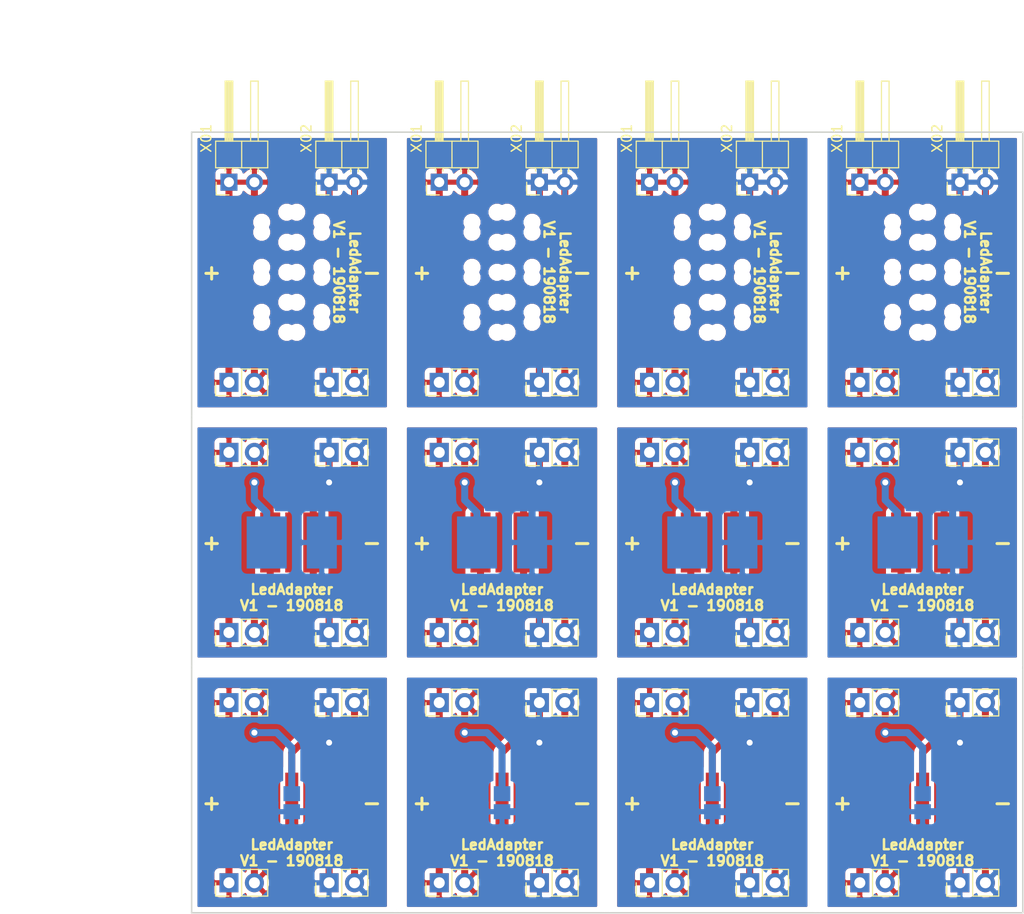
<source format=kicad_pcb>
(kicad_pcb (version 4) (host pcbnew 4.0.5)
  (title_block (title "Led adapter") (date 2018-08-19) (rev 1) (company EsseivaN) (comment 1 "Esseiva Nicolas") (comment 2 "Adapteur pour connecter différent boitier de led"))
  (layers (0 F.Cu signal) (31 B.Cu signal) (34 B.Paste user) (35 F.Paste user) (36 B.SilkS user) (37 F.SilkS user) (38 B.Mask user) (39 F.Mask user) (44 Edge.Cuts user))
  (net 0 "")
  (net 1 /GND_1)
  (net 2 /V+_1)
  (net 3 /GND_2)
  (net 4 /V+_2)
  (net 5 /V+)
  (net 6 /GND)
  (module MyLib:Pin_Header_Straight_1x02_Pitch2.54mm (layer F.Cu) (at 122 78 90)
    (fp_text reference X3 hide)
    (fp_text value CONN_01X02)
    (pad 1 thru_hole rect (at 0 -1.27 90) (size 1.9 1.9) (drill 1.1) (layers *.Cu *.Mask) (net 2 /V+_1))
    (pad 2 thru_hole circle (at 0 1.27 90) (size 1.9 1.9) (drill 1.1) (layers *.Cu *.Mask) (net 2 /V+_1))
  )
  (module MyLib:Pin_Header_Straight_1x02_Pitch2.54mm (layer F.Cu) (at 122 103 90)
    (fp_text reference X5 hide)
    (fp_text value CONN_01X02)
    (pad 1 thru_hole rect (at 0 -1.27 90) (size 1.9 1.9) (drill 1.1) (layers *.Cu *.Mask) (net 4 /V+_2))
    (pad 2 thru_hole circle (at 0 1.27 90) (size 1.9 1.9) (drill 1.1) (layers *.Cu *.Mask) (net 4 /V+_2))
  )
  (module MyLib:Pin_Header_Straight_1x02_Pitch2.54mm (layer F.Cu) (at 132 103 90)
    (fp_text reference X6 hide)
    (fp_text value CONN_01X02)
    (pad 1 thru_hole rect (at 0 -1.27 90) (size 1.9 1.9) (drill 1.1) (layers *.Cu *.Mask) (net 3 /GND_2))
    (pad 2 thru_hole circle (at 0 1.27 90) (size 1.9 1.9) (drill 1.1) (layers *.Cu *.Mask) (net 3 /GND_2))
  )
  (module MyLib:Pin_Header_Straight_1x02_Pitch2.54mm (layer F.Cu) (at 122 71 90)
    (fp_text reference X1 hide)
    (fp_text value CONN_01X02)
    (pad 1 thru_hole rect (at 0 -1.27 90) (size 1.9 1.9) (drill 1.1) (layers *.Cu *.Mask) (net 5 /V+))
    (pad 2 thru_hole circle (at 0 1.27 90) (size 1.9 1.9) (drill 1.1) (layers *.Cu *.Mask) (net 5 /V+))
  )
  (module MyLib:Pin_Header_Straight_1x02_Pitch2.54mm (layer F.Cu) (at 132 71 90)
    (fp_text reference X2 hide)
    (fp_text value CONN_01X02)
    (pad 1 thru_hole rect (at 0 -1.27 90) (size 1.9 1.9) (drill 1.1) (layers *.Cu *.Mask) (net 6 /GND))
    (pad 2 thru_hole circle (at 0 1.27 90) (size 1.9 1.9) (drill 1.1) (layers *.Cu *.Mask) (net 6 /GND))
  )
  (module MyLib:Pin_Header_Angled_1x02_Pitch2.54mm (layer F.Cu) (at 132 51 90)
    (fp_text reference X02 (at 4.385 -3.54 90) (layer F.SilkS))
    (fp_text value CONN_01X02)
    (pad 1 thru_hole rect (at 0 -1.27 90) (size 1.7 1.7) (drill 1) (layers *.Cu *.Mask) (net 6 /GND))
    (pad 2 thru_hole oval (at 0 1.27 90) (size 1.7 1.7) (drill 1) (layers *.Cu *.Mask) (net 6 /GND))
  )
  (module MyLib:Pin_Header_Angled_1x02_Pitch2.54mm (layer F.Cu) (at 122 51 90)
    (fp_text reference X01 (at 4.385 -3.54 90) (layer F.SilkS))
    (fp_text value CONN_01X02)
    (pad 1 thru_hole rect (at 0 -1.27 90) (size 1.7 1.7) (drill 1) (layers *.Cu *.Mask) (net 5 /V+))
    (pad 2 thru_hole oval (at 0 1.27 90) (size 1.7 1.7) (drill 1) (layers *.Cu *.Mask) (net 5 /V+))
  )
  (module MyLib:LED_LITTLE_STAR (layer B.Cu) (at 127 87 90)
    (fp_text reference P2 hide)
    (fp_text value LED)
    (pad 1 smd rect (at 0 -2.5 90) (size 5.2 4) (layers B.Cu B.Paste B.Mask) (net 2 /V+_1))
    (pad 2 smd rect (at 0 3 90) (size 5.2 3) (layers B.Cu B.Paste B.Mask) (net 1 /GND_1))
  )
  (module MyLib:LED_XQ_D (layer B.Cu) (at 127 113 180)
    (fp_text reference P4 hide)
    (fp_text value LED)
    (pad 2 smd rect (at 0 -0.9 180) (size 1.65 1.5) (layers B.Cu B.Paste B.Mask) (net 3 /GND_2))
    (pad 1 smd rect (at 0 0.9 180) (size 1.65 1.5) (layers B.Cu B.Paste B.Mask) (net 4 /V+_2))
  )
  (module MyLib:LED_LH351D (layer F.Cu) (at 127 113 90)
    (fp_text reference P3 hide)
    (fp_text value LED)
    (pad 2 smd rect (at 0 0 90) (size 6 1.3) (layers F.Cu F.Paste F.Mask) (net 3 /GND_2))
    (pad 2 smd rect (at 0 2.15 90) (size 6 2) (layers F.Cu F.Paste F.Mask) (net 3 /GND_2))
    (pad 1 smd rect (at 0 -2.15 90) (size 6 2) (layers F.Cu F.Paste F.Mask) (net 4 /V+_2))
  )
  (module MyLib:Pin_Header_Straight_1x02_Pitch2.54mm (layer F.Cu) (at 132 78 90)
    (fp_text reference X4 hide)
    (fp_text value CONN_01X02)
    (pad 1 thru_hole rect (at 0 -1.27 90) (size 1.9 1.9) (drill 1.1) (layers *.Cu *.Mask) (net 1 /GND_1))
    (pad 2 thru_hole circle (at 0 1.27 90) (size 1.9 1.9) (drill 1.1) (layers *.Cu *.Mask) (net 1 /GND_1))
  )
  (module MyLib:LED_LH351D (layer F.Cu) (at 127 87 90)
    (fp_text reference P1 hide)
    (fp_text value LED)
    (pad 2 smd rect (at 0 0 90) (size 6 1.3) (layers F.Cu F.Paste F.Mask) (net 1 /GND_1))
    (pad 2 smd rect (at 0 2.15 90) (size 6 2) (layers F.Cu F.Paste F.Mask) (net 1 /GND_1))
    (pad 1 smd rect (at 0 -2.15 90) (size 6 2) (layers F.Cu F.Paste F.Mask) (net 2 /V+_1))
  )
  (module MyLib:Pin_Header_Straight_1x02_Pitch2.54mm (layer F.Cu) (at 122 96 90)
    (fp_text reference X3 hide)
    (fp_text value CONN_01X02)
    (pad 1 thru_hole rect (at 0 -1.27 90) (size 1.9 1.9) (drill 1.1) (layers *.Cu *.Mask) (net 2 /V+_1))
    (pad 2 thru_hole circle (at 0 1.27 90) (size 1.9 1.9) (drill 1.1) (layers *.Cu *.Mask) (net 2 /V+_1))
  )
  (module MyLib:Pin_Header_Straight_1x02_Pitch2.54mm (layer F.Cu) (at 132 96 90)
    (fp_text reference X4 hide)
    (fp_text value CONN_01X02)
    (pad 1 thru_hole rect (at 0 -1.27 90) (size 1.9 1.9) (drill 1.1) (layers *.Cu *.Mask) (net 1 /GND_1))
    (pad 2 thru_hole circle (at 0 1.27 90) (size 1.9 1.9) (drill 1.1) (layers *.Cu *.Mask) (net 1 /GND_1))
  )
  (module MyLib:Pin_Header_Straight_1x02_Pitch2.54mm (layer F.Cu) (at 122 121 90)
    (fp_text reference X5 hide)
    (fp_text value CONN_01X02)
    (pad 1 thru_hole rect (at 0 -1.27 90) (size 1.9 1.9) (drill 1.1) (layers *.Cu *.Mask) (net 4 /V+_2))
    (pad 2 thru_hole circle (at 0 1.27 90) (size 1.9 1.9) (drill 1.1) (layers *.Cu *.Mask) (net 4 /V+_2))
  )
  (module MyLib:Pin_Header_Straight_1x02_Pitch2.54mm (layer F.Cu) (at 132 121 90)
    (fp_text reference X6 hide)
    (fp_text value CONN_01X02)
    (pad 1 thru_hole rect (at 0 -1.27 90) (size 1.9 1.9) (drill 1.1) (layers *.Cu *.Mask) (net 3 /GND_2))
    (pad 2 thru_hole circle (at 0 1.27 90) (size 1.9 1.9) (drill 1.1) (layers *.Cu *.Mask) (net 3 /GND_2))
  )
  (module MyLib:Pin_Header_Straight_1x02_Pitch2.54mm (layer F.Cu) (at 111 121 90)
    (fp_text reference X6 hide)
    (fp_text value CONN_01X02)
    (pad 1 thru_hole rect (at 0 -1.27 90) (size 1.9 1.9) (drill 1.1) (layers *.Cu *.Mask) (net 3 /GND_2))
    (pad 2 thru_hole circle (at 0 1.27 90) (size 1.9 1.9) (drill 1.1) (layers *.Cu *.Mask) (net 3 /GND_2))
  )
  (module MyLib:Pin_Header_Straight_1x02_Pitch2.54mm (layer F.Cu) (at 101 121 90)
    (fp_text reference X5 hide)
    (fp_text value CONN_01X02)
    (pad 1 thru_hole rect (at 0 -1.27 90) (size 1.9 1.9) (drill 1.1) (layers *.Cu *.Mask) (net 4 /V+_2))
    (pad 2 thru_hole circle (at 0 1.27 90) (size 1.9 1.9) (drill 1.1) (layers *.Cu *.Mask) (net 4 /V+_2))
  )
  (module MyLib:Pin_Header_Straight_1x02_Pitch2.54mm (layer F.Cu) (at 111 96 90)
    (fp_text reference X4 hide)
    (fp_text value CONN_01X02)
    (pad 1 thru_hole rect (at 0 -1.27 90) (size 1.9 1.9) (drill 1.1) (layers *.Cu *.Mask) (net 1 /GND_1))
    (pad 2 thru_hole circle (at 0 1.27 90) (size 1.9 1.9) (drill 1.1) (layers *.Cu *.Mask) (net 1 /GND_1))
  )
  (module MyLib:Pin_Header_Straight_1x02_Pitch2.54mm (layer F.Cu) (at 101 96 90)
    (fp_text reference X3 hide)
    (fp_text value CONN_01X02)
    (pad 1 thru_hole rect (at 0 -1.27 90) (size 1.9 1.9) (drill 1.1) (layers *.Cu *.Mask) (net 2 /V+_1))
    (pad 2 thru_hole circle (at 0 1.27 90) (size 1.9 1.9) (drill 1.1) (layers *.Cu *.Mask) (net 2 /V+_1))
  )
  (module MyLib:LED_LH351D (layer F.Cu) (at 106 87 90)
    (fp_text reference P1 hide)
    (fp_text value LED)
    (pad 2 smd rect (at 0 0 90) (size 6 1.3) (layers F.Cu F.Paste F.Mask) (net 1 /GND_1))
    (pad 2 smd rect (at 0 2.15 90) (size 6 2) (layers F.Cu F.Paste F.Mask) (net 1 /GND_1))
    (pad 1 smd rect (at 0 -2.15 90) (size 6 2) (layers F.Cu F.Paste F.Mask) (net 2 /V+_1))
  )
  (module MyLib:Pin_Header_Straight_1x02_Pitch2.54mm (layer F.Cu) (at 111 78 90)
    (fp_text reference X4 hide)
    (fp_text value CONN_01X02)
    (pad 1 thru_hole rect (at 0 -1.27 90) (size 1.9 1.9) (drill 1.1) (layers *.Cu *.Mask) (net 1 /GND_1))
    (pad 2 thru_hole circle (at 0 1.27 90) (size 1.9 1.9) (drill 1.1) (layers *.Cu *.Mask) (net 1 /GND_1))
  )
  (module MyLib:LED_LH351D (layer F.Cu) (at 106 113 90)
    (fp_text reference P3 hide)
    (fp_text value LED)
    (pad 2 smd rect (at 0 0 90) (size 6 1.3) (layers F.Cu F.Paste F.Mask) (net 3 /GND_2))
    (pad 2 smd rect (at 0 2.15 90) (size 6 2) (layers F.Cu F.Paste F.Mask) (net 3 /GND_2))
    (pad 1 smd rect (at 0 -2.15 90) (size 6 2) (layers F.Cu F.Paste F.Mask) (net 4 /V+_2))
  )
  (module MyLib:LED_XQ_D (layer B.Cu) (at 106 113 180)
    (fp_text reference P4 hide)
    (fp_text value LED)
    (pad 2 smd rect (at 0 -0.9 180) (size 1.65 1.5) (layers B.Cu B.Paste B.Mask) (net 3 /GND_2))
    (pad 1 smd rect (at 0 0.9 180) (size 1.65 1.5) (layers B.Cu B.Paste B.Mask) (net 4 /V+_2))
  )
  (module MyLib:LED_LITTLE_STAR (layer B.Cu) (at 106 87 90)
    (fp_text reference P2 hide)
    (fp_text value LED)
    (pad 1 smd rect (at 0 -2.5 90) (size 5.2 4) (layers B.Cu B.Paste B.Mask) (net 2 /V+_1))
    (pad 2 smd rect (at 0 3 90) (size 5.2 3) (layers B.Cu B.Paste B.Mask) (net 1 /GND_1))
  )
  (module MyLib:Pin_Header_Angled_1x02_Pitch2.54mm (layer F.Cu) (at 101 51 90)
    (fp_text reference X01 (at 4.385 -3.54 90) (layer F.SilkS))
    (fp_text value CONN_01X02)
    (pad 1 thru_hole rect (at 0 -1.27 90) (size 1.7 1.7) (drill 1) (layers *.Cu *.Mask) (net 5 /V+))
    (pad 2 thru_hole oval (at 0 1.27 90) (size 1.7 1.7) (drill 1) (layers *.Cu *.Mask) (net 5 /V+))
  )
  (module MyLib:Pin_Header_Angled_1x02_Pitch2.54mm (layer F.Cu) (at 111 51 90)
    (fp_text reference X02 (at 4.385 -3.54 90) (layer F.SilkS))
    (fp_text value CONN_01X02)
    (pad 1 thru_hole rect (at 0 -1.27 90) (size 1.7 1.7) (drill 1) (layers *.Cu *.Mask) (net 6 /GND))
    (pad 2 thru_hole oval (at 0 1.27 90) (size 1.7 1.7) (drill 1) (layers *.Cu *.Mask) (net 6 /GND))
  )
  (module MyLib:Pin_Header_Straight_1x02_Pitch2.54mm (layer F.Cu) (at 111 71 90)
    (fp_text reference X2 hide)
    (fp_text value CONN_01X02)
    (pad 1 thru_hole rect (at 0 -1.27 90) (size 1.9 1.9) (drill 1.1) (layers *.Cu *.Mask) (net 6 /GND))
    (pad 2 thru_hole circle (at 0 1.27 90) (size 1.9 1.9) (drill 1.1) (layers *.Cu *.Mask) (net 6 /GND))
  )
  (module MyLib:Pin_Header_Straight_1x02_Pitch2.54mm (layer F.Cu) (at 101 71 90)
    (fp_text reference X1 hide)
    (fp_text value CONN_01X02)
    (pad 1 thru_hole rect (at 0 -1.27 90) (size 1.9 1.9) (drill 1.1) (layers *.Cu *.Mask) (net 5 /V+))
    (pad 2 thru_hole circle (at 0 1.27 90) (size 1.9 1.9) (drill 1.1) (layers *.Cu *.Mask) (net 5 /V+))
  )
  (module MyLib:Pin_Header_Straight_1x02_Pitch2.54mm (layer F.Cu) (at 111 103 90)
    (fp_text reference X6 hide)
    (fp_text value CONN_01X02)
    (pad 1 thru_hole rect (at 0 -1.27 90) (size 1.9 1.9) (drill 1.1) (layers *.Cu *.Mask) (net 3 /GND_2))
    (pad 2 thru_hole circle (at 0 1.27 90) (size 1.9 1.9) (drill 1.1) (layers *.Cu *.Mask) (net 3 /GND_2))
  )
  (module MyLib:Pin_Header_Straight_1x02_Pitch2.54mm (layer F.Cu) (at 101 103 90)
    (fp_text reference X5 hide)
    (fp_text value CONN_01X02)
    (pad 1 thru_hole rect (at 0 -1.27 90) (size 1.9 1.9) (drill 1.1) (layers *.Cu *.Mask) (net 4 /V+_2))
    (pad 2 thru_hole circle (at 0 1.27 90) (size 1.9 1.9) (drill 1.1) (layers *.Cu *.Mask) (net 4 /V+_2))
  )
  (module MyLib:Pin_Header_Straight_1x02_Pitch2.54mm (layer F.Cu) (at 101 78 90)
    (fp_text reference X3 hide)
    (fp_text value CONN_01X02)
    (pad 1 thru_hole rect (at 0 -1.27 90) (size 1.9 1.9) (drill 1.1) (layers *.Cu *.Mask) (net 2 /V+_1))
    (pad 2 thru_hole circle (at 0 1.27 90) (size 1.9 1.9) (drill 1.1) (layers *.Cu *.Mask) (net 2 /V+_1))
  )
  (module MyLib:Pin_Header_Straight_1x02_Pitch2.54mm (layer F.Cu) (at 80 78 90)
    (fp_text reference X3 hide)
    (fp_text value CONN_01X02)
    (pad 1 thru_hole rect (at 0 -1.27 90) (size 1.9 1.9) (drill 1.1) (layers *.Cu *.Mask) (net 2 /V+_1))
    (pad 2 thru_hole circle (at 0 1.27 90) (size 1.9 1.9) (drill 1.1) (layers *.Cu *.Mask) (net 2 /V+_1))
  )
  (module MyLib:Pin_Header_Straight_1x02_Pitch2.54mm (layer F.Cu) (at 80 103 90)
    (fp_text reference X5 hide)
    (fp_text value CONN_01X02)
    (pad 1 thru_hole rect (at 0 -1.27 90) (size 1.9 1.9) (drill 1.1) (layers *.Cu *.Mask) (net 4 /V+_2))
    (pad 2 thru_hole circle (at 0 1.27 90) (size 1.9 1.9) (drill 1.1) (layers *.Cu *.Mask) (net 4 /V+_2))
  )
  (module MyLib:Pin_Header_Straight_1x02_Pitch2.54mm (layer F.Cu) (at 90 103 90)
    (fp_text reference X6 hide)
    (fp_text value CONN_01X02)
    (pad 1 thru_hole rect (at 0 -1.27 90) (size 1.9 1.9) (drill 1.1) (layers *.Cu *.Mask) (net 3 /GND_2))
    (pad 2 thru_hole circle (at 0 1.27 90) (size 1.9 1.9) (drill 1.1) (layers *.Cu *.Mask) (net 3 /GND_2))
  )
  (module MyLib:Pin_Header_Straight_1x02_Pitch2.54mm (layer F.Cu) (at 80 71 90)
    (fp_text reference X1 hide)
    (fp_text value CONN_01X02)
    (pad 1 thru_hole rect (at 0 -1.27 90) (size 1.9 1.9) (drill 1.1) (layers *.Cu *.Mask) (net 5 /V+))
    (pad 2 thru_hole circle (at 0 1.27 90) (size 1.9 1.9) (drill 1.1) (layers *.Cu *.Mask) (net 5 /V+))
  )
  (module MyLib:Pin_Header_Straight_1x02_Pitch2.54mm (layer F.Cu) (at 90 71 90)
    (fp_text reference X2 hide)
    (fp_text value CONN_01X02)
    (pad 1 thru_hole rect (at 0 -1.27 90) (size 1.9 1.9) (drill 1.1) (layers *.Cu *.Mask) (net 6 /GND))
    (pad 2 thru_hole circle (at 0 1.27 90) (size 1.9 1.9) (drill 1.1) (layers *.Cu *.Mask) (net 6 /GND))
  )
  (module MyLib:Pin_Header_Angled_1x02_Pitch2.54mm (layer F.Cu) (at 90 51 90)
    (fp_text reference X02 (at 4.385 -3.54 90) (layer F.SilkS))
    (fp_text value CONN_01X02)
    (pad 1 thru_hole rect (at 0 -1.27 90) (size 1.7 1.7) (drill 1) (layers *.Cu *.Mask) (net 6 /GND))
    (pad 2 thru_hole oval (at 0 1.27 90) (size 1.7 1.7) (drill 1) (layers *.Cu *.Mask) (net 6 /GND))
  )
  (module MyLib:Pin_Header_Angled_1x02_Pitch2.54mm (layer F.Cu) (at 80 51 90)
    (fp_text reference X01 (at 4.385 -3.54 90) (layer F.SilkS))
    (fp_text value CONN_01X02)
    (pad 1 thru_hole rect (at 0 -1.27 90) (size 1.7 1.7) (drill 1) (layers *.Cu *.Mask) (net 5 /V+))
    (pad 2 thru_hole oval (at 0 1.27 90) (size 1.7 1.7) (drill 1) (layers *.Cu *.Mask) (net 5 /V+))
  )
  (module MyLib:LED_LITTLE_STAR (layer B.Cu) (at 85 87 90)
    (fp_text reference P2 hide)
    (fp_text value LED)
    (pad 1 smd rect (at 0 -2.5 90) (size 5.2 4) (layers B.Cu B.Paste B.Mask) (net 2 /V+_1))
    (pad 2 smd rect (at 0 3 90) (size 5.2 3) (layers B.Cu B.Paste B.Mask) (net 1 /GND_1))
  )
  (module MyLib:LED_XQ_D (layer B.Cu) (at 85 113 180)
    (fp_text reference P4 hide)
    (fp_text value LED)
    (pad 2 smd rect (at 0 -0.9 180) (size 1.65 1.5) (layers B.Cu B.Paste B.Mask) (net 3 /GND_2))
    (pad 1 smd rect (at 0 0.9 180) (size 1.65 1.5) (layers B.Cu B.Paste B.Mask) (net 4 /V+_2))
  )
  (module MyLib:LED_LH351D (layer F.Cu) (at 85 113 90)
    (fp_text reference P3 hide)
    (fp_text value LED)
    (pad 2 smd rect (at 0 0 90) (size 6 1.3) (layers F.Cu F.Paste F.Mask) (net 3 /GND_2))
    (pad 2 smd rect (at 0 2.15 90) (size 6 2) (layers F.Cu F.Paste F.Mask) (net 3 /GND_2))
    (pad 1 smd rect (at 0 -2.15 90) (size 6 2) (layers F.Cu F.Paste F.Mask) (net 4 /V+_2))
  )
  (module MyLib:Pin_Header_Straight_1x02_Pitch2.54mm (layer F.Cu) (at 90 78 90)
    (fp_text reference X4 hide)
    (fp_text value CONN_01X02)
    (pad 1 thru_hole rect (at 0 -1.27 90) (size 1.9 1.9) (drill 1.1) (layers *.Cu *.Mask) (net 1 /GND_1))
    (pad 2 thru_hole circle (at 0 1.27 90) (size 1.9 1.9) (drill 1.1) (layers *.Cu *.Mask) (net 1 /GND_1))
  )
  (module MyLib:LED_LH351D (layer F.Cu) (at 85 87 90)
    (fp_text reference P1 hide)
    (fp_text value LED)
    (pad 2 smd rect (at 0 0 90) (size 6 1.3) (layers F.Cu F.Paste F.Mask) (net 1 /GND_1))
    (pad 2 smd rect (at 0 2.15 90) (size 6 2) (layers F.Cu F.Paste F.Mask) (net 1 /GND_1))
    (pad 1 smd rect (at 0 -2.15 90) (size 6 2) (layers F.Cu F.Paste F.Mask) (net 2 /V+_1))
  )
  (module MyLib:Pin_Header_Straight_1x02_Pitch2.54mm (layer F.Cu) (at 80 96 90)
    (fp_text reference X3 hide)
    (fp_text value CONN_01X02)
    (pad 1 thru_hole rect (at 0 -1.27 90) (size 1.9 1.9) (drill 1.1) (layers *.Cu *.Mask) (net 2 /V+_1))
    (pad 2 thru_hole circle (at 0 1.27 90) (size 1.9 1.9) (drill 1.1) (layers *.Cu *.Mask) (net 2 /V+_1))
  )
  (module MyLib:Pin_Header_Straight_1x02_Pitch2.54mm (layer F.Cu) (at 90 96 90)
    (fp_text reference X4 hide)
    (fp_text value CONN_01X02)
    (pad 1 thru_hole rect (at 0 -1.27 90) (size 1.9 1.9) (drill 1.1) (layers *.Cu *.Mask) (net 1 /GND_1))
    (pad 2 thru_hole circle (at 0 1.27 90) (size 1.9 1.9) (drill 1.1) (layers *.Cu *.Mask) (net 1 /GND_1))
  )
  (module MyLib:Pin_Header_Straight_1x02_Pitch2.54mm (layer F.Cu) (at 80 121 90)
    (fp_text reference X5 hide)
    (fp_text value CONN_01X02)
    (pad 1 thru_hole rect (at 0 -1.27 90) (size 1.9 1.9) (drill 1.1) (layers *.Cu *.Mask) (net 4 /V+_2))
    (pad 2 thru_hole circle (at 0 1.27 90) (size 1.9 1.9) (drill 1.1) (layers *.Cu *.Mask) (net 4 /V+_2))
  )
  (module MyLib:Pin_Header_Straight_1x02_Pitch2.54mm (layer F.Cu) (at 90 121 90)
    (fp_text reference X6 hide)
    (fp_text value CONN_01X02)
    (pad 1 thru_hole rect (at 0 -1.27 90) (size 1.9 1.9) (drill 1.1) (layers *.Cu *.Mask) (net 3 /GND_2))
    (pad 2 thru_hole circle (at 0 1.27 90) (size 1.9 1.9) (drill 1.1) (layers *.Cu *.Mask) (net 3 /GND_2))
  )
  (module MyLib:Pin_Header_Straight_1x02_Pitch2.54mm (layer F.Cu) (at 69 121 90)
    (fp_text reference X6 hide)
    (fp_text value CONN_01X02)
    (pad 1 thru_hole rect (at 0 -1.27 90) (size 1.9 1.9) (drill 1.1) (layers *.Cu *.Mask) (net 3 /GND_2))
    (pad 2 thru_hole circle (at 0 1.27 90) (size 1.9 1.9) (drill 1.1) (layers *.Cu *.Mask) (net 3 /GND_2))
  )
  (module MyLib:Pin_Header_Straight_1x02_Pitch2.54mm (layer F.Cu) (at 59 121 90)
    (fp_text reference X5 hide)
    (fp_text value CONN_01X02)
    (pad 1 thru_hole rect (at 0 -1.27 90) (size 1.9 1.9) (drill 1.1) (layers *.Cu *.Mask) (net 4 /V+_2))
    (pad 2 thru_hole circle (at 0 1.27 90) (size 1.9 1.9) (drill 1.1) (layers *.Cu *.Mask) (net 4 /V+_2))
  )
  (module MyLib:Pin_Header_Straight_1x02_Pitch2.54mm (layer F.Cu) (at 69 96 90)
    (fp_text reference X4 hide)
    (fp_text value CONN_01X02)
    (pad 1 thru_hole rect (at 0 -1.27 90) (size 1.9 1.9) (drill 1.1) (layers *.Cu *.Mask) (net 1 /GND_1))
    (pad 2 thru_hole circle (at 0 1.27 90) (size 1.9 1.9) (drill 1.1) (layers *.Cu *.Mask) (net 1 /GND_1))
  )
  (module MyLib:Pin_Header_Straight_1x02_Pitch2.54mm (layer F.Cu) (at 59 96 90)
    (fp_text reference X3 hide)
    (fp_text value CONN_01X02)
    (pad 1 thru_hole rect (at 0 -1.27 90) (size 1.9 1.9) (drill 1.1) (layers *.Cu *.Mask) (net 2 /V+_1))
    (pad 2 thru_hole circle (at 0 1.27 90) (size 1.9 1.9) (drill 1.1) (layers *.Cu *.Mask) (net 2 /V+_1))
  )
  (module MyLib:LED_LH351D (layer F.Cu) (at 64 87 90)
    (fp_text reference P1 hide)
    (fp_text value LED)
    (pad 2 smd rect (at 0 0 90) (size 6 1.3) (layers F.Cu F.Paste F.Mask) (net 1 /GND_1))
    (pad 2 smd rect (at 0 2.15 90) (size 6 2) (layers F.Cu F.Paste F.Mask) (net 1 /GND_1))
    (pad 1 smd rect (at 0 -2.15 90) (size 6 2) (layers F.Cu F.Paste F.Mask) (net 2 /V+_1))
  )
  (module MyLib:Pin_Header_Straight_1x02_Pitch2.54mm (layer F.Cu) (at 69 78 90)
    (fp_text reference X4 hide)
    (fp_text value CONN_01X02)
    (pad 1 thru_hole rect (at 0 -1.27 90) (size 1.9 1.9) (drill 1.1) (layers *.Cu *.Mask) (net 1 /GND_1))
    (pad 2 thru_hole circle (at 0 1.27 90) (size 1.9 1.9) (drill 1.1) (layers *.Cu *.Mask) (net 1 /GND_1))
  )
  (module MyLib:LED_LH351D (layer F.Cu) (at 64 113 90)
    (fp_text reference P3 hide)
    (fp_text value LED)
    (pad 2 smd rect (at 0 0 90) (size 6 1.3) (layers F.Cu F.Paste F.Mask) (net 3 /GND_2))
    (pad 2 smd rect (at 0 2.15 90) (size 6 2) (layers F.Cu F.Paste F.Mask) (net 3 /GND_2))
    (pad 1 smd rect (at 0 -2.15 90) (size 6 2) (layers F.Cu F.Paste F.Mask) (net 4 /V+_2))
  )
  (module MyLib:LED_XQ_D (layer B.Cu) (at 64 113 180)
    (fp_text reference P4 hide)
    (fp_text value LED)
    (pad 2 smd rect (at 0 -0.9 180) (size 1.65 1.5) (layers B.Cu B.Paste B.Mask) (net 3 /GND_2))
    (pad 1 smd rect (at 0 0.9 180) (size 1.65 1.5) (layers B.Cu B.Paste B.Mask) (net 4 /V+_2))
  )
  (module MyLib:LED_LITTLE_STAR (layer B.Cu) (at 64 87 90)
    (fp_text reference P2 hide)
    (fp_text value LED)
    (pad 1 smd rect (at 0 -2.5 90) (size 5.2 4) (layers B.Cu B.Paste B.Mask) (net 2 /V+_1))
    (pad 2 smd rect (at 0 3 90) (size 5.2 3) (layers B.Cu B.Paste B.Mask) (net 1 /GND_1))
  )
  (module MyLib:Pin_Header_Angled_1x02_Pitch2.54mm (layer F.Cu) (at 59 51 90)
    (fp_text reference X01 (at 4.385 -3.54 90) (layer F.SilkS))
    (fp_text value CONN_01X02)
    (pad 1 thru_hole rect (at 0 -1.27 90) (size 1.7 1.7) (drill 1) (layers *.Cu *.Mask) (net 5 /V+))
    (pad 2 thru_hole oval (at 0 1.27 90) (size 1.7 1.7) (drill 1) (layers *.Cu *.Mask) (net 5 /V+))
  )
  (module MyLib:Pin_Header_Angled_1x02_Pitch2.54mm (layer F.Cu) (at 69 51 90)
    (fp_text reference X02 (at 4.385 -3.54 90) (layer F.SilkS))
    (fp_text value CONN_01X02)
    (pad 1 thru_hole rect (at 0 -1.27 90) (size 1.7 1.7) (drill 1) (layers *.Cu *.Mask) (net 6 /GND))
    (pad 2 thru_hole oval (at 0 1.27 90) (size 1.7 1.7) (drill 1) (layers *.Cu *.Mask) (net 6 /GND))
  )
  (module MyLib:Pin_Header_Straight_1x02_Pitch2.54mm (layer F.Cu) (at 69 71 90)
    (fp_text reference X2 hide)
    (fp_text value CONN_01X02)
    (pad 1 thru_hole rect (at 0 -1.27 90) (size 1.9 1.9) (drill 1.1) (layers *.Cu *.Mask) (net 6 /GND))
    (pad 2 thru_hole circle (at 0 1.27 90) (size 1.9 1.9) (drill 1.1) (layers *.Cu *.Mask) (net 6 /GND))
  )
  (module MyLib:Pin_Header_Straight_1x02_Pitch2.54mm (layer F.Cu) (at 59 71 90)
    (fp_text reference X1 hide)
    (fp_text value CONN_01X02)
    (pad 1 thru_hole rect (at 0 -1.27 90) (size 1.9 1.9) (drill 1.1) (layers *.Cu *.Mask) (net 5 /V+))
    (pad 2 thru_hole circle (at 0 1.27 90) (size 1.9 1.9) (drill 1.1) (layers *.Cu *.Mask) (net 5 /V+))
  )
  (module MyLib:Pin_Header_Straight_1x02_Pitch2.54mm (layer F.Cu) (at 69 103 90)
    (fp_text reference X6 hide)
    (fp_text value CONN_01X02)
    (pad 1 thru_hole rect (at 0 -1.27 90) (size 1.9 1.9) (drill 1.1) (layers *.Cu *.Mask) (net 3 /GND_2))
    (pad 2 thru_hole circle (at 0 1.27 90) (size 1.9 1.9) (drill 1.1) (layers *.Cu *.Mask) (net 3 /GND_2))
  )
  (module MyLib:Pin_Header_Straight_1x02_Pitch2.54mm (layer F.Cu) (at 59 103 90)
    (fp_text reference X5 hide)
    (fp_text value CONN_01X02)
    (pad 1 thru_hole rect (at 0 -1.27 90) (size 1.9 1.9) (drill 1.1) (layers *.Cu *.Mask) (net 4 /V+_2))
    (pad 2 thru_hole circle (at 0 1.27 90) (size 1.9 1.9) (drill 1.1) (layers *.Cu *.Mask) (net 4 /V+_2))
  )
  (module MyLib:Pin_Header_Straight_1x02_Pitch2.54mm (layer F.Cu) (at 59 78 90)
    (fp_text reference X3 hide)
    (fp_text value CONN_01X02)
    (pad 1 thru_hole rect (at 0 -1.27 90) (size 1.9 1.9) (drill 1.1) (layers *.Cu *.Mask) (net 2 /V+_1))
    (pad 2 thru_hole circle (at 0 1.27 90) (size 1.9 1.9) (drill 1.1) (layers *.Cu *.Mask) (net 2 /V+_1))
  )
  (module MyLib:BoardCutter_2 (layer F.Cu) (at 73 74.5 180)
    (fp_text reference REF** hide)
    (fp_text value BoardCutter_2 hide)
    (pad "" np_thru_hole circle (at -0.5 0 180) (size 0.7 0.7) (drill 0.7) (layers *.Cu *.Mask))
    (pad "" np_thru_hole circle (at 0.5 0 180) (size 0.7 0.7) (drill 0.7) (layers *.Cu *.Mask))
  )
  (module MyLib:BoardCutter_2 (layer F.Cu) (at 71 74.5 180)
    (fp_text reference REF** hide)
    (fp_text value BoardCutter_2 hide)
    (pad "" np_thru_hole circle (at -0.5 0 180) (size 0.7 0.7) (drill 0.7) (layers *.Cu *.Mask))
    (pad "" np_thru_hole circle (at 0.5 0 180) (size 0.7 0.7) (drill 0.7) (layers *.Cu *.Mask))
  )
  (module MyLib:BoardCutter_2 (layer F.Cu) (at 69 74.5 180)
    (fp_text reference REF** hide)
    (fp_text value BoardCutter_2 hide)
    (pad "" np_thru_hole circle (at -0.5 0 180) (size 0.7 0.7) (drill 0.7) (layers *.Cu *.Mask))
    (pad "" np_thru_hole circle (at 0.5 0 180) (size 0.7 0.7) (drill 0.7) (layers *.Cu *.Mask))
  )
  (module MyLib:BoardCutter_2 (layer F.Cu) (at 67 74.5 180)
    (fp_text reference REF** hide)
    (fp_text value BoardCutter_2 hide)
    (pad "" np_thru_hole circle (at -0.5 0 180) (size 0.7 0.7) (drill 0.7) (layers *.Cu *.Mask))
    (pad "" np_thru_hole circle (at 0.5 0 180) (size 0.7 0.7) (drill 0.7) (layers *.Cu *.Mask))
  )
  (module MyLib:BoardCutter_2 (layer F.Cu) (at 67 64.5 270)
    (fp_text reference REF** hide)
    (fp_text value BoardCutter_2 hide)
    (pad "" np_thru_hole circle (at -0.5 0 270) (size 0.7 0.7) (drill 0.7) (layers *.Cu *.Mask))
    (pad "" np_thru_hole circle (at 0.5 0 270) (size 0.7 0.7) (drill 0.7) (layers *.Cu *.Mask))
  )
  (module MyLib:BoardCutter_2 (layer F.Cu) (at 67 55.5 270)
    (fp_text reference REF** hide)
    (fp_text value BoardCutter_2 hide)
    (pad "" np_thru_hole circle (at -0.5 0 270) (size 0.7 0.7) (drill 0.7) (layers *.Cu *.Mask))
    (pad "" np_thru_hole circle (at 0.5 0 270) (size 0.7 0.7) (drill 0.7) (layers *.Cu *.Mask))
  )
  (module MyLib:BoardCutter_2 (layer F.Cu) (at 67 60 270)
    (fp_text reference REF** hide)
    (fp_text value BoardCutter_2 hide)
    (pad "" np_thru_hole circle (at -0.5 0 270) (size 0.7 0.7) (drill 0.7) (layers *.Cu *.Mask))
    (pad "" np_thru_hole circle (at 0.5 0 270) (size 0.7 0.7) (drill 0.7) (layers *.Cu *.Mask))
  )
  (module MyLib:BoardCutter_2 (layer F.Cu) (at 61 64.5 270)
    (fp_text reference REF** hide)
    (fp_text value BoardCutter_2 hide)
    (pad "" np_thru_hole circle (at -0.5 0 270) (size 0.7 0.7) (drill 0.7) (layers *.Cu *.Mask))
    (pad "" np_thru_hole circle (at 0.5 0 270) (size 0.7 0.7) (drill 0.7) (layers *.Cu *.Mask))
  )
  (module MyLib:BoardCutter_2 (layer F.Cu) (at 61 60 270)
    (fp_text reference REF** hide)
    (fp_text value BoardCutter_2 hide)
    (pad "" np_thru_hole circle (at -0.5 0 270) (size 0.7 0.7) (drill 0.7) (layers *.Cu *.Mask))
    (pad "" np_thru_hole circle (at 0.5 0 270) (size 0.7 0.7) (drill 0.7) (layers *.Cu *.Mask))
  )
  (module MyLib:BoardCutter_2 (layer F.Cu) (at 61 55.5 270)
    (fp_text reference REF** hide)
    (fp_text value BoardCutter_2 hide)
    (pad "" np_thru_hole circle (at -0.5 0 270) (size 0.7 0.7) (drill 0.7) (layers *.Cu *.Mask))
    (pad "" np_thru_hole circle (at 0.5 0 270) (size 0.7 0.7) (drill 0.7) (layers *.Cu *.Mask))
  )
  (module MyLib:BoardCutter_2 (layer F.Cu) (at 64 66 180)
    (fp_text reference REF** hide)
    (fp_text value BoardCutter_2 hide)
    (pad "" np_thru_hole circle (at -0.5 0 180) (size 0.7 0.7) (drill 0.7) (layers *.Cu *.Mask))
    (pad "" np_thru_hole circle (at 0.5 0 180) (size 0.7 0.7) (drill 0.7) (layers *.Cu *.Mask))
  )
  (module MyLib:BoardCutter_2 (layer F.Cu) (at 64 63 180)
    (fp_text reference REF** hide)
    (fp_text value BoardCutter_2 hide)
    (pad "" np_thru_hole circle (at -0.5 0 180) (size 0.7 0.7) (drill 0.7) (layers *.Cu *.Mask))
    (pad "" np_thru_hole circle (at 0.5 0 180) (size 0.7 0.7) (drill 0.7) (layers *.Cu *.Mask))
  )
  (module MyLib:BoardCutter_2 (layer F.Cu) (at 64 60 180)
    (fp_text reference REF** hide)
    (fp_text value BoardCutter_2 hide)
    (pad "" np_thru_hole circle (at -0.5 0 180) (size 0.7 0.7) (drill 0.7) (layers *.Cu *.Mask))
    (pad "" np_thru_hole circle (at 0.5 0 180) (size 0.7 0.7) (drill 0.7) (layers *.Cu *.Mask))
  )
  (module MyLib:BoardCutter_2 (layer F.Cu) (at 64 57 180)
    (fp_text reference REF** hide)
    (fp_text value BoardCutter_2 hide)
    (pad "" np_thru_hole circle (at -0.5 0 180) (size 0.7 0.7) (drill 0.7) (layers *.Cu *.Mask))
    (pad "" np_thru_hole circle (at 0.5 0 180) (size 0.7 0.7) (drill 0.7) (layers *.Cu *.Mask))
  )
  (module MyLib:BoardCutter_2 (layer F.Cu) (at 65 74.5 180)
    (fp_text reference REF** hide)
    (fp_text value BoardCutter_2 hide)
    (pad "" np_thru_hole circle (at -0.5 0 180) (size 0.7 0.7) (drill 0.7) (layers *.Cu *.Mask))
    (pad "" np_thru_hole circle (at 0.5 0 180) (size 0.7 0.7) (drill 0.7) (layers *.Cu *.Mask))
  )
  (module MyLib:BoardCutter_2 (layer F.Cu) (at 63 74.5 180)
    (fp_text reference REF** hide)
    (fp_text value BoardCutter_2 hide)
    (pad "" np_thru_hole circle (at -0.5 0 180) (size 0.7 0.7) (drill 0.7) (layers *.Cu *.Mask))
    (pad "" np_thru_hole circle (at 0.5 0 180) (size 0.7 0.7) (drill 0.7) (layers *.Cu *.Mask))
  )
  (module MyLib:BoardCutter_2 (layer F.Cu) (at 61 74.5 180)
    (fp_text reference REF** hide)
    (fp_text value BoardCutter_2 hide)
    (pad "" np_thru_hole circle (at -0.5 0 180) (size 0.7 0.7) (drill 0.7) (layers *.Cu *.Mask))
    (pad "" np_thru_hole circle (at 0.5 0 180) (size 0.7 0.7) (drill 0.7) (layers *.Cu *.Mask))
  )
  (module MyLib:BoardCutter_2 (layer F.Cu) (at 59 74.5 180)
    (fp_text reference REF** hide)
    (fp_text value BoardCutter_2 hide)
    (pad "" np_thru_hole circle (at -0.5 0 180) (size 0.7 0.7) (drill 0.7) (layers *.Cu *.Mask))
    (pad "" np_thru_hole circle (at 0.5 0 180) (size 0.7 0.7) (drill 0.7) (layers *.Cu *.Mask))
  )
  (module MyLib:BoardCutter_2 (layer F.Cu) (at 57 74.5 180)
    (fp_text reference REF** hide)
    (fp_text value BoardCutter_2 hide)
    (pad "" np_thru_hole circle (at -0.5 0 180) (size 0.7 0.7) (drill 0.7) (layers *.Cu *.Mask))
    (pad "" np_thru_hole circle (at 0.5 0 180) (size 0.7 0.7) (drill 0.7) (layers *.Cu *.Mask))
  )
  (module MyLib:BoardCutter_2 (layer F.Cu) (at 55 74.5 180)
    (fp_text reference REF** hide)
    (fp_text value BoardCutter_2 hide)
    (pad "" np_thru_hole circle (at -0.5 0 180) (size 0.7 0.7) (drill 0.7) (layers *.Cu *.Mask))
    (pad "" np_thru_hole circle (at 0.5 0 180) (size 0.7 0.7) (drill 0.7) (layers *.Cu *.Mask))
  )
  (module MyLib:BoardCutter_2 (layer F.Cu) (at 64 54 180)
    (fp_text reference REF** hide)
    (fp_text value BoardCutter_2 hide)
    (pad "" np_thru_hole circle (at -0.5 0 180) (size 0.7 0.7) (drill 0.7) (layers *.Cu *.Mask))
    (pad "" np_thru_hole circle (at 0.5 0 180) (size 0.7 0.7) (drill 0.7) (layers *.Cu *.Mask))
  )
  (module MyLib:BoardCutter_2 (layer F.Cu) (at 74.5 71 270)
    (fp_text reference REF** hide)
    (fp_text value BoardCutter_2 hide)
    (pad "" np_thru_hole circle (at -0.5 0 270) (size 0.7 0.7) (drill 0.7) (layers *.Cu *.Mask))
    (pad "" np_thru_hole circle (at 0.5 0 270) (size 0.7 0.7) (drill 0.7) (layers *.Cu *.Mask))
  )
  (module MyLib:BoardCutter_2 (layer F.Cu) (at 74.5 67 270)
    (fp_text reference REF** hide)
    (fp_text value BoardCutter_2 hide)
    (pad "" np_thru_hole circle (at -0.5 0 270) (size 0.7 0.7) (drill 0.7) (layers *.Cu *.Mask))
    (pad "" np_thru_hole circle (at 0.5 0 270) (size 0.7 0.7) (drill 0.7) (layers *.Cu *.Mask))
  )
  (module MyLib:BoardCutter_2 (layer F.Cu) (at 74.5 69 270)
    (fp_text reference REF** hide)
    (fp_text value BoardCutter_2 hide)
    (pad "" np_thru_hole circle (at -0.5 0 270) (size 0.7 0.7) (drill 0.7) (layers *.Cu *.Mask))
    (pad "" np_thru_hole circle (at 0.5 0 270) (size 0.7 0.7) (drill 0.7) (layers *.Cu *.Mask))
  )
  (module MyLib:BoardCutter_2 (layer F.Cu) (at 74.5 61 270)
    (fp_text reference REF** hide)
    (fp_text value BoardCutter_2 hide)
    (pad "" np_thru_hole circle (at -0.5 0 270) (size 0.7 0.7) (drill 0.7) (layers *.Cu *.Mask))
    (pad "" np_thru_hole circle (at 0.5 0 270) (size 0.7 0.7) (drill 0.7) (layers *.Cu *.Mask))
  )
  (module MyLib:BoardCutter_2 (layer F.Cu) (at 74.5 59 270)
    (fp_text reference REF** hide)
    (fp_text value BoardCutter_2 hide)
    (pad "" np_thru_hole circle (at -0.5 0 270) (size 0.7 0.7) (drill 0.7) (layers *.Cu *.Mask))
    (pad "" np_thru_hole circle (at 0.5 0 270) (size 0.7 0.7) (drill 0.7) (layers *.Cu *.Mask))
  )
  (module MyLib:BoardCutter_2 (layer F.Cu) (at 74.5 63 270)
    (fp_text reference REF** hide)
    (fp_text value BoardCutter_2 hide)
    (pad "" np_thru_hole circle (at -0.5 0 270) (size 0.7 0.7) (drill 0.7) (layers *.Cu *.Mask))
    (pad "" np_thru_hole circle (at 0.5 0 270) (size 0.7 0.7) (drill 0.7) (layers *.Cu *.Mask))
  )
  (module MyLib:BoardCutter_2 (layer F.Cu) (at 74.5 65 270)
    (fp_text reference REF** hide)
    (fp_text value BoardCutter_2 hide)
    (pad "" np_thru_hole circle (at -0.5 0 270) (size 0.7 0.7) (drill 0.7) (layers *.Cu *.Mask))
    (pad "" np_thru_hole circle (at 0.5 0 270) (size 0.7 0.7) (drill 0.7) (layers *.Cu *.Mask))
  )
  (module MyLib:BoardCutter_2 (layer F.Cu) (at 74.5 49 270)
    (fp_text reference REF** hide)
    (fp_text value BoardCutter_2 hide)
    (pad "" np_thru_hole circle (at -0.5 0 270) (size 0.7 0.7) (drill 0.7) (layers *.Cu *.Mask))
    (pad "" np_thru_hole circle (at 0.5 0 270) (size 0.7 0.7) (drill 0.7) (layers *.Cu *.Mask))
  )
  (module MyLib:BoardCutter_2 (layer F.Cu) (at 74.5 47 270)
    (fp_text reference REF** hide)
    (fp_text value BoardCutter_2 hide)
    (pad "" np_thru_hole circle (at -0.5 0 270) (size 0.7 0.7) (drill 0.7) (layers *.Cu *.Mask))
    (pad "" np_thru_hole circle (at 0.5 0 270) (size 0.7 0.7) (drill 0.7) (layers *.Cu *.Mask))
  )
  (module MyLib:BoardCutter_2 (layer F.Cu) (at 74.5 53 270)
    (fp_text reference REF** hide)
    (fp_text value BoardCutter_2 hide)
    (pad "" np_thru_hole circle (at -0.5 0 270) (size 0.7 0.7) (drill 0.7) (layers *.Cu *.Mask))
    (pad "" np_thru_hole circle (at 0.5 0 270) (size 0.7 0.7) (drill 0.7) (layers *.Cu *.Mask))
  )
  (module MyLib:BoardCutter_2 (layer F.Cu) (at 74.5 51 270)
    (fp_text reference REF** hide)
    (fp_text value BoardCutter_2 hide)
    (pad "" np_thru_hole circle (at -0.5 0 270) (size 0.7 0.7) (drill 0.7) (layers *.Cu *.Mask))
    (pad "" np_thru_hole circle (at 0.5 0 270) (size 0.7 0.7) (drill 0.7) (layers *.Cu *.Mask))
  )
  (module MyLib:BoardCutter_2 (layer F.Cu) (at 74.5 55 270)
    (fp_text reference REF** hide)
    (fp_text value BoardCutter_2 hide)
    (pad "" np_thru_hole circle (at -0.5 0 270) (size 0.7 0.7) (drill 0.7) (layers *.Cu *.Mask))
    (pad "" np_thru_hole circle (at 0.5 0 270) (size 0.7 0.7) (drill 0.7) (layers *.Cu *.Mask))
  )
  (module MyLib:BoardCutter_2 (layer F.Cu) (at 74.5 57 270)
    (fp_text reference REF** hide)
    (fp_text value BoardCutter_2 hide)
    (pad "" np_thru_hole circle (at -0.5 0 270) (size 0.7 0.7) (drill 0.7) (layers *.Cu *.Mask))
    (pad "" np_thru_hole circle (at 0.5 0 270) (size 0.7 0.7) (drill 0.7) (layers *.Cu *.Mask))
  )
  (module MyLib:BoardCutter_2 (layer F.Cu) (at 74.5 85 270)
    (fp_text reference REF** hide)
    (fp_text value BoardCutter_2 hide)
    (pad "" np_thru_hole circle (at -0.5 0 270) (size 0.7 0.7) (drill 0.7) (layers *.Cu *.Mask))
    (pad "" np_thru_hole circle (at 0.5 0 270) (size 0.7 0.7) (drill 0.7) (layers *.Cu *.Mask))
  )
  (module MyLib:BoardCutter_2 (layer F.Cu) (at 74.5 83 270)
    (fp_text reference REF** hide)
    (fp_text value BoardCutter_2 hide)
    (pad "" np_thru_hole circle (at -0.5 0 270) (size 0.7 0.7) (drill 0.7) (layers *.Cu *.Mask))
    (pad "" np_thru_hole circle (at 0.5 0 270) (size 0.7 0.7) (drill 0.7) (layers *.Cu *.Mask))
  )
  (module MyLib:BoardCutter_2 (layer F.Cu) (at 74.5 79 270)
    (fp_text reference REF** hide)
    (fp_text value BoardCutter_2 hide)
    (pad "" np_thru_hole circle (at -0.5 0 270) (size 0.7 0.7) (drill 0.7) (layers *.Cu *.Mask))
    (pad "" np_thru_hole circle (at 0.5 0 270) (size 0.7 0.7) (drill 0.7) (layers *.Cu *.Mask))
  )
  (module MyLib:BoardCutter_2 (layer F.Cu) (at 74.5 81 270)
    (fp_text reference REF** hide)
    (fp_text value BoardCutter_2 hide)
    (pad "" np_thru_hole circle (at -0.5 0 270) (size 0.7 0.7) (drill 0.7) (layers *.Cu *.Mask))
    (pad "" np_thru_hole circle (at 0.5 0 270) (size 0.7 0.7) (drill 0.7) (layers *.Cu *.Mask))
  )
  (module MyLib:BoardCutter_2 (layer F.Cu) (at 74.5 77 270)
    (fp_text reference REF** hide)
    (fp_text value BoardCutter_2 hide)
    (pad "" np_thru_hole circle (at -0.5 0 270) (size 0.7 0.7) (drill 0.7) (layers *.Cu *.Mask))
    (pad "" np_thru_hole circle (at 0.5 0 270) (size 0.7 0.7) (drill 0.7) (layers *.Cu *.Mask))
  )
  (module MyLib:BoardCutter_2 (layer F.Cu) (at 74.5 91 270)
    (fp_text reference REF** hide)
    (fp_text value BoardCutter_2 hide)
    (pad "" np_thru_hole circle (at -0.5 0 270) (size 0.7 0.7) (drill 0.7) (layers *.Cu *.Mask))
    (pad "" np_thru_hole circle (at 0.5 0 270) (size 0.7 0.7) (drill 0.7) (layers *.Cu *.Mask))
  )
  (module MyLib:BoardCutter_2 (layer F.Cu) (at 74.5 87 270)
    (fp_text reference REF** hide)
    (fp_text value BoardCutter_2 hide)
    (pad "" np_thru_hole circle (at -0.5 0 270) (size 0.7 0.7) (drill 0.7) (layers *.Cu *.Mask))
    (pad "" np_thru_hole circle (at 0.5 0 270) (size 0.7 0.7) (drill 0.7) (layers *.Cu *.Mask))
  )
  (module MyLib:BoardCutter_2 (layer F.Cu) (at 74.5 89 270)
    (fp_text reference REF** hide)
    (fp_text value BoardCutter_2 hide)
    (pad "" np_thru_hole circle (at -0.5 0 270) (size 0.7 0.7) (drill 0.7) (layers *.Cu *.Mask))
    (pad "" np_thru_hole circle (at 0.5 0 270) (size 0.7 0.7) (drill 0.7) (layers *.Cu *.Mask))
  )
  (module MyLib:BoardCutter_2 (layer F.Cu) (at 74.5 93 270)
    (fp_text reference REF** hide)
    (fp_text value BoardCutter_2 hide)
    (pad "" np_thru_hole circle (at -0.5 0 270) (size 0.7 0.7) (drill 0.7) (layers *.Cu *.Mask))
    (pad "" np_thru_hole circle (at 0.5 0 270) (size 0.7 0.7) (drill 0.7) (layers *.Cu *.Mask))
  )
  (module MyLib:BoardCutter_2 (layer F.Cu) (at 74.5 95 270)
    (fp_text reference REF** hide)
    (fp_text value BoardCutter_2 hide)
    (pad "" np_thru_hole circle (at -0.5 0 270) (size 0.7 0.7) (drill 0.7) (layers *.Cu *.Mask))
    (pad "" np_thru_hole circle (at 0.5 0 270) (size 0.7 0.7) (drill 0.7) (layers *.Cu *.Mask))
  )
  (module MyLib:BoardCutter_2 (layer F.Cu) (at 74.5 97 270)
    (fp_text reference REF** hide)
    (fp_text value BoardCutter_2 hide)
    (pad "" np_thru_hole circle (at -0.5 0 270) (size 0.7 0.7) (drill 0.7) (layers *.Cu *.Mask))
    (pad "" np_thru_hole circle (at 0.5 0 270) (size 0.7 0.7) (drill 0.7) (layers *.Cu *.Mask))
  )
  (module MyLib:BoardCutter_2 (layer F.Cu) (at 55 99.5 180)
    (fp_text reference REF** hide)
    (fp_text value BoardCutter_2 hide)
    (pad "" np_thru_hole circle (at -0.5 0 180) (size 0.7 0.7) (drill 0.7) (layers *.Cu *.Mask))
    (pad "" np_thru_hole circle (at 0.5 0 180) (size 0.7 0.7) (drill 0.7) (layers *.Cu *.Mask))
  )
  (module MyLib:BoardCutter_2 (layer F.Cu) (at 57 99.5 180)
    (fp_text reference REF** hide)
    (fp_text value BoardCutter_2 hide)
    (pad "" np_thru_hole circle (at -0.5 0 180) (size 0.7 0.7) (drill 0.7) (layers *.Cu *.Mask))
    (pad "" np_thru_hole circle (at 0.5 0 180) (size 0.7 0.7) (drill 0.7) (layers *.Cu *.Mask))
  )
  (module MyLib:BoardCutter_2 (layer F.Cu) (at 59 99.5 180)
    (fp_text reference REF** hide)
    (fp_text value BoardCutter_2 hide)
    (pad "" np_thru_hole circle (at -0.5 0 180) (size 0.7 0.7) (drill 0.7) (layers *.Cu *.Mask))
    (pad "" np_thru_hole circle (at 0.5 0 180) (size 0.7 0.7) (drill 0.7) (layers *.Cu *.Mask))
  )
  (module MyLib:BoardCutter_2 (layer F.Cu) (at 61 99.5 180)
    (fp_text reference REF** hide)
    (fp_text value BoardCutter_2 hide)
    (pad "" np_thru_hole circle (at -0.5 0 180) (size 0.7 0.7) (drill 0.7) (layers *.Cu *.Mask))
    (pad "" np_thru_hole circle (at 0.5 0 180) (size 0.7 0.7) (drill 0.7) (layers *.Cu *.Mask))
  )
  (module MyLib:BoardCutter_2 (layer F.Cu) (at 63 99.5 180)
    (fp_text reference REF** hide)
    (fp_text value BoardCutter_2 hide)
    (pad "" np_thru_hole circle (at -0.5 0 180) (size 0.7 0.7) (drill 0.7) (layers *.Cu *.Mask))
    (pad "" np_thru_hole circle (at 0.5 0 180) (size 0.7 0.7) (drill 0.7) (layers *.Cu *.Mask))
  )
  (module MyLib:BoardCutter_2 (layer F.Cu) (at 65 99.5 180)
    (fp_text reference REF** hide)
    (fp_text value BoardCutter_2 hide)
    (pad "" np_thru_hole circle (at -0.5 0 180) (size 0.7 0.7) (drill 0.7) (layers *.Cu *.Mask))
    (pad "" np_thru_hole circle (at 0.5 0 180) (size 0.7 0.7) (drill 0.7) (layers *.Cu *.Mask))
  )
  (module MyLib:BoardCutter_2 (layer F.Cu) (at 67 99.5 180)
    (fp_text reference REF** hide)
    (fp_text value BoardCutter_2 hide)
    (pad "" np_thru_hole circle (at -0.5 0 180) (size 0.7 0.7) (drill 0.7) (layers *.Cu *.Mask))
    (pad "" np_thru_hole circle (at 0.5 0 180) (size 0.7 0.7) (drill 0.7) (layers *.Cu *.Mask))
  )
  (module MyLib:BoardCutter_2 (layer F.Cu) (at 69 99.5 180)
    (fp_text reference REF** hide)
    (fp_text value BoardCutter_2 hide)
    (pad "" np_thru_hole circle (at -0.5 0 180) (size 0.7 0.7) (drill 0.7) (layers *.Cu *.Mask))
    (pad "" np_thru_hole circle (at 0.5 0 180) (size 0.7 0.7) (drill 0.7) (layers *.Cu *.Mask))
  )
  (module MyLib:BoardCutter_2 (layer F.Cu) (at 71 99.5 180)
    (fp_text reference REF** hide)
    (fp_text value BoardCutter_2 hide)
    (pad "" np_thru_hole circle (at -0.5 0 180) (size 0.7 0.7) (drill 0.7) (layers *.Cu *.Mask))
    (pad "" np_thru_hole circle (at 0.5 0 180) (size 0.7 0.7) (drill 0.7) (layers *.Cu *.Mask))
  )
  (module MyLib:BoardCutter_2 (layer F.Cu) (at 73 99.5 180)
    (fp_text reference REF** hide)
    (fp_text value BoardCutter_2 hide)
    (pad "" np_thru_hole circle (at -0.5 0 180) (size 0.7 0.7) (drill 0.7) (layers *.Cu *.Mask))
    (pad "" np_thru_hole circle (at 0.5 0 180) (size 0.7 0.7) (drill 0.7) (layers *.Cu *.Mask))
  )
  (module MyLib:BoardCutter_2 (layer F.Cu) (at 74.5 123 270)
    (fp_text reference REF** hide)
    (fp_text value BoardCutter_2 hide)
    (pad "" np_thru_hole circle (at -0.5 0 270) (size 0.7 0.7) (drill 0.7) (layers *.Cu *.Mask))
    (pad "" np_thru_hole circle (at 0.5 0 270) (size 0.7 0.7) (drill 0.7) (layers *.Cu *.Mask))
  )
  (module MyLib:BoardCutter_2 (layer F.Cu) (at 74.5 121 270)
    (fp_text reference REF** hide)
    (fp_text value BoardCutter_2 hide)
    (pad "" np_thru_hole circle (at -0.5 0 270) (size 0.7 0.7) (drill 0.7) (layers *.Cu *.Mask))
    (pad "" np_thru_hole circle (at 0.5 0 270) (size 0.7 0.7) (drill 0.7) (layers *.Cu *.Mask))
  )
  (module MyLib:BoardCutter_2 (layer F.Cu) (at 74.5 119 270)
    (fp_text reference REF** hide)
    (fp_text value BoardCutter_2 hide)
    (pad "" np_thru_hole circle (at -0.5 0 270) (size 0.7 0.7) (drill 0.7) (layers *.Cu *.Mask))
    (pad "" np_thru_hole circle (at 0.5 0 270) (size 0.7 0.7) (drill 0.7) (layers *.Cu *.Mask))
  )
  (module MyLib:BoardCutter_2 (layer F.Cu) (at 74.5 115 270)
    (fp_text reference REF** hide)
    (fp_text value BoardCutter_2 hide)
    (pad "" np_thru_hole circle (at -0.5 0 270) (size 0.7 0.7) (drill 0.7) (layers *.Cu *.Mask))
    (pad "" np_thru_hole circle (at 0.5 0 270) (size 0.7 0.7) (drill 0.7) (layers *.Cu *.Mask))
  )
  (module MyLib:BoardCutter_2 (layer F.Cu) (at 74.5 113 270)
    (fp_text reference REF** hide)
    (fp_text value BoardCutter_2 hide)
    (pad "" np_thru_hole circle (at -0.5 0 270) (size 0.7 0.7) (drill 0.7) (layers *.Cu *.Mask))
    (pad "" np_thru_hole circle (at 0.5 0 270) (size 0.7 0.7) (drill 0.7) (layers *.Cu *.Mask))
  )
  (module MyLib:BoardCutter_2 (layer F.Cu) (at 74.5 117 270)
    (fp_text reference REF** hide)
    (fp_text value BoardCutter_2 hide)
    (pad "" np_thru_hole circle (at -0.5 0 270) (size 0.7 0.7) (drill 0.7) (layers *.Cu *.Mask))
    (pad "" np_thru_hole circle (at 0.5 0 270) (size 0.7 0.7) (drill 0.7) (layers *.Cu *.Mask))
  )
  (module MyLib:BoardCutter_2 (layer F.Cu) (at 74.5 101 270)
    (fp_text reference REF** hide)
    (fp_text value BoardCutter_2 hide)
    (pad "" np_thru_hole circle (at -0.5 0 270) (size 0.7 0.7) (drill 0.7) (layers *.Cu *.Mask))
    (pad "" np_thru_hole circle (at 0.5 0 270) (size 0.7 0.7) (drill 0.7) (layers *.Cu *.Mask))
  )
  (module MyLib:BoardCutter_2 (layer F.Cu) (at 74.5 99 270)
    (fp_text reference REF** hide)
    (fp_text value BoardCutter_2 hide)
    (pad "" np_thru_hole circle (at -0.5 0 270) (size 0.7 0.7) (drill 0.7) (layers *.Cu *.Mask))
    (pad "" np_thru_hole circle (at 0.5 0 270) (size 0.7 0.7) (drill 0.7) (layers *.Cu *.Mask))
  )
  (module MyLib:BoardCutter_2 (layer F.Cu) (at 74.5 107 270)
    (fp_text reference REF** hide)
    (fp_text value BoardCutter_2 hide)
    (pad "" np_thru_hole circle (at -0.5 0 270) (size 0.7 0.7) (drill 0.7) (layers *.Cu *.Mask))
    (pad "" np_thru_hole circle (at 0.5 0 270) (size 0.7 0.7) (drill 0.7) (layers *.Cu *.Mask))
  )
  (module MyLib:BoardCutter_2 (layer F.Cu) (at 74.5 103 270)
    (fp_text reference REF** hide)
    (fp_text value BoardCutter_2 hide)
    (pad "" np_thru_hole circle (at -0.5 0 270) (size 0.7 0.7) (drill 0.7) (layers *.Cu *.Mask))
    (pad "" np_thru_hole circle (at 0.5 0 270) (size 0.7 0.7) (drill 0.7) (layers *.Cu *.Mask))
  )
  (module MyLib:BoardCutter_2 (layer F.Cu) (at 74.5 109 270)
    (fp_text reference REF** hide)
    (fp_text value BoardCutter_2 hide)
    (pad "" np_thru_hole circle (at -0.5 0 270) (size 0.7 0.7) (drill 0.7) (layers *.Cu *.Mask))
    (pad "" np_thru_hole circle (at 0.5 0 270) (size 0.7 0.7) (drill 0.7) (layers *.Cu *.Mask))
  )
  (module MyLib:BoardCutter_2 (layer F.Cu) (at 74.5 111 270)
    (fp_text reference REF** hide)
    (fp_text value BoardCutter_2 hide)
    (pad "" np_thru_hole circle (at -0.5 0 270) (size 0.7 0.7) (drill 0.7) (layers *.Cu *.Mask))
    (pad "" np_thru_hole circle (at 0.5 0 270) (size 0.7 0.7) (drill 0.7) (layers *.Cu *.Mask))
  )
  (module MyLib:BoardCutter_2 (layer F.Cu) (at 92 99.5 180)
    (fp_text reference REF** hide)
    (fp_text value BoardCutter_2 hide)
    (pad "" np_thru_hole circle (at -0.5 0 180) (size 0.7 0.7) (drill 0.7) (layers *.Cu *.Mask))
    (pad "" np_thru_hole circle (at 0.5 0 180) (size 0.7 0.7) (drill 0.7) (layers *.Cu *.Mask))
  )
  (module MyLib:BoardCutter_2 (layer F.Cu) (at 90 99.5 180)
    (fp_text reference REF** hide)
    (fp_text value BoardCutter_2 hide)
    (pad "" np_thru_hole circle (at -0.5 0 180) (size 0.7 0.7) (drill 0.7) (layers *.Cu *.Mask))
    (pad "" np_thru_hole circle (at 0.5 0 180) (size 0.7 0.7) (drill 0.7) (layers *.Cu *.Mask))
  )
  (module MyLib:BoardCutter_2 (layer F.Cu) (at 88 99.5 180)
    (fp_text reference REF** hide)
    (fp_text value BoardCutter_2 hide)
    (pad "" np_thru_hole circle (at -0.5 0 180) (size 0.7 0.7) (drill 0.7) (layers *.Cu *.Mask))
    (pad "" np_thru_hole circle (at 0.5 0 180) (size 0.7 0.7) (drill 0.7) (layers *.Cu *.Mask))
  )
  (module MyLib:BoardCutter_2 (layer F.Cu) (at 86 99.5 180)
    (fp_text reference REF** hide)
    (fp_text value BoardCutter_2 hide)
    (pad "" np_thru_hole circle (at -0.5 0 180) (size 0.7 0.7) (drill 0.7) (layers *.Cu *.Mask))
    (pad "" np_thru_hole circle (at 0.5 0 180) (size 0.7 0.7) (drill 0.7) (layers *.Cu *.Mask))
  )
  (module MyLib:BoardCutter_2 (layer F.Cu) (at 84 99.5 180)
    (fp_text reference REF** hide)
    (fp_text value BoardCutter_2 hide)
    (pad "" np_thru_hole circle (at -0.5 0 180) (size 0.7 0.7) (drill 0.7) (layers *.Cu *.Mask))
    (pad "" np_thru_hole circle (at 0.5 0 180) (size 0.7 0.7) (drill 0.7) (layers *.Cu *.Mask))
  )
  (module MyLib:BoardCutter_2 (layer F.Cu) (at 82 99.5 180)
    (fp_text reference REF** hide)
    (fp_text value BoardCutter_2 hide)
    (pad "" np_thru_hole circle (at -0.5 0 180) (size 0.7 0.7) (drill 0.7) (layers *.Cu *.Mask))
    (pad "" np_thru_hole circle (at 0.5 0 180) (size 0.7 0.7) (drill 0.7) (layers *.Cu *.Mask))
  )
  (module MyLib:BoardCutter_2 (layer F.Cu) (at 80 99.5 180)
    (fp_text reference REF** hide)
    (fp_text value BoardCutter_2 hide)
    (pad "" np_thru_hole circle (at -0.5 0 180) (size 0.7 0.7) (drill 0.7) (layers *.Cu *.Mask))
    (pad "" np_thru_hole circle (at 0.5 0 180) (size 0.7 0.7) (drill 0.7) (layers *.Cu *.Mask))
  )
  (module MyLib:BoardCutter_2 (layer F.Cu) (at 78 99.5 180)
    (fp_text reference REF** hide)
    (fp_text value BoardCutter_2 hide)
    (pad "" np_thru_hole circle (at -0.5 0 180) (size 0.7 0.7) (drill 0.7) (layers *.Cu *.Mask))
    (pad "" np_thru_hole circle (at 0.5 0 180) (size 0.7 0.7) (drill 0.7) (layers *.Cu *.Mask))
  )
  (module MyLib:BoardCutter_2 (layer F.Cu) (at 76 99.5 180)
    (fp_text reference REF** hide)
    (fp_text value BoardCutter_2 hide)
    (pad "" np_thru_hole circle (at -0.5 0 180) (size 0.7 0.7) (drill 0.7) (layers *.Cu *.Mask))
    (pad "" np_thru_hole circle (at 0.5 0 180) (size 0.7 0.7) (drill 0.7) (layers *.Cu *.Mask))
  )
  (module MyLib:BoardCutter_2 (layer F.Cu) (at 85 54 180)
    (fp_text reference REF** hide)
    (fp_text value BoardCutter_2 hide)
    (pad "" np_thru_hole circle (at -0.5 0 180) (size 0.7 0.7) (drill 0.7) (layers *.Cu *.Mask))
    (pad "" np_thru_hole circle (at 0.5 0 180) (size 0.7 0.7) (drill 0.7) (layers *.Cu *.Mask))
  )
  (module MyLib:BoardCutter_2 (layer F.Cu) (at 78 74.5 180)
    (fp_text reference REF** hide)
    (fp_text value BoardCutter_2 hide)
    (pad "" np_thru_hole circle (at -0.5 0 180) (size 0.7 0.7) (drill 0.7) (layers *.Cu *.Mask))
    (pad "" np_thru_hole circle (at 0.5 0 180) (size 0.7 0.7) (drill 0.7) (layers *.Cu *.Mask))
  )
  (module MyLib:BoardCutter_2 (layer F.Cu) (at 80 74.5 180)
    (fp_text reference REF** hide)
    (fp_text value BoardCutter_2 hide)
    (pad "" np_thru_hole circle (at -0.5 0 180) (size 0.7 0.7) (drill 0.7) (layers *.Cu *.Mask))
    (pad "" np_thru_hole circle (at 0.5 0 180) (size 0.7 0.7) (drill 0.7) (layers *.Cu *.Mask))
  )
  (module MyLib:BoardCutter_2 (layer F.Cu) (at 82 74.5 180)
    (fp_text reference REF** hide)
    (fp_text value BoardCutter_2 hide)
    (pad "" np_thru_hole circle (at -0.5 0 180) (size 0.7 0.7) (drill 0.7) (layers *.Cu *.Mask))
    (pad "" np_thru_hole circle (at 0.5 0 180) (size 0.7 0.7) (drill 0.7) (layers *.Cu *.Mask))
  )
  (module MyLib:BoardCutter_2 (layer F.Cu) (at 84 74.5 180)
    (fp_text reference REF** hide)
    (fp_text value BoardCutter_2 hide)
    (pad "" np_thru_hole circle (at -0.5 0 180) (size 0.7 0.7) (drill 0.7) (layers *.Cu *.Mask))
    (pad "" np_thru_hole circle (at 0.5 0 180) (size 0.7 0.7) (drill 0.7) (layers *.Cu *.Mask))
  )
  (module MyLib:BoardCutter_2 (layer F.Cu) (at 86 74.5 180)
    (fp_text reference REF** hide)
    (fp_text value BoardCutter_2 hide)
    (pad "" np_thru_hole circle (at -0.5 0 180) (size 0.7 0.7) (drill 0.7) (layers *.Cu *.Mask))
    (pad "" np_thru_hole circle (at 0.5 0 180) (size 0.7 0.7) (drill 0.7) (layers *.Cu *.Mask))
  )
  (module MyLib:BoardCutter_2 (layer F.Cu) (at 85 57 180)
    (fp_text reference REF** hide)
    (fp_text value BoardCutter_2 hide)
    (pad "" np_thru_hole circle (at -0.5 0 180) (size 0.7 0.7) (drill 0.7) (layers *.Cu *.Mask))
    (pad "" np_thru_hole circle (at 0.5 0 180) (size 0.7 0.7) (drill 0.7) (layers *.Cu *.Mask))
  )
  (module MyLib:BoardCutter_2 (layer F.Cu) (at 85 60 180)
    (fp_text reference REF** hide)
    (fp_text value BoardCutter_2 hide)
    (pad "" np_thru_hole circle (at -0.5 0 180) (size 0.7 0.7) (drill 0.7) (layers *.Cu *.Mask))
    (pad "" np_thru_hole circle (at 0.5 0 180) (size 0.7 0.7) (drill 0.7) (layers *.Cu *.Mask))
  )
  (module MyLib:BoardCutter_2 (layer F.Cu) (at 85 63 180)
    (fp_text reference REF** hide)
    (fp_text value BoardCutter_2 hide)
    (pad "" np_thru_hole circle (at -0.5 0 180) (size 0.7 0.7) (drill 0.7) (layers *.Cu *.Mask))
    (pad "" np_thru_hole circle (at 0.5 0 180) (size 0.7 0.7) (drill 0.7) (layers *.Cu *.Mask))
  )
  (module MyLib:BoardCutter_2 (layer F.Cu) (at 85 66 180)
    (fp_text reference REF** hide)
    (fp_text value BoardCutter_2 hide)
    (pad "" np_thru_hole circle (at -0.5 0 180) (size 0.7 0.7) (drill 0.7) (layers *.Cu *.Mask))
    (pad "" np_thru_hole circle (at 0.5 0 180) (size 0.7 0.7) (drill 0.7) (layers *.Cu *.Mask))
  )
  (module MyLib:BoardCutter_2 (layer F.Cu) (at 82 55.5 270)
    (fp_text reference REF** hide)
    (fp_text value BoardCutter_2 hide)
    (pad "" np_thru_hole circle (at -0.5 0 270) (size 0.7 0.7) (drill 0.7) (layers *.Cu *.Mask))
    (pad "" np_thru_hole circle (at 0.5 0 270) (size 0.7 0.7) (drill 0.7) (layers *.Cu *.Mask))
  )
  (module MyLib:BoardCutter_2 (layer F.Cu) (at 82 60 270)
    (fp_text reference REF** hide)
    (fp_text value BoardCutter_2 hide)
    (pad "" np_thru_hole circle (at -0.5 0 270) (size 0.7 0.7) (drill 0.7) (layers *.Cu *.Mask))
    (pad "" np_thru_hole circle (at 0.5 0 270) (size 0.7 0.7) (drill 0.7) (layers *.Cu *.Mask))
  )
  (module MyLib:BoardCutter_2 (layer F.Cu) (at 82 64.5 270)
    (fp_text reference REF** hide)
    (fp_text value BoardCutter_2 hide)
    (pad "" np_thru_hole circle (at -0.5 0 270) (size 0.7 0.7) (drill 0.7) (layers *.Cu *.Mask))
    (pad "" np_thru_hole circle (at 0.5 0 270) (size 0.7 0.7) (drill 0.7) (layers *.Cu *.Mask))
  )
  (module MyLib:BoardCutter_2 (layer F.Cu) (at 88 60 270)
    (fp_text reference REF** hide)
    (fp_text value BoardCutter_2 hide)
    (pad "" np_thru_hole circle (at -0.5 0 270) (size 0.7 0.7) (drill 0.7) (layers *.Cu *.Mask))
    (pad "" np_thru_hole circle (at 0.5 0 270) (size 0.7 0.7) (drill 0.7) (layers *.Cu *.Mask))
  )
  (module MyLib:BoardCutter_2 (layer F.Cu) (at 88 55.5 270)
    (fp_text reference REF** hide)
    (fp_text value BoardCutter_2 hide)
    (pad "" np_thru_hole circle (at -0.5 0 270) (size 0.7 0.7) (drill 0.7) (layers *.Cu *.Mask))
    (pad "" np_thru_hole circle (at 0.5 0 270) (size 0.7 0.7) (drill 0.7) (layers *.Cu *.Mask))
  )
  (module MyLib:BoardCutter_2 (layer F.Cu) (at 88 64.5 270)
    (fp_text reference REF** hide)
    (fp_text value BoardCutter_2 hide)
    (pad "" np_thru_hole circle (at -0.5 0 270) (size 0.7 0.7) (drill 0.7) (layers *.Cu *.Mask))
    (pad "" np_thru_hole circle (at 0.5 0 270) (size 0.7 0.7) (drill 0.7) (layers *.Cu *.Mask))
  )
  (module MyLib:BoardCutter_2 (layer F.Cu) (at 88 74.5 180)
    (fp_text reference REF** hide)
    (fp_text value BoardCutter_2 hide)
    (pad "" np_thru_hole circle (at -0.5 0 180) (size 0.7 0.7) (drill 0.7) (layers *.Cu *.Mask))
    (pad "" np_thru_hole circle (at 0.5 0 180) (size 0.7 0.7) (drill 0.7) (layers *.Cu *.Mask))
  )
  (module MyLib:BoardCutter_2 (layer F.Cu) (at 90 74.5 180)
    (fp_text reference REF** hide)
    (fp_text value BoardCutter_2 hide)
    (pad "" np_thru_hole circle (at -0.5 0 180) (size 0.7 0.7) (drill 0.7) (layers *.Cu *.Mask))
    (pad "" np_thru_hole circle (at 0.5 0 180) (size 0.7 0.7) (drill 0.7) (layers *.Cu *.Mask))
  )
  (module MyLib:BoardCutter_2 (layer F.Cu) (at 92 74.5 180)
    (fp_text reference REF** hide)
    (fp_text value BoardCutter_2 hide)
    (pad "" np_thru_hole circle (at -0.5 0 180) (size 0.7 0.7) (drill 0.7) (layers *.Cu *.Mask))
    (pad "" np_thru_hole circle (at 0.5 0 180) (size 0.7 0.7) (drill 0.7) (layers *.Cu *.Mask))
  )
  (module MyLib:BoardCutter_2 (layer F.Cu) (at 76 74.5 180)
    (fp_text reference REF** hide)
    (fp_text value BoardCutter_2 hide)
    (pad "" np_thru_hole circle (at -0.5 0 180) (size 0.7 0.7) (drill 0.7) (layers *.Cu *.Mask))
    (pad "" np_thru_hole circle (at 0.5 0 180) (size 0.7 0.7) (drill 0.7) (layers *.Cu *.Mask))
  )
  (module MyLib:BoardCutter_2 (layer F.Cu) (at 74.5 73 270)
    (fp_text reference REF** hide)
    (fp_text value BoardCutter_2 hide)
    (pad "" np_thru_hole circle (at -0.5 0 270) (size 0.7 0.7) (drill 0.7) (layers *.Cu *.Mask))
    (pad "" np_thru_hole circle (at 0.5 0 270) (size 0.7 0.7) (drill 0.7) (layers *.Cu *.Mask))
  )
  (module MyLib:BoardCutter_2 (layer F.Cu) (at 74.5 75 270)
    (fp_text reference REF** hide)
    (fp_text value BoardCutter_2 hide)
    (pad "" np_thru_hole circle (at -0.5 0 270) (size 0.7 0.7) (drill 0.7) (layers *.Cu *.Mask))
    (pad "" np_thru_hole circle (at 0.5 0 270) (size 0.7 0.7) (drill 0.7) (layers *.Cu *.Mask))
  )
  (module MyLib:BoardCutter_2 (layer F.Cu) (at 74.5 105 270)
    (fp_text reference REF** hide)
    (fp_text value BoardCutter_2 hide)
    (pad "" np_thru_hole circle (at -0.5 0 270) (size 0.7 0.7) (drill 0.7) (layers *.Cu *.Mask))
    (pad "" np_thru_hole circle (at 0.5 0 270) (size 0.7 0.7) (drill 0.7) (layers *.Cu *.Mask))
  )
  (module MyLib:BoardCutter_2 (layer F.Cu) (at 94 74.5 180)
    (fp_text reference REF** hide)
    (fp_text value BoardCutter_2 hide)
    (pad "" np_thru_hole circle (at -0.5 0 180) (size 0.7 0.7) (drill 0.7) (layers *.Cu *.Mask))
    (pad "" np_thru_hole circle (at 0.5 0 180) (size 0.7 0.7) (drill 0.7) (layers *.Cu *.Mask))
  )
  (module MyLib:BoardCutter_2 (layer F.Cu) (at 94 99.5 180)
    (fp_text reference REF** hide)
    (fp_text value BoardCutter_2 hide)
    (pad "" np_thru_hole circle (at -0.5 0 180) (size 0.7 0.7) (drill 0.7) (layers *.Cu *.Mask))
    (pad "" np_thru_hole circle (at 0.5 0 180) (size 0.7 0.7) (drill 0.7) (layers *.Cu *.Mask))
  )
  (module MyLib:BoardCutter_2 (layer F.Cu) (at 115 99.5 180)
    (fp_text reference REF** hide)
    (fp_text value BoardCutter_2 hide)
    (pad "" np_thru_hole circle (at -0.5 0 180) (size 0.7 0.7) (drill 0.7) (layers *.Cu *.Mask))
    (pad "" np_thru_hole circle (at 0.5 0 180) (size 0.7 0.7) (drill 0.7) (layers *.Cu *.Mask))
  )
  (module MyLib:BoardCutter_2 (layer F.Cu) (at 115 74.5 180)
    (fp_text reference REF** hide)
    (fp_text value BoardCutter_2 hide)
    (pad "" np_thru_hole circle (at -0.5 0 180) (size 0.7 0.7) (drill 0.7) (layers *.Cu *.Mask))
    (pad "" np_thru_hole circle (at 0.5 0 180) (size 0.7 0.7) (drill 0.7) (layers *.Cu *.Mask))
  )
  (module MyLib:BoardCutter_2 (layer F.Cu) (at 95.5 105 270)
    (fp_text reference REF** hide)
    (fp_text value BoardCutter_2 hide)
    (pad "" np_thru_hole circle (at -0.5 0 270) (size 0.7 0.7) (drill 0.7) (layers *.Cu *.Mask))
    (pad "" np_thru_hole circle (at 0.5 0 270) (size 0.7 0.7) (drill 0.7) (layers *.Cu *.Mask))
  )
  (module MyLib:BoardCutter_2 (layer F.Cu) (at 95.5 75 270)
    (fp_text reference REF** hide)
    (fp_text value BoardCutter_2 hide)
    (pad "" np_thru_hole circle (at -0.5 0 270) (size 0.7 0.7) (drill 0.7) (layers *.Cu *.Mask))
    (pad "" np_thru_hole circle (at 0.5 0 270) (size 0.7 0.7) (drill 0.7) (layers *.Cu *.Mask))
  )
  (module MyLib:BoardCutter_2 (layer F.Cu) (at 95.5 73 270)
    (fp_text reference REF** hide)
    (fp_text value BoardCutter_2 hide)
    (pad "" np_thru_hole circle (at -0.5 0 270) (size 0.7 0.7) (drill 0.7) (layers *.Cu *.Mask))
    (pad "" np_thru_hole circle (at 0.5 0 270) (size 0.7 0.7) (drill 0.7) (layers *.Cu *.Mask))
  )
  (module MyLib:BoardCutter_2 (layer F.Cu) (at 97 74.5 180)
    (fp_text reference REF** hide)
    (fp_text value BoardCutter_2 hide)
    (pad "" np_thru_hole circle (at -0.5 0 180) (size 0.7 0.7) (drill 0.7) (layers *.Cu *.Mask))
    (pad "" np_thru_hole circle (at 0.5 0 180) (size 0.7 0.7) (drill 0.7) (layers *.Cu *.Mask))
  )
  (module MyLib:BoardCutter_2 (layer F.Cu) (at 113 74.5 180)
    (fp_text reference REF** hide)
    (fp_text value BoardCutter_2 hide)
    (pad "" np_thru_hole circle (at -0.5 0 180) (size 0.7 0.7) (drill 0.7) (layers *.Cu *.Mask))
    (pad "" np_thru_hole circle (at 0.5 0 180) (size 0.7 0.7) (drill 0.7) (layers *.Cu *.Mask))
  )
  (module MyLib:BoardCutter_2 (layer F.Cu) (at 111 74.5 180)
    (fp_text reference REF** hide)
    (fp_text value BoardCutter_2 hide)
    (pad "" np_thru_hole circle (at -0.5 0 180) (size 0.7 0.7) (drill 0.7) (layers *.Cu *.Mask))
    (pad "" np_thru_hole circle (at 0.5 0 180) (size 0.7 0.7) (drill 0.7) (layers *.Cu *.Mask))
  )
  (module MyLib:BoardCutter_2 (layer F.Cu) (at 109 74.5 180)
    (fp_text reference REF** hide)
    (fp_text value BoardCutter_2 hide)
    (pad "" np_thru_hole circle (at -0.5 0 180) (size 0.7 0.7) (drill 0.7) (layers *.Cu *.Mask))
    (pad "" np_thru_hole circle (at 0.5 0 180) (size 0.7 0.7) (drill 0.7) (layers *.Cu *.Mask))
  )
  (module MyLib:BoardCutter_2 (layer F.Cu) (at 109 64.5 270)
    (fp_text reference REF** hide)
    (fp_text value BoardCutter_2 hide)
    (pad "" np_thru_hole circle (at -0.5 0 270) (size 0.7 0.7) (drill 0.7) (layers *.Cu *.Mask))
    (pad "" np_thru_hole circle (at 0.5 0 270) (size 0.7 0.7) (drill 0.7) (layers *.Cu *.Mask))
  )
  (module MyLib:BoardCutter_2 (layer F.Cu) (at 109 55.5 270)
    (fp_text reference REF** hide)
    (fp_text value BoardCutter_2 hide)
    (pad "" np_thru_hole circle (at -0.5 0 270) (size 0.7 0.7) (drill 0.7) (layers *.Cu *.Mask))
    (pad "" np_thru_hole circle (at 0.5 0 270) (size 0.7 0.7) (drill 0.7) (layers *.Cu *.Mask))
  )
  (module MyLib:BoardCutter_2 (layer F.Cu) (at 109 60 270)
    (fp_text reference REF** hide)
    (fp_text value BoardCutter_2 hide)
    (pad "" np_thru_hole circle (at -0.5 0 270) (size 0.7 0.7) (drill 0.7) (layers *.Cu *.Mask))
    (pad "" np_thru_hole circle (at 0.5 0 270) (size 0.7 0.7) (drill 0.7) (layers *.Cu *.Mask))
  )
  (module MyLib:BoardCutter_2 (layer F.Cu) (at 103 64.5 270)
    (fp_text reference REF** hide)
    (fp_text value BoardCutter_2 hide)
    (pad "" np_thru_hole circle (at -0.5 0 270) (size 0.7 0.7) (drill 0.7) (layers *.Cu *.Mask))
    (pad "" np_thru_hole circle (at 0.5 0 270) (size 0.7 0.7) (drill 0.7) (layers *.Cu *.Mask))
  )
  (module MyLib:BoardCutter_2 (layer F.Cu) (at 103 60 270)
    (fp_text reference REF** hide)
    (fp_text value BoardCutter_2 hide)
    (pad "" np_thru_hole circle (at -0.5 0 270) (size 0.7 0.7) (drill 0.7) (layers *.Cu *.Mask))
    (pad "" np_thru_hole circle (at 0.5 0 270) (size 0.7 0.7) (drill 0.7) (layers *.Cu *.Mask))
  )
  (module MyLib:BoardCutter_2 (layer F.Cu) (at 103 55.5 270)
    (fp_text reference REF** hide)
    (fp_text value BoardCutter_2 hide)
    (pad "" np_thru_hole circle (at -0.5 0 270) (size 0.7 0.7) (drill 0.7) (layers *.Cu *.Mask))
    (pad "" np_thru_hole circle (at 0.5 0 270) (size 0.7 0.7) (drill 0.7) (layers *.Cu *.Mask))
  )
  (module MyLib:BoardCutter_2 (layer F.Cu) (at 106 66 180)
    (fp_text reference REF** hide)
    (fp_text value BoardCutter_2 hide)
    (pad "" np_thru_hole circle (at -0.5 0 180) (size 0.7 0.7) (drill 0.7) (layers *.Cu *.Mask))
    (pad "" np_thru_hole circle (at 0.5 0 180) (size 0.7 0.7) (drill 0.7) (layers *.Cu *.Mask))
  )
  (module MyLib:BoardCutter_2 (layer F.Cu) (at 106 63 180)
    (fp_text reference REF** hide)
    (fp_text value BoardCutter_2 hide)
    (pad "" np_thru_hole circle (at -0.5 0 180) (size 0.7 0.7) (drill 0.7) (layers *.Cu *.Mask))
    (pad "" np_thru_hole circle (at 0.5 0 180) (size 0.7 0.7) (drill 0.7) (layers *.Cu *.Mask))
  )
  (module MyLib:BoardCutter_2 (layer F.Cu) (at 106 60 180)
    (fp_text reference REF** hide)
    (fp_text value BoardCutter_2 hide)
    (pad "" np_thru_hole circle (at -0.5 0 180) (size 0.7 0.7) (drill 0.7) (layers *.Cu *.Mask))
    (pad "" np_thru_hole circle (at 0.5 0 180) (size 0.7 0.7) (drill 0.7) (layers *.Cu *.Mask))
  )
  (module MyLib:BoardCutter_2 (layer F.Cu) (at 106 57 180)
    (fp_text reference REF** hide)
    (fp_text value BoardCutter_2 hide)
    (pad "" np_thru_hole circle (at -0.5 0 180) (size 0.7 0.7) (drill 0.7) (layers *.Cu *.Mask))
    (pad "" np_thru_hole circle (at 0.5 0 180) (size 0.7 0.7) (drill 0.7) (layers *.Cu *.Mask))
  )
  (module MyLib:BoardCutter_2 (layer F.Cu) (at 107 74.5 180)
    (fp_text reference REF** hide)
    (fp_text value BoardCutter_2 hide)
    (pad "" np_thru_hole circle (at -0.5 0 180) (size 0.7 0.7) (drill 0.7) (layers *.Cu *.Mask))
    (pad "" np_thru_hole circle (at 0.5 0 180) (size 0.7 0.7) (drill 0.7) (layers *.Cu *.Mask))
  )
  (module MyLib:BoardCutter_2 (layer F.Cu) (at 105 74.5 180)
    (fp_text reference REF** hide)
    (fp_text value BoardCutter_2 hide)
    (pad "" np_thru_hole circle (at -0.5 0 180) (size 0.7 0.7) (drill 0.7) (layers *.Cu *.Mask))
    (pad "" np_thru_hole circle (at 0.5 0 180) (size 0.7 0.7) (drill 0.7) (layers *.Cu *.Mask))
  )
  (module MyLib:BoardCutter_2 (layer F.Cu) (at 103 74.5 180)
    (fp_text reference REF** hide)
    (fp_text value BoardCutter_2 hide)
    (pad "" np_thru_hole circle (at -0.5 0 180) (size 0.7 0.7) (drill 0.7) (layers *.Cu *.Mask))
    (pad "" np_thru_hole circle (at 0.5 0 180) (size 0.7 0.7) (drill 0.7) (layers *.Cu *.Mask))
  )
  (module MyLib:BoardCutter_2 (layer F.Cu) (at 101 74.5 180)
    (fp_text reference REF** hide)
    (fp_text value BoardCutter_2 hide)
    (pad "" np_thru_hole circle (at -0.5 0 180) (size 0.7 0.7) (drill 0.7) (layers *.Cu *.Mask))
    (pad "" np_thru_hole circle (at 0.5 0 180) (size 0.7 0.7) (drill 0.7) (layers *.Cu *.Mask))
  )
  (module MyLib:BoardCutter_2 (layer F.Cu) (at 99 74.5 180)
    (fp_text reference REF** hide)
    (fp_text value BoardCutter_2 hide)
    (pad "" np_thru_hole circle (at -0.5 0 180) (size 0.7 0.7) (drill 0.7) (layers *.Cu *.Mask))
    (pad "" np_thru_hole circle (at 0.5 0 180) (size 0.7 0.7) (drill 0.7) (layers *.Cu *.Mask))
  )
  (module MyLib:BoardCutter_2 (layer F.Cu) (at 106 54 180)
    (fp_text reference REF** hide)
    (fp_text value BoardCutter_2 hide)
    (pad "" np_thru_hole circle (at -0.5 0 180) (size 0.7 0.7) (drill 0.7) (layers *.Cu *.Mask))
    (pad "" np_thru_hole circle (at 0.5 0 180) (size 0.7 0.7) (drill 0.7) (layers *.Cu *.Mask))
  )
  (module MyLib:BoardCutter_2 (layer F.Cu) (at 97 99.5 180)
    (fp_text reference REF** hide)
    (fp_text value BoardCutter_2 hide)
    (pad "" np_thru_hole circle (at -0.5 0 180) (size 0.7 0.7) (drill 0.7) (layers *.Cu *.Mask))
    (pad "" np_thru_hole circle (at 0.5 0 180) (size 0.7 0.7) (drill 0.7) (layers *.Cu *.Mask))
  )
  (module MyLib:BoardCutter_2 (layer F.Cu) (at 99 99.5 180)
    (fp_text reference REF** hide)
    (fp_text value BoardCutter_2 hide)
    (pad "" np_thru_hole circle (at -0.5 0 180) (size 0.7 0.7) (drill 0.7) (layers *.Cu *.Mask))
    (pad "" np_thru_hole circle (at 0.5 0 180) (size 0.7 0.7) (drill 0.7) (layers *.Cu *.Mask))
  )
  (module MyLib:BoardCutter_2 (layer F.Cu) (at 101 99.5 180)
    (fp_text reference REF** hide)
    (fp_text value BoardCutter_2 hide)
    (pad "" np_thru_hole circle (at -0.5 0 180) (size 0.7 0.7) (drill 0.7) (layers *.Cu *.Mask))
    (pad "" np_thru_hole circle (at 0.5 0 180) (size 0.7 0.7) (drill 0.7) (layers *.Cu *.Mask))
  )
  (module MyLib:BoardCutter_2 (layer F.Cu) (at 103 99.5 180)
    (fp_text reference REF** hide)
    (fp_text value BoardCutter_2 hide)
    (pad "" np_thru_hole circle (at -0.5 0 180) (size 0.7 0.7) (drill 0.7) (layers *.Cu *.Mask))
    (pad "" np_thru_hole circle (at 0.5 0 180) (size 0.7 0.7) (drill 0.7) (layers *.Cu *.Mask))
  )
  (module MyLib:BoardCutter_2 (layer F.Cu) (at 105 99.5 180)
    (fp_text reference REF** hide)
    (fp_text value BoardCutter_2 hide)
    (pad "" np_thru_hole circle (at -0.5 0 180) (size 0.7 0.7) (drill 0.7) (layers *.Cu *.Mask))
    (pad "" np_thru_hole circle (at 0.5 0 180) (size 0.7 0.7) (drill 0.7) (layers *.Cu *.Mask))
  )
  (module MyLib:BoardCutter_2 (layer F.Cu) (at 107 99.5 180)
    (fp_text reference REF** hide)
    (fp_text value BoardCutter_2 hide)
    (pad "" np_thru_hole circle (at -0.5 0 180) (size 0.7 0.7) (drill 0.7) (layers *.Cu *.Mask))
    (pad "" np_thru_hole circle (at 0.5 0 180) (size 0.7 0.7) (drill 0.7) (layers *.Cu *.Mask))
  )
  (module MyLib:BoardCutter_2 (layer F.Cu) (at 109 99.5 180)
    (fp_text reference REF** hide)
    (fp_text value BoardCutter_2 hide)
    (pad "" np_thru_hole circle (at -0.5 0 180) (size 0.7 0.7) (drill 0.7) (layers *.Cu *.Mask))
    (pad "" np_thru_hole circle (at 0.5 0 180) (size 0.7 0.7) (drill 0.7) (layers *.Cu *.Mask))
  )
  (module MyLib:BoardCutter_2 (layer F.Cu) (at 111 99.5 180)
    (fp_text reference REF** hide)
    (fp_text value BoardCutter_2 hide)
    (pad "" np_thru_hole circle (at -0.5 0 180) (size 0.7 0.7) (drill 0.7) (layers *.Cu *.Mask))
    (pad "" np_thru_hole circle (at 0.5 0 180) (size 0.7 0.7) (drill 0.7) (layers *.Cu *.Mask))
  )
  (module MyLib:BoardCutter_2 (layer F.Cu) (at 113 99.5 180)
    (fp_text reference REF** hide)
    (fp_text value BoardCutter_2 hide)
    (pad "" np_thru_hole circle (at -0.5 0 180) (size 0.7 0.7) (drill 0.7) (layers *.Cu *.Mask))
    (pad "" np_thru_hole circle (at 0.5 0 180) (size 0.7 0.7) (drill 0.7) (layers *.Cu *.Mask))
  )
  (module MyLib:BoardCutter_2 (layer F.Cu) (at 95.5 111 270)
    (fp_text reference REF** hide)
    (fp_text value BoardCutter_2 hide)
    (pad "" np_thru_hole circle (at -0.5 0 270) (size 0.7 0.7) (drill 0.7) (layers *.Cu *.Mask))
    (pad "" np_thru_hole circle (at 0.5 0 270) (size 0.7 0.7) (drill 0.7) (layers *.Cu *.Mask))
  )
  (module MyLib:BoardCutter_2 (layer F.Cu) (at 95.5 109 270)
    (fp_text reference REF** hide)
    (fp_text value BoardCutter_2 hide)
    (pad "" np_thru_hole circle (at -0.5 0 270) (size 0.7 0.7) (drill 0.7) (layers *.Cu *.Mask))
    (pad "" np_thru_hole circle (at 0.5 0 270) (size 0.7 0.7) (drill 0.7) (layers *.Cu *.Mask))
  )
  (module MyLib:BoardCutter_2 (layer F.Cu) (at 95.5 103 270)
    (fp_text reference REF** hide)
    (fp_text value BoardCutter_2 hide)
    (pad "" np_thru_hole circle (at -0.5 0 270) (size 0.7 0.7) (drill 0.7) (layers *.Cu *.Mask))
    (pad "" np_thru_hole circle (at 0.5 0 270) (size 0.7 0.7) (drill 0.7) (layers *.Cu *.Mask))
  )
  (module MyLib:BoardCutter_2 (layer F.Cu) (at 95.5 107 270)
    (fp_text reference REF** hide)
    (fp_text value BoardCutter_2 hide)
    (pad "" np_thru_hole circle (at -0.5 0 270) (size 0.7 0.7) (drill 0.7) (layers *.Cu *.Mask))
    (pad "" np_thru_hole circle (at 0.5 0 270) (size 0.7 0.7) (drill 0.7) (layers *.Cu *.Mask))
  )
  (module MyLib:BoardCutter_2 (layer F.Cu) (at 95.5 99 270)
    (fp_text reference REF** hide)
    (fp_text value BoardCutter_2 hide)
    (pad "" np_thru_hole circle (at -0.5 0 270) (size 0.7 0.7) (drill 0.7) (layers *.Cu *.Mask))
    (pad "" np_thru_hole circle (at 0.5 0 270) (size 0.7 0.7) (drill 0.7) (layers *.Cu *.Mask))
  )
  (module MyLib:BoardCutter_2 (layer F.Cu) (at 95.5 101 270)
    (fp_text reference REF** hide)
    (fp_text value BoardCutter_2 hide)
    (pad "" np_thru_hole circle (at -0.5 0 270) (size 0.7 0.7) (drill 0.7) (layers *.Cu *.Mask))
    (pad "" np_thru_hole circle (at 0.5 0 270) (size 0.7 0.7) (drill 0.7) (layers *.Cu *.Mask))
  )
  (module MyLib:BoardCutter_2 (layer F.Cu) (at 95.5 117 270)
    (fp_text reference REF** hide)
    (fp_text value BoardCutter_2 hide)
    (pad "" np_thru_hole circle (at -0.5 0 270) (size 0.7 0.7) (drill 0.7) (layers *.Cu *.Mask))
    (pad "" np_thru_hole circle (at 0.5 0 270) (size 0.7 0.7) (drill 0.7) (layers *.Cu *.Mask))
  )
  (module MyLib:BoardCutter_2 (layer F.Cu) (at 95.5 113 270)
    (fp_text reference REF** hide)
    (fp_text value BoardCutter_2 hide)
    (pad "" np_thru_hole circle (at -0.5 0 270) (size 0.7 0.7) (drill 0.7) (layers *.Cu *.Mask))
    (pad "" np_thru_hole circle (at 0.5 0 270) (size 0.7 0.7) (drill 0.7) (layers *.Cu *.Mask))
  )
  (module MyLib:BoardCutter_2 (layer F.Cu) (at 95.5 115 270)
    (fp_text reference REF** hide)
    (fp_text value BoardCutter_2 hide)
    (pad "" np_thru_hole circle (at -0.5 0 270) (size 0.7 0.7) (drill 0.7) (layers *.Cu *.Mask))
    (pad "" np_thru_hole circle (at 0.5 0 270) (size 0.7 0.7) (drill 0.7) (layers *.Cu *.Mask))
  )
  (module MyLib:BoardCutter_2 (layer F.Cu) (at 95.5 119 270)
    (fp_text reference REF** hide)
    (fp_text value BoardCutter_2 hide)
    (pad "" np_thru_hole circle (at -0.5 0 270) (size 0.7 0.7) (drill 0.7) (layers *.Cu *.Mask))
    (pad "" np_thru_hole circle (at 0.5 0 270) (size 0.7 0.7) (drill 0.7) (layers *.Cu *.Mask))
  )
  (module MyLib:BoardCutter_2 (layer F.Cu) (at 95.5 121 270)
    (fp_text reference REF** hide)
    (fp_text value BoardCutter_2 hide)
    (pad "" np_thru_hole circle (at -0.5 0 270) (size 0.7 0.7) (drill 0.7) (layers *.Cu *.Mask))
    (pad "" np_thru_hole circle (at 0.5 0 270) (size 0.7 0.7) (drill 0.7) (layers *.Cu *.Mask))
  )
  (module MyLib:BoardCutter_2 (layer F.Cu) (at 95.5 123 270)
    (fp_text reference REF** hide)
    (fp_text value BoardCutter_2 hide)
    (pad "" np_thru_hole circle (at -0.5 0 270) (size 0.7 0.7) (drill 0.7) (layers *.Cu *.Mask))
    (pad "" np_thru_hole circle (at 0.5 0 270) (size 0.7 0.7) (drill 0.7) (layers *.Cu *.Mask))
  )
  (module MyLib:BoardCutter_2 (layer F.Cu) (at 95.5 97 270)
    (fp_text reference REF** hide)
    (fp_text value BoardCutter_2 hide)
    (pad "" np_thru_hole circle (at -0.5 0 270) (size 0.7 0.7) (drill 0.7) (layers *.Cu *.Mask))
    (pad "" np_thru_hole circle (at 0.5 0 270) (size 0.7 0.7) (drill 0.7) (layers *.Cu *.Mask))
  )
  (module MyLib:BoardCutter_2 (layer F.Cu) (at 95.5 95 270)
    (fp_text reference REF** hide)
    (fp_text value BoardCutter_2 hide)
    (pad "" np_thru_hole circle (at -0.5 0 270) (size 0.7 0.7) (drill 0.7) (layers *.Cu *.Mask))
    (pad "" np_thru_hole circle (at 0.5 0 270) (size 0.7 0.7) (drill 0.7) (layers *.Cu *.Mask))
  )
  (module MyLib:BoardCutter_2 (layer F.Cu) (at 95.5 93 270)
    (fp_text reference REF** hide)
    (fp_text value BoardCutter_2 hide)
    (pad "" np_thru_hole circle (at -0.5 0 270) (size 0.7 0.7) (drill 0.7) (layers *.Cu *.Mask))
    (pad "" np_thru_hole circle (at 0.5 0 270) (size 0.7 0.7) (drill 0.7) (layers *.Cu *.Mask))
  )
  (module MyLib:BoardCutter_2 (layer F.Cu) (at 95.5 89 270)
    (fp_text reference REF** hide)
    (fp_text value BoardCutter_2 hide)
    (pad "" np_thru_hole circle (at -0.5 0 270) (size 0.7 0.7) (drill 0.7) (layers *.Cu *.Mask))
    (pad "" np_thru_hole circle (at 0.5 0 270) (size 0.7 0.7) (drill 0.7) (layers *.Cu *.Mask))
  )
  (module MyLib:BoardCutter_2 (layer F.Cu) (at 95.5 87 270)
    (fp_text reference REF** hide)
    (fp_text value BoardCutter_2 hide)
    (pad "" np_thru_hole circle (at -0.5 0 270) (size 0.7 0.7) (drill 0.7) (layers *.Cu *.Mask))
    (pad "" np_thru_hole circle (at 0.5 0 270) (size 0.7 0.7) (drill 0.7) (layers *.Cu *.Mask))
  )
  (module MyLib:BoardCutter_2 (layer F.Cu) (at 95.5 91 270)
    (fp_text reference REF** hide)
    (fp_text value BoardCutter_2 hide)
    (pad "" np_thru_hole circle (at -0.5 0 270) (size 0.7 0.7) (drill 0.7) (layers *.Cu *.Mask))
    (pad "" np_thru_hole circle (at 0.5 0 270) (size 0.7 0.7) (drill 0.7) (layers *.Cu *.Mask))
  )
  (module MyLib:BoardCutter_2 (layer F.Cu) (at 95.5 77 270)
    (fp_text reference REF** hide)
    (fp_text value BoardCutter_2 hide)
    (pad "" np_thru_hole circle (at -0.5 0 270) (size 0.7 0.7) (drill 0.7) (layers *.Cu *.Mask))
    (pad "" np_thru_hole circle (at 0.5 0 270) (size 0.7 0.7) (drill 0.7) (layers *.Cu *.Mask))
  )
  (module MyLib:BoardCutter_2 (layer F.Cu) (at 95.5 81 270)
    (fp_text reference REF** hide)
    (fp_text value BoardCutter_2 hide)
    (pad "" np_thru_hole circle (at -0.5 0 270) (size 0.7 0.7) (drill 0.7) (layers *.Cu *.Mask))
    (pad "" np_thru_hole circle (at 0.5 0 270) (size 0.7 0.7) (drill 0.7) (layers *.Cu *.Mask))
  )
  (module MyLib:BoardCutter_2 (layer F.Cu) (at 95.5 79 270)
    (fp_text reference REF** hide)
    (fp_text value BoardCutter_2 hide)
    (pad "" np_thru_hole circle (at -0.5 0 270) (size 0.7 0.7) (drill 0.7) (layers *.Cu *.Mask))
    (pad "" np_thru_hole circle (at 0.5 0 270) (size 0.7 0.7) (drill 0.7) (layers *.Cu *.Mask))
  )
  (module MyLib:BoardCutter_2 (layer F.Cu) (at 95.5 83 270)
    (fp_text reference REF** hide)
    (fp_text value BoardCutter_2 hide)
    (pad "" np_thru_hole circle (at -0.5 0 270) (size 0.7 0.7) (drill 0.7) (layers *.Cu *.Mask))
    (pad "" np_thru_hole circle (at 0.5 0 270) (size 0.7 0.7) (drill 0.7) (layers *.Cu *.Mask))
  )
  (module MyLib:BoardCutter_2 (layer F.Cu) (at 95.5 85 270)
    (fp_text reference REF** hide)
    (fp_text value BoardCutter_2 hide)
    (pad "" np_thru_hole circle (at -0.5 0 270) (size 0.7 0.7) (drill 0.7) (layers *.Cu *.Mask))
    (pad "" np_thru_hole circle (at 0.5 0 270) (size 0.7 0.7) (drill 0.7) (layers *.Cu *.Mask))
  )
  (module MyLib:BoardCutter_2 (layer F.Cu) (at 95.5 57 270)
    (fp_text reference REF** hide)
    (fp_text value BoardCutter_2 hide)
    (pad "" np_thru_hole circle (at -0.5 0 270) (size 0.7 0.7) (drill 0.7) (layers *.Cu *.Mask))
    (pad "" np_thru_hole circle (at 0.5 0 270) (size 0.7 0.7) (drill 0.7) (layers *.Cu *.Mask))
  )
  (module MyLib:BoardCutter_2 (layer F.Cu) (at 95.5 55 270)
    (fp_text reference REF** hide)
    (fp_text value BoardCutter_2 hide)
    (pad "" np_thru_hole circle (at -0.5 0 270) (size 0.7 0.7) (drill 0.7) (layers *.Cu *.Mask))
    (pad "" np_thru_hole circle (at 0.5 0 270) (size 0.7 0.7) (drill 0.7) (layers *.Cu *.Mask))
  )
  (module MyLib:BoardCutter_2 (layer F.Cu) (at 95.5 51 270)
    (fp_text reference REF** hide)
    (fp_text value BoardCutter_2 hide)
    (pad "" np_thru_hole circle (at -0.5 0 270) (size 0.7 0.7) (drill 0.7) (layers *.Cu *.Mask))
    (pad "" np_thru_hole circle (at 0.5 0 270) (size 0.7 0.7) (drill 0.7) (layers *.Cu *.Mask))
  )
  (module MyLib:BoardCutter_2 (layer F.Cu) (at 95.5 53 270)
    (fp_text reference REF** hide)
    (fp_text value BoardCutter_2 hide)
    (pad "" np_thru_hole circle (at -0.5 0 270) (size 0.7 0.7) (drill 0.7) (layers *.Cu *.Mask))
    (pad "" np_thru_hole circle (at 0.5 0 270) (size 0.7 0.7) (drill 0.7) (layers *.Cu *.Mask))
  )
  (module MyLib:BoardCutter_2 (layer F.Cu) (at 95.5 47 270)
    (fp_text reference REF** hide)
    (fp_text value BoardCutter_2 hide)
    (pad "" np_thru_hole circle (at -0.5 0 270) (size 0.7 0.7) (drill 0.7) (layers *.Cu *.Mask))
    (pad "" np_thru_hole circle (at 0.5 0 270) (size 0.7 0.7) (drill 0.7) (layers *.Cu *.Mask))
  )
  (module MyLib:BoardCutter_2 (layer F.Cu) (at 95.5 49 270)
    (fp_text reference REF** hide)
    (fp_text value BoardCutter_2 hide)
    (pad "" np_thru_hole circle (at -0.5 0 270) (size 0.7 0.7) (drill 0.7) (layers *.Cu *.Mask))
    (pad "" np_thru_hole circle (at 0.5 0 270) (size 0.7 0.7) (drill 0.7) (layers *.Cu *.Mask))
  )
  (module MyLib:BoardCutter_2 (layer F.Cu) (at 95.5 65 270)
    (fp_text reference REF** hide)
    (fp_text value BoardCutter_2 hide)
    (pad "" np_thru_hole circle (at -0.5 0 270) (size 0.7 0.7) (drill 0.7) (layers *.Cu *.Mask))
    (pad "" np_thru_hole circle (at 0.5 0 270) (size 0.7 0.7) (drill 0.7) (layers *.Cu *.Mask))
  )
  (module MyLib:BoardCutter_2 (layer F.Cu) (at 95.5 63 270)
    (fp_text reference REF** hide)
    (fp_text value BoardCutter_2 hide)
    (pad "" np_thru_hole circle (at -0.5 0 270) (size 0.7 0.7) (drill 0.7) (layers *.Cu *.Mask))
    (pad "" np_thru_hole circle (at 0.5 0 270) (size 0.7 0.7) (drill 0.7) (layers *.Cu *.Mask))
  )
  (module MyLib:BoardCutter_2 (layer F.Cu) (at 95.5 59 270)
    (fp_text reference REF** hide)
    (fp_text value BoardCutter_2 hide)
    (pad "" np_thru_hole circle (at -0.5 0 270) (size 0.7 0.7) (drill 0.7) (layers *.Cu *.Mask))
    (pad "" np_thru_hole circle (at 0.5 0 270) (size 0.7 0.7) (drill 0.7) (layers *.Cu *.Mask))
  )
  (module MyLib:BoardCutter_2 (layer F.Cu) (at 95.5 61 270)
    (fp_text reference REF** hide)
    (fp_text value BoardCutter_2 hide)
    (pad "" np_thru_hole circle (at -0.5 0 270) (size 0.7 0.7) (drill 0.7) (layers *.Cu *.Mask))
    (pad "" np_thru_hole circle (at 0.5 0 270) (size 0.7 0.7) (drill 0.7) (layers *.Cu *.Mask))
  )
  (module MyLib:BoardCutter_2 (layer F.Cu) (at 95.5 69 270)
    (fp_text reference REF** hide)
    (fp_text value BoardCutter_2 hide)
    (pad "" np_thru_hole circle (at -0.5 0 270) (size 0.7 0.7) (drill 0.7) (layers *.Cu *.Mask))
    (pad "" np_thru_hole circle (at 0.5 0 270) (size 0.7 0.7) (drill 0.7) (layers *.Cu *.Mask))
  )
  (module MyLib:BoardCutter_2 (layer F.Cu) (at 95.5 67 270)
    (fp_text reference REF** hide)
    (fp_text value BoardCutter_2 hide)
    (pad "" np_thru_hole circle (at -0.5 0 270) (size 0.7 0.7) (drill 0.7) (layers *.Cu *.Mask))
    (pad "" np_thru_hole circle (at 0.5 0 270) (size 0.7 0.7) (drill 0.7) (layers *.Cu *.Mask))
  )
  (module MyLib:BoardCutter_2 (layer F.Cu) (at 95.5 71 270)
    (fp_text reference REF** hide)
    (fp_text value BoardCutter_2 hide)
    (pad "" np_thru_hole circle (at -0.5 0 270) (size 0.7 0.7) (drill 0.7) (layers *.Cu *.Mask))
    (pad "" np_thru_hole circle (at 0.5 0 270) (size 0.7 0.7) (drill 0.7) (layers *.Cu *.Mask))
  )
  (module MyLib:BoardCutter_2 (layer F.Cu) (at 116.5 71 270)
    (fp_text reference REF** hide)
    (fp_text value BoardCutter_2 hide)
    (pad "" np_thru_hole circle (at -0.5 0 270) (size 0.7 0.7) (drill 0.7) (layers *.Cu *.Mask))
    (pad "" np_thru_hole circle (at 0.5 0 270) (size 0.7 0.7) (drill 0.7) (layers *.Cu *.Mask))
  )
  (module MyLib:BoardCutter_2 (layer F.Cu) (at 116.5 67 270)
    (fp_text reference REF** hide)
    (fp_text value BoardCutter_2 hide)
    (pad "" np_thru_hole circle (at -0.5 0 270) (size 0.7 0.7) (drill 0.7) (layers *.Cu *.Mask))
    (pad "" np_thru_hole circle (at 0.5 0 270) (size 0.7 0.7) (drill 0.7) (layers *.Cu *.Mask))
  )
  (module MyLib:BoardCutter_2 (layer F.Cu) (at 116.5 69 270)
    (fp_text reference REF** hide)
    (fp_text value BoardCutter_2 hide)
    (pad "" np_thru_hole circle (at -0.5 0 270) (size 0.7 0.7) (drill 0.7) (layers *.Cu *.Mask))
    (pad "" np_thru_hole circle (at 0.5 0 270) (size 0.7 0.7) (drill 0.7) (layers *.Cu *.Mask))
  )
  (module MyLib:BoardCutter_2 (layer F.Cu) (at 116.5 61 270)
    (fp_text reference REF** hide)
    (fp_text value BoardCutter_2 hide)
    (pad "" np_thru_hole circle (at -0.5 0 270) (size 0.7 0.7) (drill 0.7) (layers *.Cu *.Mask))
    (pad "" np_thru_hole circle (at 0.5 0 270) (size 0.7 0.7) (drill 0.7) (layers *.Cu *.Mask))
  )
  (module MyLib:BoardCutter_2 (layer F.Cu) (at 116.5 59 270)
    (fp_text reference REF** hide)
    (fp_text value BoardCutter_2 hide)
    (pad "" np_thru_hole circle (at -0.5 0 270) (size 0.7 0.7) (drill 0.7) (layers *.Cu *.Mask))
    (pad "" np_thru_hole circle (at 0.5 0 270) (size 0.7 0.7) (drill 0.7) (layers *.Cu *.Mask))
  )
  (module MyLib:BoardCutter_2 (layer F.Cu) (at 116.5 63 270)
    (fp_text reference REF** hide)
    (fp_text value BoardCutter_2 hide)
    (pad "" np_thru_hole circle (at -0.5 0 270) (size 0.7 0.7) (drill 0.7) (layers *.Cu *.Mask))
    (pad "" np_thru_hole circle (at 0.5 0 270) (size 0.7 0.7) (drill 0.7) (layers *.Cu *.Mask))
  )
  (module MyLib:BoardCutter_2 (layer F.Cu) (at 116.5 65 270)
    (fp_text reference REF** hide)
    (fp_text value BoardCutter_2 hide)
    (pad "" np_thru_hole circle (at -0.5 0 270) (size 0.7 0.7) (drill 0.7) (layers *.Cu *.Mask))
    (pad "" np_thru_hole circle (at 0.5 0 270) (size 0.7 0.7) (drill 0.7) (layers *.Cu *.Mask))
  )
  (module MyLib:BoardCutter_2 (layer F.Cu) (at 116.5 49 270)
    (fp_text reference REF** hide)
    (fp_text value BoardCutter_2 hide)
    (pad "" np_thru_hole circle (at -0.5 0 270) (size 0.7 0.7) (drill 0.7) (layers *.Cu *.Mask))
    (pad "" np_thru_hole circle (at 0.5 0 270) (size 0.7 0.7) (drill 0.7) (layers *.Cu *.Mask))
  )
  (module MyLib:BoardCutter_2 (layer F.Cu) (at 116.5 47 270)
    (fp_text reference REF** hide)
    (fp_text value BoardCutter_2 hide)
    (pad "" np_thru_hole circle (at -0.5 0 270) (size 0.7 0.7) (drill 0.7) (layers *.Cu *.Mask))
    (pad "" np_thru_hole circle (at 0.5 0 270) (size 0.7 0.7) (drill 0.7) (layers *.Cu *.Mask))
  )
  (module MyLib:BoardCutter_2 (layer F.Cu) (at 116.5 53 270)
    (fp_text reference REF** hide)
    (fp_text value BoardCutter_2 hide)
    (pad "" np_thru_hole circle (at -0.5 0 270) (size 0.7 0.7) (drill 0.7) (layers *.Cu *.Mask))
    (pad "" np_thru_hole circle (at 0.5 0 270) (size 0.7 0.7) (drill 0.7) (layers *.Cu *.Mask))
  )
  (module MyLib:BoardCutter_2 (layer F.Cu) (at 116.5 51 270)
    (fp_text reference REF** hide)
    (fp_text value BoardCutter_2 hide)
    (pad "" np_thru_hole circle (at -0.5 0 270) (size 0.7 0.7) (drill 0.7) (layers *.Cu *.Mask))
    (pad "" np_thru_hole circle (at 0.5 0 270) (size 0.7 0.7) (drill 0.7) (layers *.Cu *.Mask))
  )
  (module MyLib:BoardCutter_2 (layer F.Cu) (at 116.5 55 270)
    (fp_text reference REF** hide)
    (fp_text value BoardCutter_2 hide)
    (pad "" np_thru_hole circle (at -0.5 0 270) (size 0.7 0.7) (drill 0.7) (layers *.Cu *.Mask))
    (pad "" np_thru_hole circle (at 0.5 0 270) (size 0.7 0.7) (drill 0.7) (layers *.Cu *.Mask))
  )
  (module MyLib:BoardCutter_2 (layer F.Cu) (at 116.5 57 270)
    (fp_text reference REF** hide)
    (fp_text value BoardCutter_2 hide)
    (pad "" np_thru_hole circle (at -0.5 0 270) (size 0.7 0.7) (drill 0.7) (layers *.Cu *.Mask))
    (pad "" np_thru_hole circle (at 0.5 0 270) (size 0.7 0.7) (drill 0.7) (layers *.Cu *.Mask))
  )
  (module MyLib:BoardCutter_2 (layer F.Cu) (at 116.5 85 270)
    (fp_text reference REF** hide)
    (fp_text value BoardCutter_2 hide)
    (pad "" np_thru_hole circle (at -0.5 0 270) (size 0.7 0.7) (drill 0.7) (layers *.Cu *.Mask))
    (pad "" np_thru_hole circle (at 0.5 0 270) (size 0.7 0.7) (drill 0.7) (layers *.Cu *.Mask))
  )
  (module MyLib:BoardCutter_2 (layer F.Cu) (at 116.5 83 270)
    (fp_text reference REF** hide)
    (fp_text value BoardCutter_2 hide)
    (pad "" np_thru_hole circle (at -0.5 0 270) (size 0.7 0.7) (drill 0.7) (layers *.Cu *.Mask))
    (pad "" np_thru_hole circle (at 0.5 0 270) (size 0.7 0.7) (drill 0.7) (layers *.Cu *.Mask))
  )
  (module MyLib:BoardCutter_2 (layer F.Cu) (at 116.5 79 270)
    (fp_text reference REF** hide)
    (fp_text value BoardCutter_2 hide)
    (pad "" np_thru_hole circle (at -0.5 0 270) (size 0.7 0.7) (drill 0.7) (layers *.Cu *.Mask))
    (pad "" np_thru_hole circle (at 0.5 0 270) (size 0.7 0.7) (drill 0.7) (layers *.Cu *.Mask))
  )
  (module MyLib:BoardCutter_2 (layer F.Cu) (at 116.5 81 270)
    (fp_text reference REF** hide)
    (fp_text value BoardCutter_2 hide)
    (pad "" np_thru_hole circle (at -0.5 0 270) (size 0.7 0.7) (drill 0.7) (layers *.Cu *.Mask))
    (pad "" np_thru_hole circle (at 0.5 0 270) (size 0.7 0.7) (drill 0.7) (layers *.Cu *.Mask))
  )
  (module MyLib:BoardCutter_2 (layer F.Cu) (at 116.5 77 270)
    (fp_text reference REF** hide)
    (fp_text value BoardCutter_2 hide)
    (pad "" np_thru_hole circle (at -0.5 0 270) (size 0.7 0.7) (drill 0.7) (layers *.Cu *.Mask))
    (pad "" np_thru_hole circle (at 0.5 0 270) (size 0.7 0.7) (drill 0.7) (layers *.Cu *.Mask))
  )
  (module MyLib:BoardCutter_2 (layer F.Cu) (at 116.5 91 270)
    (fp_text reference REF** hide)
    (fp_text value BoardCutter_2 hide)
    (pad "" np_thru_hole circle (at -0.5 0 270) (size 0.7 0.7) (drill 0.7) (layers *.Cu *.Mask))
    (pad "" np_thru_hole circle (at 0.5 0 270) (size 0.7 0.7) (drill 0.7) (layers *.Cu *.Mask))
  )
  (module MyLib:BoardCutter_2 (layer F.Cu) (at 116.5 87 270)
    (fp_text reference REF** hide)
    (fp_text value BoardCutter_2 hide)
    (pad "" np_thru_hole circle (at -0.5 0 270) (size 0.7 0.7) (drill 0.7) (layers *.Cu *.Mask))
    (pad "" np_thru_hole circle (at 0.5 0 270) (size 0.7 0.7) (drill 0.7) (layers *.Cu *.Mask))
  )
  (module MyLib:BoardCutter_2 (layer F.Cu) (at 116.5 89 270)
    (fp_text reference REF** hide)
    (fp_text value BoardCutter_2 hide)
    (pad "" np_thru_hole circle (at -0.5 0 270) (size 0.7 0.7) (drill 0.7) (layers *.Cu *.Mask))
    (pad "" np_thru_hole circle (at 0.5 0 270) (size 0.7 0.7) (drill 0.7) (layers *.Cu *.Mask))
  )
  (module MyLib:BoardCutter_2 (layer F.Cu) (at 116.5 93 270)
    (fp_text reference REF** hide)
    (fp_text value BoardCutter_2 hide)
    (pad "" np_thru_hole circle (at -0.5 0 270) (size 0.7 0.7) (drill 0.7) (layers *.Cu *.Mask))
    (pad "" np_thru_hole circle (at 0.5 0 270) (size 0.7 0.7) (drill 0.7) (layers *.Cu *.Mask))
  )
  (module MyLib:BoardCutter_2 (layer F.Cu) (at 116.5 95 270)
    (fp_text reference REF** hide)
    (fp_text value BoardCutter_2 hide)
    (pad "" np_thru_hole circle (at -0.5 0 270) (size 0.7 0.7) (drill 0.7) (layers *.Cu *.Mask))
    (pad "" np_thru_hole circle (at 0.5 0 270) (size 0.7 0.7) (drill 0.7) (layers *.Cu *.Mask))
  )
  (module MyLib:BoardCutter_2 (layer F.Cu) (at 116.5 97 270)
    (fp_text reference REF** hide)
    (fp_text value BoardCutter_2 hide)
    (pad "" np_thru_hole circle (at -0.5 0 270) (size 0.7 0.7) (drill 0.7) (layers *.Cu *.Mask))
    (pad "" np_thru_hole circle (at 0.5 0 270) (size 0.7 0.7) (drill 0.7) (layers *.Cu *.Mask))
  )
  (module MyLib:BoardCutter_2 (layer F.Cu) (at 116.5 121 270)
    (fp_text reference REF** hide)
    (fp_text value BoardCutter_2 hide)
    (pad "" np_thru_hole circle (at -0.5 0 270) (size 0.7 0.7) (drill 0.7) (layers *.Cu *.Mask))
    (pad "" np_thru_hole circle (at 0.5 0 270) (size 0.7 0.7) (drill 0.7) (layers *.Cu *.Mask))
  )
  (module MyLib:BoardCutter_2 (layer F.Cu) (at 116.5 119 270)
    (fp_text reference REF** hide)
    (fp_text value BoardCutter_2 hide)
    (pad "" np_thru_hole circle (at -0.5 0 270) (size 0.7 0.7) (drill 0.7) (layers *.Cu *.Mask))
    (pad "" np_thru_hole circle (at 0.5 0 270) (size 0.7 0.7) (drill 0.7) (layers *.Cu *.Mask))
  )
  (module MyLib:BoardCutter_2 (layer F.Cu) (at 116.5 115 270)
    (fp_text reference REF** hide)
    (fp_text value BoardCutter_2 hide)
    (pad "" np_thru_hole circle (at -0.5 0 270) (size 0.7 0.7) (drill 0.7) (layers *.Cu *.Mask))
    (pad "" np_thru_hole circle (at 0.5 0 270) (size 0.7 0.7) (drill 0.7) (layers *.Cu *.Mask))
  )
  (module MyLib:BoardCutter_2 (layer F.Cu) (at 116.5 113 270)
    (fp_text reference REF** hide)
    (fp_text value BoardCutter_2 hide)
    (pad "" np_thru_hole circle (at -0.5 0 270) (size 0.7 0.7) (drill 0.7) (layers *.Cu *.Mask))
    (pad "" np_thru_hole circle (at 0.5 0 270) (size 0.7 0.7) (drill 0.7) (layers *.Cu *.Mask))
  )
  (module MyLib:BoardCutter_2 (layer F.Cu) (at 116.5 117 270)
    (fp_text reference REF** hide)
    (fp_text value BoardCutter_2 hide)
    (pad "" np_thru_hole circle (at -0.5 0 270) (size 0.7 0.7) (drill 0.7) (layers *.Cu *.Mask))
    (pad "" np_thru_hole circle (at 0.5 0 270) (size 0.7 0.7) (drill 0.7) (layers *.Cu *.Mask))
  )
  (module MyLib:BoardCutter_2 (layer F.Cu) (at 116.5 101 270)
    (fp_text reference REF** hide)
    (fp_text value BoardCutter_2 hide)
    (pad "" np_thru_hole circle (at -0.5 0 270) (size 0.7 0.7) (drill 0.7) (layers *.Cu *.Mask))
    (pad "" np_thru_hole circle (at 0.5 0 270) (size 0.7 0.7) (drill 0.7) (layers *.Cu *.Mask))
  )
  (module MyLib:BoardCutter_2 (layer F.Cu) (at 116.5 99 270)
    (fp_text reference REF** hide)
    (fp_text value BoardCutter_2 hide)
    (pad "" np_thru_hole circle (at -0.5 0 270) (size 0.7 0.7) (drill 0.7) (layers *.Cu *.Mask))
    (pad "" np_thru_hole circle (at 0.5 0 270) (size 0.7 0.7) (drill 0.7) (layers *.Cu *.Mask))
  )
  (module MyLib:BoardCutter_2 (layer F.Cu) (at 116.5 107 270)
    (fp_text reference REF** hide)
    (fp_text value BoardCutter_2 hide)
    (pad "" np_thru_hole circle (at -0.5 0 270) (size 0.7 0.7) (drill 0.7) (layers *.Cu *.Mask))
    (pad "" np_thru_hole circle (at 0.5 0 270) (size 0.7 0.7) (drill 0.7) (layers *.Cu *.Mask))
  )
  (module MyLib:BoardCutter_2 (layer F.Cu) (at 116.5 103 270)
    (fp_text reference REF** hide)
    (fp_text value BoardCutter_2 hide)
    (pad "" np_thru_hole circle (at -0.5 0 270) (size 0.7 0.7) (drill 0.7) (layers *.Cu *.Mask))
    (pad "" np_thru_hole circle (at 0.5 0 270) (size 0.7 0.7) (drill 0.7) (layers *.Cu *.Mask))
  )
  (module MyLib:BoardCutter_2 (layer F.Cu) (at 116.5 109 270)
    (fp_text reference REF** hide)
    (fp_text value BoardCutter_2 hide)
    (pad "" np_thru_hole circle (at -0.5 0 270) (size 0.7 0.7) (drill 0.7) (layers *.Cu *.Mask))
    (pad "" np_thru_hole circle (at 0.5 0 270) (size 0.7 0.7) (drill 0.7) (layers *.Cu *.Mask))
  )
  (module MyLib:BoardCutter_2 (layer F.Cu) (at 116.5 111 270)
    (fp_text reference REF** hide)
    (fp_text value BoardCutter_2 hide)
    (pad "" np_thru_hole circle (at -0.5 0 270) (size 0.7 0.7) (drill 0.7) (layers *.Cu *.Mask))
    (pad "" np_thru_hole circle (at 0.5 0 270) (size 0.7 0.7) (drill 0.7) (layers *.Cu *.Mask))
  )
  (module MyLib:BoardCutter_2 (layer F.Cu) (at 134 99.5 180)
    (fp_text reference REF** hide)
    (fp_text value BoardCutter_2 hide)
    (pad "" np_thru_hole circle (at -0.5 0 180) (size 0.7 0.7) (drill 0.7) (layers *.Cu *.Mask))
    (pad "" np_thru_hole circle (at 0.5 0 180) (size 0.7 0.7) (drill 0.7) (layers *.Cu *.Mask))
  )
  (module MyLib:BoardCutter_2 (layer F.Cu) (at 132 99.5 180)
    (fp_text reference REF** hide)
    (fp_text value BoardCutter_2 hide)
    (pad "" np_thru_hole circle (at -0.5 0 180) (size 0.7 0.7) (drill 0.7) (layers *.Cu *.Mask))
    (pad "" np_thru_hole circle (at 0.5 0 180) (size 0.7 0.7) (drill 0.7) (layers *.Cu *.Mask))
  )
  (module MyLib:BoardCutter_2 (layer F.Cu) (at 130 99.5 180)
    (fp_text reference REF** hide)
    (fp_text value BoardCutter_2 hide)
    (pad "" np_thru_hole circle (at -0.5 0 180) (size 0.7 0.7) (drill 0.7) (layers *.Cu *.Mask))
    (pad "" np_thru_hole circle (at 0.5 0 180) (size 0.7 0.7) (drill 0.7) (layers *.Cu *.Mask))
  )
  (module MyLib:BoardCutter_2 (layer F.Cu) (at 128 99.5 180)
    (fp_text reference REF** hide)
    (fp_text value BoardCutter_2 hide)
    (pad "" np_thru_hole circle (at -0.5 0 180) (size 0.7 0.7) (drill 0.7) (layers *.Cu *.Mask))
    (pad "" np_thru_hole circle (at 0.5 0 180) (size 0.7 0.7) (drill 0.7) (layers *.Cu *.Mask))
  )
  (module MyLib:BoardCutter_2 (layer F.Cu) (at 126 99.5 180)
    (fp_text reference REF** hide)
    (fp_text value BoardCutter_2 hide)
    (pad "" np_thru_hole circle (at -0.5 0 180) (size 0.7 0.7) (drill 0.7) (layers *.Cu *.Mask))
    (pad "" np_thru_hole circle (at 0.5 0 180) (size 0.7 0.7) (drill 0.7) (layers *.Cu *.Mask))
  )
  (module MyLib:BoardCutter_2 (layer F.Cu) (at 124 99.5 180)
    (fp_text reference REF** hide)
    (fp_text value BoardCutter_2 hide)
    (pad "" np_thru_hole circle (at -0.5 0 180) (size 0.7 0.7) (drill 0.7) (layers *.Cu *.Mask))
    (pad "" np_thru_hole circle (at 0.5 0 180) (size 0.7 0.7) (drill 0.7) (layers *.Cu *.Mask))
  )
  (module MyLib:BoardCutter_2 (layer F.Cu) (at 122 99.5 180)
    (fp_text reference REF** hide)
    (fp_text value BoardCutter_2 hide)
    (pad "" np_thru_hole circle (at -0.5 0 180) (size 0.7 0.7) (drill 0.7) (layers *.Cu *.Mask))
    (pad "" np_thru_hole circle (at 0.5 0 180) (size 0.7 0.7) (drill 0.7) (layers *.Cu *.Mask))
  )
  (module MyLib:BoardCutter_2 (layer F.Cu) (at 120 99.5 180)
    (fp_text reference REF** hide)
    (fp_text value BoardCutter_2 hide)
    (pad "" np_thru_hole circle (at -0.5 0 180) (size 0.7 0.7) (drill 0.7) (layers *.Cu *.Mask))
    (pad "" np_thru_hole circle (at 0.5 0 180) (size 0.7 0.7) (drill 0.7) (layers *.Cu *.Mask))
  )
  (module MyLib:BoardCutter_2 (layer F.Cu) (at 118 99.5 180)
    (fp_text reference REF** hide)
    (fp_text value BoardCutter_2 hide)
    (pad "" np_thru_hole circle (at -0.5 0 180) (size 0.7 0.7) (drill 0.7) (layers *.Cu *.Mask))
    (pad "" np_thru_hole circle (at 0.5 0 180) (size 0.7 0.7) (drill 0.7) (layers *.Cu *.Mask))
  )
  (module MyLib:BoardCutter_2 (layer F.Cu) (at 127 54 180)
    (fp_text reference REF** hide)
    (fp_text value BoardCutter_2 hide)
    (pad "" np_thru_hole circle (at -0.5 0 180) (size 0.7 0.7) (drill 0.7) (layers *.Cu *.Mask))
    (pad "" np_thru_hole circle (at 0.5 0 180) (size 0.7 0.7) (drill 0.7) (layers *.Cu *.Mask))
  )
  (module MyLib:BoardCutter_2 (layer F.Cu) (at 120 74.5 180)
    (fp_text reference REF** hide)
    (fp_text value BoardCutter_2 hide)
    (pad "" np_thru_hole circle (at -0.5 0 180) (size 0.7 0.7) (drill 0.7) (layers *.Cu *.Mask))
    (pad "" np_thru_hole circle (at 0.5 0 180) (size 0.7 0.7) (drill 0.7) (layers *.Cu *.Mask))
  )
  (module MyLib:BoardCutter_2 (layer F.Cu) (at 122 74.5 180)
    (fp_text reference REF** hide)
    (fp_text value BoardCutter_2 hide)
    (pad "" np_thru_hole circle (at -0.5 0 180) (size 0.7 0.7) (drill 0.7) (layers *.Cu *.Mask))
    (pad "" np_thru_hole circle (at 0.5 0 180) (size 0.7 0.7) (drill 0.7) (layers *.Cu *.Mask))
  )
  (module MyLib:BoardCutter_2 (layer F.Cu) (at 124 74.5 180)
    (fp_text reference REF** hide)
    (fp_text value BoardCutter_2 hide)
    (pad "" np_thru_hole circle (at -0.5 0 180) (size 0.7 0.7) (drill 0.7) (layers *.Cu *.Mask))
    (pad "" np_thru_hole circle (at 0.5 0 180) (size 0.7 0.7) (drill 0.7) (layers *.Cu *.Mask))
  )
  (module MyLib:BoardCutter_2 (layer F.Cu) (at 126 74.5 180)
    (fp_text reference REF** hide)
    (fp_text value BoardCutter_2 hide)
    (pad "" np_thru_hole circle (at -0.5 0 180) (size 0.7 0.7) (drill 0.7) (layers *.Cu *.Mask))
    (pad "" np_thru_hole circle (at 0.5 0 180) (size 0.7 0.7) (drill 0.7) (layers *.Cu *.Mask))
  )
  (module MyLib:BoardCutter_2 (layer F.Cu) (at 128 74.5 180)
    (fp_text reference REF** hide)
    (fp_text value BoardCutter_2 hide)
    (pad "" np_thru_hole circle (at -0.5 0 180) (size 0.7 0.7) (drill 0.7) (layers *.Cu *.Mask))
    (pad "" np_thru_hole circle (at 0.5 0 180) (size 0.7 0.7) (drill 0.7) (layers *.Cu *.Mask))
  )
  (module MyLib:BoardCutter_2 (layer F.Cu) (at 127 57 180)
    (fp_text reference REF** hide)
    (fp_text value BoardCutter_2 hide)
    (pad "" np_thru_hole circle (at -0.5 0 180) (size 0.7 0.7) (drill 0.7) (layers *.Cu *.Mask))
    (pad "" np_thru_hole circle (at 0.5 0 180) (size 0.7 0.7) (drill 0.7) (layers *.Cu *.Mask))
  )
  (module MyLib:BoardCutter_2 (layer F.Cu) (at 127 60 180)
    (fp_text reference REF** hide)
    (fp_text value BoardCutter_2 hide)
    (pad "" np_thru_hole circle (at -0.5 0 180) (size 0.7 0.7) (drill 0.7) (layers *.Cu *.Mask))
    (pad "" np_thru_hole circle (at 0.5 0 180) (size 0.7 0.7) (drill 0.7) (layers *.Cu *.Mask))
  )
  (module MyLib:BoardCutter_2 (layer F.Cu) (at 127 63 180)
    (fp_text reference REF** hide)
    (fp_text value BoardCutter_2 hide)
    (pad "" np_thru_hole circle (at -0.5 0 180) (size 0.7 0.7) (drill 0.7) (layers *.Cu *.Mask))
    (pad "" np_thru_hole circle (at 0.5 0 180) (size 0.7 0.7) (drill 0.7) (layers *.Cu *.Mask))
  )
  (module MyLib:BoardCutter_2 (layer F.Cu) (at 127 66 180)
    (fp_text reference REF** hide)
    (fp_text value BoardCutter_2 hide)
    (pad "" np_thru_hole circle (at -0.5 0 180) (size 0.7 0.7) (drill 0.7) (layers *.Cu *.Mask))
    (pad "" np_thru_hole circle (at 0.5 0 180) (size 0.7 0.7) (drill 0.7) (layers *.Cu *.Mask))
  )
  (module MyLib:BoardCutter_2 (layer F.Cu) (at 124 55.5 270)
    (fp_text reference REF** hide)
    (fp_text value BoardCutter_2 hide)
    (pad "" np_thru_hole circle (at -0.5 0 270) (size 0.7 0.7) (drill 0.7) (layers *.Cu *.Mask))
    (pad "" np_thru_hole circle (at 0.5 0 270) (size 0.7 0.7) (drill 0.7) (layers *.Cu *.Mask))
  )
  (module MyLib:BoardCutter_2 (layer F.Cu) (at 124 60 270)
    (fp_text reference REF** hide)
    (fp_text value BoardCutter_2 hide)
    (pad "" np_thru_hole circle (at -0.5 0 270) (size 0.7 0.7) (drill 0.7) (layers *.Cu *.Mask))
    (pad "" np_thru_hole circle (at 0.5 0 270) (size 0.7 0.7) (drill 0.7) (layers *.Cu *.Mask))
  )
  (module MyLib:BoardCutter_2 (layer F.Cu) (at 124 64.5 270)
    (fp_text reference REF** hide)
    (fp_text value BoardCutter_2 hide)
    (pad "" np_thru_hole circle (at -0.5 0 270) (size 0.7 0.7) (drill 0.7) (layers *.Cu *.Mask))
    (pad "" np_thru_hole circle (at 0.5 0 270) (size 0.7 0.7) (drill 0.7) (layers *.Cu *.Mask))
  )
  (module MyLib:BoardCutter_2 (layer F.Cu) (at 130 60 270)
    (fp_text reference REF** hide)
    (fp_text value BoardCutter_2 hide)
    (pad "" np_thru_hole circle (at -0.5 0 270) (size 0.7 0.7) (drill 0.7) (layers *.Cu *.Mask))
    (pad "" np_thru_hole circle (at 0.5 0 270) (size 0.7 0.7) (drill 0.7) (layers *.Cu *.Mask))
  )
  (module MyLib:BoardCutter_2 (layer F.Cu) (at 130 55.5 270)
    (fp_text reference REF** hide)
    (fp_text value BoardCutter_2 hide)
    (pad "" np_thru_hole circle (at -0.5 0 270) (size 0.7 0.7) (drill 0.7) (layers *.Cu *.Mask))
    (pad "" np_thru_hole circle (at 0.5 0 270) (size 0.7 0.7) (drill 0.7) (layers *.Cu *.Mask))
  )
  (module MyLib:BoardCutter_2 (layer F.Cu) (at 130 64.5 270)
    (fp_text reference REF** hide)
    (fp_text value BoardCutter_2 hide)
    (pad "" np_thru_hole circle (at -0.5 0 270) (size 0.7 0.7) (drill 0.7) (layers *.Cu *.Mask))
    (pad "" np_thru_hole circle (at 0.5 0 270) (size 0.7 0.7) (drill 0.7) (layers *.Cu *.Mask))
  )
  (module MyLib:BoardCutter_2 (layer F.Cu) (at 130 74.5 180)
    (fp_text reference REF** hide)
    (fp_text value BoardCutter_2 hide)
    (pad "" np_thru_hole circle (at -0.5 0 180) (size 0.7 0.7) (drill 0.7) (layers *.Cu *.Mask))
    (pad "" np_thru_hole circle (at 0.5 0 180) (size 0.7 0.7) (drill 0.7) (layers *.Cu *.Mask))
  )
  (module MyLib:BoardCutter_2 (layer F.Cu) (at 132 74.5 180)
    (fp_text reference REF** hide)
    (fp_text value BoardCutter_2 hide)
    (pad "" np_thru_hole circle (at -0.5 0 180) (size 0.7 0.7) (drill 0.7) (layers *.Cu *.Mask))
    (pad "" np_thru_hole circle (at 0.5 0 180) (size 0.7 0.7) (drill 0.7) (layers *.Cu *.Mask))
  )
  (module MyLib:BoardCutter_2 (layer F.Cu) (at 134 74.5 180)
    (fp_text reference REF** hide)
    (fp_text value BoardCutter_2 hide)
    (pad "" np_thru_hole circle (at -0.5 0 180) (size 0.7 0.7) (drill 0.7) (layers *.Cu *.Mask))
    (pad "" np_thru_hole circle (at 0.5 0 180) (size 0.7 0.7) (drill 0.7) (layers *.Cu *.Mask))
  )
  (module MyLib:BoardCutter_2 (layer F.Cu) (at 118 74.5 180)
    (fp_text reference REF** hide)
    (fp_text value BoardCutter_2 hide)
    (pad "" np_thru_hole circle (at -0.5 0 180) (size 0.7 0.7) (drill 0.7) (layers *.Cu *.Mask))
    (pad "" np_thru_hole circle (at 0.5 0 180) (size 0.7 0.7) (drill 0.7) (layers *.Cu *.Mask))
  )
  (module MyLib:BoardCutter_2 (layer F.Cu) (at 116.5 73 270)
    (fp_text reference REF** hide)
    (fp_text value BoardCutter_2 hide)
    (pad "" np_thru_hole circle (at -0.5 0 270) (size 0.7 0.7) (drill 0.7) (layers *.Cu *.Mask))
    (pad "" np_thru_hole circle (at 0.5 0 270) (size 0.7 0.7) (drill 0.7) (layers *.Cu *.Mask))
  )
  (module MyLib:BoardCutter_2 (layer F.Cu) (at 116.5 75 270)
    (fp_text reference REF** hide)
    (fp_text value BoardCutter_2 hide)
    (pad "" np_thru_hole circle (at -0.5 0 270) (size 0.7 0.7) (drill 0.7) (layers *.Cu *.Mask))
    (pad "" np_thru_hole circle (at 0.5 0 270) (size 0.7 0.7) (drill 0.7) (layers *.Cu *.Mask))
  )
  (module MyLib:BoardCutter_2 (layer F.Cu) (at 116.5 105 270)
    (fp_text reference REF** hide)
    (fp_text value BoardCutter_2 hide)
    (pad "" np_thru_hole circle (at -0.5 0 270) (size 0.7 0.7) (drill 0.7) (layers *.Cu *.Mask))
    (pad "" np_thru_hole circle (at 0.5 0 270) (size 0.7 0.7) (drill 0.7) (layers *.Cu *.Mask))
  )
  (module MyLib:BoardCutter_2 (layer F.Cu) (at 136 74.5 180)
    (fp_text reference REF** hide)
    (fp_text value BoardCutter_2 hide)
    (pad "" np_thru_hole circle (at -0.5 0 180) (size 0.7 0.7) (drill 0.7) (layers *.Cu *.Mask))
    (pad "" np_thru_hole circle (at 0.5 0 180) (size 0.7 0.7) (drill 0.7) (layers *.Cu *.Mask))
  )
  (module MyLib:BoardCutter_2 (layer F.Cu) (at 136 99.5 180)
    (fp_text reference REF** hide)
    (fp_text value BoardCutter_2 hide)
    (pad "" np_thru_hole circle (at -0.5 0 180) (size 0.7 0.7) (drill 0.7) (layers *.Cu *.Mask))
    (pad "" np_thru_hole circle (at 0.5 0 180) (size 0.7 0.7) (drill 0.7) (layers *.Cu *.Mask))
  )
  (module MyLib:BoardCutter_2 (layer F.Cu) (at 116.5 123 270)
    (fp_text reference REF** hide)
    (fp_text value BoardCutter_2 hide)
    (pad "" np_thru_hole circle (at -0.5 0 270) (size 0.7 0.7) (drill 0.7) (layers *.Cu *.Mask))
    (pad "" np_thru_hole circle (at 0.5 0 270) (size 0.7 0.7) (drill 0.7) (layers *.Cu *.Mask))
  )
  (gr_text "LedAdapter\nV1 - 190818" (at 64 118) (layer F.SilkS) (effects (font (size 1 1) (thickness 0.25))))
  (gr_text "LedAdapter\nV1 - 190818" (at 85 118) (layer F.SilkS) (effects (font (size 1 1) (thickness 0.25))))
  (gr_text "LedAdapter\nV1 - 190818" (at 106 118) (layer F.SilkS) (effects (font (size 1 1) (thickness 0.25))))
  (gr_text "LedAdapter\nV1 - 190818" (at 127 118) (layer F.SilkS) (effects (font (size 1 1) (thickness 0.25))))
  (gr_text "LedAdapter\nV1 - 190818" (at 127 92.5) (layer F.SilkS) (effects (font (size 1 1) (thickness 0.25))))
  (gr_text "LedAdapter\nV1 - 190818" (at 106 92.5) (layer F.SilkS) (effects (font (size 1 1) (thickness 0.25))))
  (gr_text "LedAdapter\nV1 - 190818" (at 85 92.5) (layer F.SilkS) (effects (font (size 1 1) (thickness 0.25))))
  (gr_text "LedAdapter\nV1 - 190818" (at 64 92.5) (layer F.SilkS) (effects (font (size 1 1) (thickness 0.25))))
  (gr_text "LedAdapter\nV1 - 190818" (at 132.5 60 270) (layer F.SilkS) (effects (font (size 1 1) (thickness 0.25))))
  (gr_text "LedAdapter\nV1 - 190818" (at 111.5 60 270) (layer F.SilkS) (effects (font (size 1 1) (thickness 0.25))))
  (gr_text "LedAdapter\nV1 - 190818" (at 90.5 60 270) (layer F.SilkS) (effects (font (size 1 1) (thickness 0.25))))
  (gr_text "LedAdapter\nV1 - 190818" (at 69.5 60 270) (layer F.SilkS) (effects (font (size 1 1) (thickness 0.25))))
  (gr_line (start 54 124) (end 137 124) (angle 90) (layer Edge.Cuts) (width 0.15))
  (gr_line (start 54 46) (end 54 124) (angle 90) (layer Edge.Cuts) (width 0.15))
  (gr_line (start 137 46) (end 54 46) (angle 90) (layer Edge.Cuts) (width 0.15))
  (gr_line (start 137 124) (end 137 46) (angle 90) (layer Edge.Cuts) (width 0.15))
  (gr_text - (at 135 87) (layer F.SilkS) (effects (font (size 1.5 1.5) (thickness 0.3))))
  (gr_text + (at 119 87) (layer F.SilkS) (effects (font (size 1.5 1.5) (thickness 0.3))))
  (gr_text + (at 119 113) (layer F.SilkS) (effects (font (size 1.5 1.5) (thickness 0.3))))
  (gr_text - (at 135 113) (layer F.SilkS) (effects (font (size 1.5 1.5) (thickness 0.3))))
  (gr_text - (at 135 60) (layer F.SilkS) (effects (font (size 1.5 1.5) (thickness 0.3))))
  (gr_text + (at 119 60) (layer F.SilkS) (effects (font (size 1.5 1.5) (thickness 0.3))))
  (gr_text + (at 98 60) (layer F.SilkS) (effects (font (size 1.5 1.5) (thickness 0.3))))
  (gr_text - (at 114 60) (layer F.SilkS) (effects (font (size 1.5 1.5) (thickness 0.3))))
  (gr_text - (at 114 113) (layer F.SilkS) (effects (font (size 1.5 1.5) (thickness 0.3))))
  (gr_text + (at 98 113) (layer F.SilkS) (effects (font (size 1.5 1.5) (thickness 0.3))))
  (gr_text + (at 98 87) (layer F.SilkS) (effects (font (size 1.5 1.5) (thickness 0.3))))
  (gr_text - (at 114 87) (layer F.SilkS) (effects (font (size 1.5 1.5) (thickness 0.3))))
  (gr_text - (at 93 87) (layer F.SilkS) (effects (font (size 1.5 1.5) (thickness 0.3))))
  (gr_text + (at 77 87) (layer F.SilkS) (effects (font (size 1.5 1.5) (thickness 0.3))))
  (gr_text + (at 77 113) (layer F.SilkS) (effects (font (size 1.5 1.5) (thickness 0.3))))
  (gr_text - (at 93 113) (layer F.SilkS) (effects (font (size 1.5 1.5) (thickness 0.3))))
  (gr_text - (at 93 60) (layer F.SilkS) (effects (font (size 1.5 1.5) (thickness 0.3))))
  (gr_text + (at 77 60) (layer F.SilkS) (effects (font (size 1.5 1.5) (thickness 0.3))))
  (gr_text + (at 56 60) (layer F.SilkS) (effects (font (size 1.5 1.5) (thickness 0.3))))
  (gr_text - (at 72 60) (layer F.SilkS) (effects (font (size 1.5 1.5) (thickness 0.3))))
  (gr_text - (at 72 113) (layer F.SilkS) (effects (font (size 1.5 1.5) (thickness 0.3))))
  (gr_text + (at 56 113) (layer F.SilkS) (effects (font (size 1.5 1.5) (thickness 0.3))))
  (gr_text + (at 56 87) (layer F.SilkS) (effects (font (size 1.5 1.5) (thickness 0.3))))
  (gr_text - (at 72 87) (layer F.SilkS) (effects (font (size 1.5 1.5) (thickness 0.3))))
  (segment (start 130.73 78) (end 130.73 81) (width 0.7) (layer F.Cu) (net 1))
  (segment (start 133.27 80.23) (end 132.5 81) (width 0.7) (layer F.Cu) (net 1))
  (segment (start 132.5 81) (end 130.73 81) (width 0.7) (layer F.Cu) (net 1))
  (segment (start 133.27 78) (end 133.27 80.23) (width 0.7) (layer F.Cu) (net 1))
  (segment (start 128 81) (end 127 82) (width 0.7) (layer F.Cu) (net 1))
  (segment (start 127 82) (end 127 87) (width 0.7) (layer F.Cu) (net 1))
  (segment (start 129 81) (end 128 81) (width 0.7) (layer F.Cu) (net 1))
  (segment (start 130.73 81) (end 129 81) (width 0.7) (layer F.Cu) (net 1))
  (segment (start 129.15 81) (end 129 81) (width 0.7) (layer F.Cu) (net 1))
  (segment (start 129.15 87) (end 129.15 81) (width 0.7) (layer F.Cu) (net 1))
  (segment (start 130.73 82.27) (end 130.73 81) (width 0.7) (layer B.Cu) (net 1))
  (segment (start 130.73 82.27) (end 130 83) (width 0.7) (layer B.Cu) (net 1))
  (segment (start 130 87) (end 130 83) (width 0.7) (layer B.Cu) (net 1))
  (via (at 130.73 81) (size 1) (drill 0.6) (layers F.Cu B.Cu) (net 1))
  (segment (start 129.15 91.15) (end 130 92) (width 0.7) (layer F.Cu) (net 1))
  (segment (start 130.5 92) (end 132.5 92) (width 0.7) (layer F.Cu) (net 1))
  (segment (start 130 92) (end 130.5 92) (width 0.7) (layer F.Cu) (net 1))
  (segment (start 132.5 92) (end 133.27 92.77) (width 0.7) (layer F.Cu) (net 1))
  (segment (start 133.27 92.77) (end 133.27 96) (width 0.7) (layer F.Cu) (net 1))
  (segment (start 129.15 87) (end 129.15 91.15) (width 0.7) (layer F.Cu) (net 1))
  (segment (start 130.73 92) (end 130.5 92) (width 0.7) (layer F.Cu) (net 1))
  (segment (start 130.73 96) (end 130.73 92) (width 0.7) (layer F.Cu) (net 1))
  (segment (start 109.73 96) (end 109.73 92) (width 0.7) (layer F.Cu) (net 1))
  (segment (start 109.73 92) (end 109.5 92) (width 0.7) (layer F.Cu) (net 1))
  (segment (start 108.15 87) (end 108.15 91.15) (width 0.7) (layer F.Cu) (net 1))
  (segment (start 112.27 92.77) (end 112.27 96) (width 0.7) (layer F.Cu) (net 1))
  (segment (start 111.5 92) (end 112.27 92.77) (width 0.7) (layer F.Cu) (net 1))
  (segment (start 109 92) (end 109.5 92) (width 0.7) (layer F.Cu) (net 1))
  (segment (start 109.5 92) (end 111.5 92) (width 0.7) (layer F.Cu) (net 1))
  (segment (start 108.15 91.15) (end 109 92) (width 0.7) (layer F.Cu) (net 1))
  (via (at 109.73 81) (size 1) (drill 0.6) (layers F.Cu B.Cu) (net 1))
  (segment (start 109 87) (end 109 83) (width 0.7) (layer B.Cu) (net 1))
  (segment (start 109.73 82.27) (end 109 83) (width 0.7) (layer B.Cu) (net 1))
  (segment (start 109.73 82.27) (end 109.73 81) (width 0.7) (layer B.Cu) (net 1))
  (segment (start 108.15 87) (end 108.15 81) (width 0.7) (layer F.Cu) (net 1))
  (segment (start 108.15 81) (end 108 81) (width 0.7) (layer F.Cu) (net 1))
  (segment (start 109.73 81) (end 108 81) (width 0.7) (layer F.Cu) (net 1))
  (segment (start 108 81) (end 107 81) (width 0.7) (layer F.Cu) (net 1))
  (segment (start 106 82) (end 106 87) (width 0.7) (layer F.Cu) (net 1))
  (segment (start 107 81) (end 106 82) (width 0.7) (layer F.Cu) (net 1))
  (segment (start 112.27 78) (end 112.27 80.23) (width 0.7) (layer F.Cu) (net 1))
  (segment (start 111.5 81) (end 109.73 81) (width 0.7) (layer F.Cu) (net 1))
  (segment (start 112.27 80.23) (end 111.5 81) (width 0.7) (layer F.Cu) (net 1))
  (segment (start 109.73 78) (end 109.73 81) (width 0.7) (layer F.Cu) (net 1))
  (segment (start 88.73 78) (end 88.73 81) (width 0.7) (layer F.Cu) (net 1))
  (segment (start 91.27 80.23) (end 90.5 81) (width 0.7) (layer F.Cu) (net 1))
  (segment (start 90.5 81) (end 88.73 81) (width 0.7) (layer F.Cu) (net 1))
  (segment (start 91.27 78) (end 91.27 80.23) (width 0.7) (layer F.Cu) (net 1))
  (segment (start 86 81) (end 85 82) (width 0.7) (layer F.Cu) (net 1))
  (segment (start 85 82) (end 85 87) (width 0.7) (layer F.Cu) (net 1))
  (segment (start 87 81) (end 86 81) (width 0.7) (layer F.Cu) (net 1))
  (segment (start 88.73 81) (end 87 81) (width 0.7) (layer F.Cu) (net 1))
  (segment (start 87.15 81) (end 87 81) (width 0.7) (layer F.Cu) (net 1))
  (segment (start 87.15 87) (end 87.15 81) (width 0.7) (layer F.Cu) (net 1))
  (segment (start 88.73 82.27) (end 88.73 81) (width 0.7) (layer B.Cu) (net 1))
  (segment (start 88.73 82.27) (end 88 83) (width 0.7) (layer B.Cu) (net 1))
  (segment (start 88 87) (end 88 83) (width 0.7) (layer B.Cu) (net 1))
  (via (at 88.73 81) (size 1) (drill 0.6) (layers F.Cu B.Cu) (net 1))
  (segment (start 87.15 91.15) (end 88 92) (width 0.7) (layer F.Cu) (net 1))
  (segment (start 88.5 92) (end 90.5 92) (width 0.7) (layer F.Cu) (net 1))
  (segment (start 88 92) (end 88.5 92) (width 0.7) (layer F.Cu) (net 1))
  (segment (start 90.5 92) (end 91.27 92.77) (width 0.7) (layer F.Cu) (net 1))
  (segment (start 91.27 92.77) (end 91.27 96) (width 0.7) (layer F.Cu) (net 1))
  (segment (start 87.15 87) (end 87.15 91.15) (width 0.7) (layer F.Cu) (net 1))
  (segment (start 88.73 92) (end 88.5 92) (width 0.7) (layer F.Cu) (net 1))
  (segment (start 88.73 96) (end 88.73 92) (width 0.7) (layer F.Cu) (net 1))
  (segment (start 67.73 96) (end 67.73 92) (width 0.7) (layer F.Cu) (net 1))
  (segment (start 67.73 92) (end 67.5 92) (width 0.7) (layer F.Cu) (net 1))
  (segment (start 66.15 87) (end 66.15 91.15) (width 0.7) (layer F.Cu) (net 1))
  (segment (start 70.27 92.77) (end 70.27 96) (width 0.7) (layer F.Cu) (net 1))
  (segment (start 69.5 92) (end 70.27 92.77) (width 0.7) (layer F.Cu) (net 1))
  (segment (start 67 92) (end 67.5 92) (width 0.7) (layer F.Cu) (net 1))
  (segment (start 67.5 92) (end 69.5 92) (width 0.7) (layer F.Cu) (net 1))
  (segment (start 66.15 91.15) (end 67 92) (width 0.7) (layer F.Cu) (net 1))
  (via (at 67.73 81) (size 1) (drill 0.6) (layers F.Cu B.Cu) (net 1))
  (segment (start 67 87) (end 67 83) (width 0.7) (layer B.Cu) (net 1))
  (segment (start 67.73 82.27) (end 67 83) (width 0.7) (layer B.Cu) (net 1))
  (segment (start 67.73 82.27) (end 67.73 81) (width 0.7) (layer B.Cu) (net 1))
  (segment (start 66.15 87) (end 66.15 81) (width 0.7) (layer F.Cu) (net 1))
  (segment (start 66.15 81) (end 66 81) (width 0.7) (layer F.Cu) (net 1))
  (segment (start 67.73 81) (end 66 81) (width 0.7) (layer F.Cu) (net 1))
  (segment (start 66 81) (end 65 81) (width 0.7) (layer F.Cu) (net 1))
  (segment (start 64 82) (end 64 87) (width 0.7) (layer F.Cu) (net 1))
  (segment (start 65 81) (end 64 82) (width 0.7) (layer F.Cu) (net 1))
  (segment (start 70.27 78) (end 70.27 80.23) (width 0.7) (layer F.Cu) (net 1))
  (segment (start 69.5 81) (end 67.73 81) (width 0.7) (layer F.Cu) (net 1))
  (segment (start 70.27 80.23) (end 69.5 81) (width 0.7) (layer F.Cu) (net 1))
  (segment (start 67.73 78) (end 67.73 81) (width 0.7) (layer F.Cu) (net 1))
  (segment (start 123.27 78) (end 123.27 81) (width 0.7) (layer F.Cu) (net 2))
  (segment (start 123 81) (end 123.27 81) (width 0.7) (layer F.Cu) (net 2))
  (segment (start 123.27 81) (end 123 81) (width 0.7) (layer F.Cu) (net 2))
  (segment (start 120.73 80.23) (end 121.5 81) (width 0.7) (layer F.Cu) (net 2))
  (segment (start 121.5 81) (end 123.27 81) (width 0.7) (layer F.Cu) (net 2))
  (segment (start 120.73 78) (end 120.73 80.23) (width 0.7) (layer F.Cu) (net 2))
  (segment (start 123.27 82.77) (end 123.27 81) (width 0.7) (layer B.Cu) (net 2))
  (segment (start 123.27 82.77) (end 124.5 84) (width 0.7) (layer B.Cu) (net 2))
  (segment (start 124.5 87) (end 124.5 84) (width 0.7) (layer B.Cu) (net 2))
  (via (at 123.27 81) (size 1) (drill 0.6) (layers F.Cu B.Cu) (net 2))
  (segment (start 124.85 81.85) (end 124.85 87) (width 0.7) (layer F.Cu) (net 2))
  (segment (start 124 81) (end 124.85 81.85) (width 0.7) (layer F.Cu) (net 2))
  (segment (start 123.27 81) (end 124 81) (width 0.7) (layer F.Cu) (net 2))
  (segment (start 123.27 96) (end 123.27 93) (width 0.7) (layer F.Cu) (net 2))
  (segment (start 120.73 93.77) (end 121.5 93) (width 0.7) (layer F.Cu) (net 2))
  (segment (start 123 93) (end 123.27 93) (width 0.7) (layer F.Cu) (net 2))
  (segment (start 121.5 93) (end 123 93) (width 0.7) (layer F.Cu) (net 2))
  (segment (start 120.73 96) (end 120.73 93.77) (width 0.7) (layer F.Cu) (net 2))
  (segment (start 124 93) (end 124.85 92.15) (width 0.7) (layer F.Cu) (net 2))
  (segment (start 124.85 92.15) (end 124.85 87) (width 0.7) (layer F.Cu) (net 2))
  (segment (start 123 93) (end 124 93) (width 0.7) (layer F.Cu) (net 2))
  (segment (start 102 93) (end 103 93) (width 0.7) (layer F.Cu) (net 2))
  (segment (start 103.85 92.15) (end 103.85 87) (width 0.7) (layer F.Cu) (net 2))
  (segment (start 103 93) (end 103.85 92.15) (width 0.7) (layer F.Cu) (net 2))
  (segment (start 99.73 96) (end 99.73 93.77) (width 0.7) (layer F.Cu) (net 2))
  (segment (start 100.5 93) (end 102 93) (width 0.7) (layer F.Cu) (net 2))
  (segment (start 102 93) (end 102.27 93) (width 0.7) (layer F.Cu) (net 2))
  (segment (start 99.73 93.77) (end 100.5 93) (width 0.7) (layer F.Cu) (net 2))
  (segment (start 102.27 96) (end 102.27 93) (width 0.7) (layer F.Cu) (net 2))
  (segment (start 102.27 81) (end 103 81) (width 0.7) (layer F.Cu) (net 2))
  (segment (start 103 81) (end 103.85 81.85) (width 0.7) (layer F.Cu) (net 2))
  (segment (start 103.85 81.85) (end 103.85 87) (width 0.7) (layer F.Cu) (net 2))
  (via (at 102.27 81) (size 1) (drill 0.6) (layers F.Cu B.Cu) (net 2))
  (segment (start 103.5 87) (end 103.5 84) (width 0.7) (layer B.Cu) (net 2))
  (segment (start 102.27 82.77) (end 103.5 84) (width 0.7) (layer B.Cu) (net 2))
  (segment (start 102.27 82.77) (end 102.27 81) (width 0.7) (layer B.Cu) (net 2))
  (segment (start 99.73 78) (end 99.73 80.23) (width 0.7) (layer F.Cu) (net 2))
  (segment (start 100.5 81) (end 102.27 81) (width 0.7) (layer F.Cu) (net 2))
  (segment (start 99.73 80.23) (end 100.5 81) (width 0.7) (layer F.Cu) (net 2))
  (segment (start 102.27 81) (end 102 81) (width 0.7) (layer F.Cu) (net 2))
  (segment (start 102 81) (end 102.27 81) (width 0.7) (layer F.Cu) (net 2))
  (segment (start 102.27 78) (end 102.27 81) (width 0.7) (layer F.Cu) (net 2))
  (segment (start 81.27 78) (end 81.27 81) (width 0.7) (layer F.Cu) (net 2))
  (segment (start 81 81) (end 81.27 81) (width 0.7) (layer F.Cu) (net 2))
  (segment (start 81.27 81) (end 81 81) (width 0.7) (layer F.Cu) (net 2))
  (segment (start 78.73 80.23) (end 79.5 81) (width 0.7) (layer F.Cu) (net 2))
  (segment (start 79.5 81) (end 81.27 81) (width 0.7) (layer F.Cu) (net 2))
  (segment (start 78.73 78) (end 78.73 80.23) (width 0.7) (layer F.Cu) (net 2))
  (segment (start 81.27 82.77) (end 81.27 81) (width 0.7) (layer B.Cu) (net 2))
  (segment (start 81.27 82.77) (end 82.5 84) (width 0.7) (layer B.Cu) (net 2))
  (segment (start 82.5 87) (end 82.5 84) (width 0.7) (layer B.Cu) (net 2))
  (via (at 81.27 81) (size 1) (drill 0.6) (layers F.Cu B.Cu) (net 2))
  (segment (start 82.85 81.85) (end 82.85 87) (width 0.7) (layer F.Cu) (net 2))
  (segment (start 82 81) (end 82.85 81.85) (width 0.7) (layer F.Cu) (net 2))
  (segment (start 81.27 81) (end 82 81) (width 0.7) (layer F.Cu) (net 2))
  (segment (start 81.27 96) (end 81.27 93) (width 0.7) (layer F.Cu) (net 2))
  (segment (start 78.73 93.77) (end 79.5 93) (width 0.7) (layer F.Cu) (net 2))
  (segment (start 81 93) (end 81.27 93) (width 0.7) (layer F.Cu) (net 2))
  (segment (start 79.5 93) (end 81 93) (width 0.7) (layer F.Cu) (net 2))
  (segment (start 78.73 96) (end 78.73 93.77) (width 0.7) (layer F.Cu) (net 2))
  (segment (start 82 93) (end 82.85 92.15) (width 0.7) (layer F.Cu) (net 2))
  (segment (start 82.85 92.15) (end 82.85 87) (width 0.7) (layer F.Cu) (net 2))
  (segment (start 81 93) (end 82 93) (width 0.7) (layer F.Cu) (net 2))
  (segment (start 60 93) (end 61 93) (width 0.7) (layer F.Cu) (net 2))
  (segment (start 61.85 92.15) (end 61.85 87) (width 0.7) (layer F.Cu) (net 2))
  (segment (start 61 93) (end 61.85 92.15) (width 0.7) (layer F.Cu) (net 2))
  (segment (start 57.73 96) (end 57.73 93.77) (width 0.7) (layer F.Cu) (net 2))
  (segment (start 58.5 93) (end 60 93) (width 0.7) (layer F.Cu) (net 2))
  (segment (start 60 93) (end 60.27 93) (width 0.7) (layer F.Cu) (net 2))
  (segment (start 57.73 93.77) (end 58.5 93) (width 0.7) (layer F.Cu) (net 2))
  (segment (start 60.27 96) (end 60.27 93) (width 0.7) (layer F.Cu) (net 2))
  (segment (start 60.27 81) (end 61 81) (width 0.7) (layer F.Cu) (net 2))
  (segment (start 61 81) (end 61.85 81.85) (width 0.7) (layer F.Cu) (net 2))
  (segment (start 61.85 81.85) (end 61.85 87) (width 0.7) (layer F.Cu) (net 2))
  (via (at 60.27 81) (size 1) (drill 0.6) (layers F.Cu B.Cu) (net 2))
  (segment (start 61.5 87) (end 61.5 84) (width 0.7) (layer B.Cu) (net 2))
  (segment (start 60.27 82.77) (end 61.5 84) (width 0.7) (layer B.Cu) (net 2))
  (segment (start 60.27 82.77) (end 60.27 81) (width 0.7) (layer B.Cu) (net 2))
  (segment (start 57.73 78) (end 57.73 80.23) (width 0.7) (layer F.Cu) (net 2))
  (segment (start 58.5 81) (end 60.27 81) (width 0.7) (layer F.Cu) (net 2))
  (segment (start 57.73 80.23) (end 58.5 81) (width 0.7) (layer F.Cu) (net 2))
  (segment (start 60.27 81) (end 60 81) (width 0.7) (layer F.Cu) (net 2))
  (segment (start 60 81) (end 60.27 81) (width 0.7) (layer F.Cu) (net 2))
  (segment (start 60.27 78) (end 60.27 81) (width 0.7) (layer F.Cu) (net 2))
  (segment (start 67.5 107) (end 66.15 107) (width 0.7) (layer F.Cu) (net 3))
  (segment (start 69.5 107) (end 67.5 107) (width 0.7) (layer F.Cu) (net 3))
  (segment (start 70.27 106.23) (end 69.5 107) (width 0.7) (layer F.Cu) (net 3))
  (segment (start 70.27 103) (end 70.27 106.23) (width 0.7) (layer F.Cu) (net 3))
  (segment (start 67.73 107) (end 67.5 107) (width 0.7) (layer F.Cu) (net 3))
  (segment (start 67.73 103) (end 67.73 107) (width 0.7) (layer F.Cu) (net 3))
  (segment (start 66.6 113.9) (end 64 113.9) (width 0.7) (layer B.Cu) (net 3))
  (segment (start 67.73 107) (end 67.73 112.77) (width 0.7) (layer B.Cu) (net 3))
  (segment (start 67.73 112.77) (end 66.6 113.9) (width 0.7) (layer B.Cu) (net 3))
  (via (at 67.73 107) (size 1) (drill 0.6) (layers F.Cu B.Cu) (net 3))
  (via (at 88.73 107) (size 1) (drill 0.6) (layers F.Cu B.Cu) (net 3))
  (segment (start 88.73 112.77) (end 87.6 113.9) (width 0.7) (layer B.Cu) (net 3))
  (segment (start 88.73 107) (end 88.73 112.77) (width 0.7) (layer B.Cu) (net 3))
  (segment (start 87.6 113.9) (end 85 113.9) (width 0.7) (layer B.Cu) (net 3))
  (segment (start 88.73 103) (end 88.73 107) (width 0.7) (layer F.Cu) (net 3))
  (segment (start 88.73 107) (end 88.5 107) (width 0.7) (layer F.Cu) (net 3))
  (segment (start 91.27 103) (end 91.27 106.23) (width 0.7) (layer F.Cu) (net 3))
  (segment (start 91.27 106.23) (end 90.5 107) (width 0.7) (layer F.Cu) (net 3))
  (segment (start 90.5 107) (end 88.5 107) (width 0.7) (layer F.Cu) (net 3))
  (segment (start 88.5 107) (end 87.15 107) (width 0.7) (layer F.Cu) (net 3))
  (via (at 109.73 107) (size 1) (drill 0.6) (layers F.Cu B.Cu) (net 3))
  (segment (start 109.73 112.77) (end 108.6 113.9) (width 0.7) (layer B.Cu) (net 3))
  (segment (start 109.73 107) (end 109.73 112.77) (width 0.7) (layer B.Cu) (net 3))
  (segment (start 108.6 113.9) (end 106 113.9) (width 0.7) (layer B.Cu) (net 3))
  (segment (start 109.73 103) (end 109.73 107) (width 0.7) (layer F.Cu) (net 3))
  (segment (start 109.73 107) (end 109.5 107) (width 0.7) (layer F.Cu) (net 3))
  (segment (start 112.27 103) (end 112.27 106.23) (width 0.7) (layer F.Cu) (net 3))
  (segment (start 112.27 106.23) (end 111.5 107) (width 0.7) (layer F.Cu) (net 3))
  (segment (start 111.5 107) (end 109.5 107) (width 0.7) (layer F.Cu) (net 3))
  (segment (start 109.5 107) (end 108.15 107) (width 0.7) (layer F.Cu) (net 3))
  (via (at 130.73 107) (size 1) (drill 0.6) (layers F.Cu B.Cu) (net 3))
  (segment (start 130.73 112.77) (end 129.6 113.9) (width 0.7) (layer B.Cu) (net 3))
  (segment (start 130.73 107) (end 130.73 112.77) (width 0.7) (layer B.Cu) (net 3))
  (segment (start 129.6 113.9) (end 127 113.9) (width 0.7) (layer B.Cu) (net 3))
  (segment (start 130.73 103) (end 130.73 107) (width 0.7) (layer F.Cu) (net 3))
  (segment (start 130.73 107) (end 130.5 107) (width 0.7) (layer F.Cu) (net 3))
  (segment (start 133.27 103) (end 133.27 106.23) (width 0.7) (layer F.Cu) (net 3))
  (segment (start 133.27 106.23) (end 132.5 107) (width 0.7) (layer F.Cu) (net 3))
  (segment (start 132.5 107) (end 130.5 107) (width 0.7) (layer F.Cu) (net 3))
  (segment (start 130.5 107) (end 129.15 107) (width 0.7) (layer F.Cu) (net 3))
  (segment (start 127 108) (end 128 107) (width 0.7) (layer F.Cu) (net 3))
  (segment (start 127 113) (end 127 108) (width 0.7) (layer F.Cu) (net 3))
  (segment (start 128 107) (end 129.15 107) (width 0.7) (layer F.Cu) (net 3))
  (segment (start 129.15 113) (end 129.15 107) (width 0.7) (layer F.Cu) (net 3))
  (segment (start 129.15 113) (end 129.15 116.65) (width 0.7) (layer F.Cu) (net 3))
  (segment (start 129.15 116.65) (end 130 117.5) (width 0.7) (layer F.Cu) (net 3))
  (segment (start 130 117.5) (end 131 117.5) (width 0.7) (layer F.Cu) (net 3))
  (segment (start 132.5 117.5) (end 133.27 118.27) (width 0.7) (layer F.Cu) (net 3))
  (segment (start 133.27 118.27) (end 133.27 121) (width 0.7) (layer F.Cu) (net 3))
  (segment (start 131 117.5) (end 132.5 117.5) (width 0.7) (layer F.Cu) (net 3))
  (segment (start 130.73 121) (end 130.73 117.5) (width 0.7) (layer F.Cu) (net 3))
  (segment (start 130.73 117.5) (end 131 117.5) (width 0.7) (layer F.Cu) (net 3))
  (segment (start 109.73 117.5) (end 110 117.5) (width 0.7) (layer F.Cu) (net 3))
  (segment (start 109.73 121) (end 109.73 117.5) (width 0.7) (layer F.Cu) (net 3))
  (segment (start 110 117.5) (end 111.5 117.5) (width 0.7) (layer F.Cu) (net 3))
  (segment (start 112.27 118.27) (end 112.27 121) (width 0.7) (layer F.Cu) (net 3))
  (segment (start 111.5 117.5) (end 112.27 118.27) (width 0.7) (layer F.Cu) (net 3))
  (segment (start 109 117.5) (end 110 117.5) (width 0.7) (layer F.Cu) (net 3))
  (segment (start 108.15 116.65) (end 109 117.5) (width 0.7) (layer F.Cu) (net 3))
  (segment (start 108.15 113) (end 108.15 116.65) (width 0.7) (layer F.Cu) (net 3))
  (segment (start 108.15 113) (end 108.15 107) (width 0.7) (layer F.Cu) (net 3))
  (segment (start 106 113) (end 106 108) (width 0.7) (layer F.Cu) (net 3))
  (segment (start 107 107) (end 108.15 107) (width 0.7) (layer F.Cu) (net 3))
  (segment (start 106 108) (end 107 107) (width 0.7) (layer F.Cu) (net 3))
  (segment (start 85 108) (end 86 107) (width 0.7) (layer F.Cu) (net 3))
  (segment (start 86 107) (end 87.15 107) (width 0.7) (layer F.Cu) (net 3))
  (segment (start 85 113) (end 85 108) (width 0.7) (layer F.Cu) (net 3))
  (segment (start 87.15 113) (end 87.15 107) (width 0.7) (layer F.Cu) (net 3))
  (segment (start 87.15 113) (end 87.15 116.65) (width 0.7) (layer F.Cu) (net 3))
  (segment (start 87.15 116.65) (end 88 117.5) (width 0.7) (layer F.Cu) (net 3))
  (segment (start 88 117.5) (end 89 117.5) (width 0.7) (layer F.Cu) (net 3))
  (segment (start 90.5 117.5) (end 91.27 118.27) (width 0.7) (layer F.Cu) (net 3))
  (segment (start 91.27 118.27) (end 91.27 121) (width 0.7) (layer F.Cu) (net 3))
  (segment (start 89 117.5) (end 90.5 117.5) (width 0.7) (layer F.Cu) (net 3))
  (segment (start 88.73 121) (end 88.73 117.5) (width 0.7) (layer F.Cu) (net 3))
  (segment (start 88.73 117.5) (end 89 117.5) (width 0.7) (layer F.Cu) (net 3))
  (segment (start 67.73 117.5) (end 68 117.5) (width 0.7) (layer F.Cu) (net 3))
  (segment (start 67.73 121) (end 67.73 117.5) (width 0.7) (layer F.Cu) (net 3))
  (segment (start 68 117.5) (end 69.5 117.5) (width 0.7) (layer F.Cu) (net 3))
  (segment (start 70.27 118.27) (end 70.27 121) (width 0.7) (layer F.Cu) (net 3))
  (segment (start 69.5 117.5) (end 70.27 118.27) (width 0.7) (layer F.Cu) (net 3))
  (segment (start 67 117.5) (end 68 117.5) (width 0.7) (layer F.Cu) (net 3))
  (segment (start 66.15 116.65) (end 67 117.5) (width 0.7) (layer F.Cu) (net 3))
  (segment (start 66.15 113) (end 66.15 116.65) (width 0.7) (layer F.Cu) (net 3))
  (segment (start 66.15 113) (end 66.15 107) (width 0.7) (layer F.Cu) (net 3))
  (segment (start 64 113) (end 64 108) (width 0.7) (layer F.Cu) (net 3))
  (segment (start 65 107) (end 66.15 107) (width 0.7) (layer F.Cu) (net 3))
  (segment (start 64 108) (end 65 107) (width 0.7) (layer F.Cu) (net 3))
  (segment (start 125.5 106) (end 127 107.5) (width 0.7) (layer B.Cu) (net 4))
  (segment (start 127 112.1) (end 127 107.5) (width 0.7) (layer B.Cu) (net 4))
  (segment (start 120.73 105.23) (end 121.5 106) (width 0.7) (layer F.Cu) (net 4))
  (segment (start 123.27 106) (end 124 106) (width 0.7) (layer F.Cu) (net 4))
  (segment (start 121.5 106) (end 123.27 106) (width 0.7) (layer F.Cu) (net 4))
  (segment (start 124 106) (end 124.85 106.85) (width 0.7) (layer F.Cu) (net 4))
  (segment (start 124.85 106.85) (end 124.85 113) (width 0.7) (layer F.Cu) (net 4))
  (segment (start 120.73 103) (end 120.73 105.23) (width 0.7) (layer F.Cu) (net 4))
  (segment (start 123.27 103) (end 123.27 106) (width 0.7) (layer F.Cu) (net 4))
  (segment (start 125.5 106) (end 123.27 106) (width 0.7) (layer B.Cu) (net 4))
  (via (at 123.27 106) (size 1) (drill 0.6) (layers F.Cu B.Cu) (net 4))
  (segment (start 124.85 116.65) (end 124 117.5) (width 0.7) (layer F.Cu) (net 4))
  (segment (start 123.5 117.5) (end 122 117.5) (width 0.7) (layer F.Cu) (net 4))
  (segment (start 124 117.5) (end 123.5 117.5) (width 0.7) (layer F.Cu) (net 4))
  (segment (start 122 117.5) (end 120.73 118.77) (width 0.7) (layer F.Cu) (net 4))
  (segment (start 120.73 118.77) (end 120.73 121) (width 0.7) (layer F.Cu) (net 4))
  (segment (start 124.85 113) (end 124.85 116.65) (width 0.7) (layer F.Cu) (net 4))
  (segment (start 123.27 117.5) (end 123.5 117.5) (width 0.7) (layer F.Cu) (net 4))
  (segment (start 123.27 121) (end 123.27 117.5) (width 0.7) (layer F.Cu) (net 4))
  (segment (start 102.27 121) (end 102.27 117.5) (width 0.7) (layer F.Cu) (net 4))
  (segment (start 102.27 117.5) (end 102.5 117.5) (width 0.7) (layer F.Cu) (net 4))
  (segment (start 103.85 113) (end 103.85 116.65) (width 0.7) (layer F.Cu) (net 4))
  (segment (start 99.73 118.77) (end 99.73 121) (width 0.7) (layer F.Cu) (net 4))
  (segment (start 101 117.5) (end 99.73 118.77) (width 0.7) (layer F.Cu) (net 4))
  (segment (start 103 117.5) (end 102.5 117.5) (width 0.7) (layer F.Cu) (net 4))
  (segment (start 102.5 117.5) (end 101 117.5) (width 0.7) (layer F.Cu) (net 4))
  (segment (start 103.85 116.65) (end 103 117.5) (width 0.7) (layer F.Cu) (net 4))
  (via (at 102.27 106) (size 1) (drill 0.6) (layers F.Cu B.Cu) (net 4))
  (segment (start 106 112.1) (end 106 107.5) (width 0.7) (layer B.Cu) (net 4))
  (segment (start 104.5 106) (end 106 107.5) (width 0.7) (layer B.Cu) (net 4))
  (segment (start 104.5 106) (end 102.27 106) (width 0.7) (layer B.Cu) (net 4))
  (segment (start 102.27 103) (end 102.27 106) (width 0.7) (layer F.Cu) (net 4))
  (segment (start 99.73 103) (end 99.73 105.23) (width 0.7) (layer F.Cu) (net 4))
  (segment (start 103.85 106.85) (end 103.85 113) (width 0.7) (layer F.Cu) (net 4))
  (segment (start 103 106) (end 103.85 106.85) (width 0.7) (layer F.Cu) (net 4))
  (segment (start 100.5 106) (end 102.27 106) (width 0.7) (layer F.Cu) (net 4))
  (segment (start 102.27 106) (end 103 106) (width 0.7) (layer F.Cu) (net 4))
  (segment (start 99.73 105.23) (end 100.5 106) (width 0.7) (layer F.Cu) (net 4))
  (segment (start 78.73 105.23) (end 79.5 106) (width 0.7) (layer F.Cu) (net 4))
  (segment (start 81.27 106) (end 82 106) (width 0.7) (layer F.Cu) (net 4))
  (segment (start 79.5 106) (end 81.27 106) (width 0.7) (layer F.Cu) (net 4))
  (segment (start 82 106) (end 82.85 106.85) (width 0.7) (layer F.Cu) (net 4))
  (segment (start 82.85 106.85) (end 82.85 113) (width 0.7) (layer F.Cu) (net 4))
  (segment (start 78.73 103) (end 78.73 105.23) (width 0.7) (layer F.Cu) (net 4))
  (segment (start 81.27 103) (end 81.27 106) (width 0.7) (layer F.Cu) (net 4))
  (segment (start 83.5 106) (end 81.27 106) (width 0.7) (layer B.Cu) (net 4))
  (segment (start 83.5 106) (end 85 107.5) (width 0.7) (layer B.Cu) (net 4))
  (segment (start 85 112.1) (end 85 107.5) (width 0.7) (layer B.Cu) (net 4))
  (via (at 81.27 106) (size 1) (drill 0.6) (layers F.Cu B.Cu) (net 4))
  (segment (start 82.85 116.65) (end 82 117.5) (width 0.7) (layer F.Cu) (net 4))
  (segment (start 81.5 117.5) (end 80 117.5) (width 0.7) (layer F.Cu) (net 4))
  (segment (start 82 117.5) (end 81.5 117.5) (width 0.7) (layer F.Cu) (net 4))
  (segment (start 80 117.5) (end 78.73 118.77) (width 0.7) (layer F.Cu) (net 4))
  (segment (start 78.73 118.77) (end 78.73 121) (width 0.7) (layer F.Cu) (net 4))
  (segment (start 82.85 113) (end 82.85 116.65) (width 0.7) (layer F.Cu) (net 4))
  (segment (start 81.27 117.5) (end 81.5 117.5) (width 0.7) (layer F.Cu) (net 4))
  (segment (start 81.27 121) (end 81.27 117.5) (width 0.7) (layer F.Cu) (net 4))
  (segment (start 60.27 121) (end 60.27 117.5) (width 0.7) (layer F.Cu) (net 4))
  (segment (start 60.27 117.5) (end 60.5 117.5) (width 0.7) (layer F.Cu) (net 4))
  (segment (start 61.85 113) (end 61.85 116.65) (width 0.7) (layer F.Cu) (net 4))
  (segment (start 57.73 118.77) (end 57.73 121) (width 0.7) (layer F.Cu) (net 4))
  (segment (start 59 117.5) (end 57.73 118.77) (width 0.7) (layer F.Cu) (net 4))
  (segment (start 61 117.5) (end 60.5 117.5) (width 0.7) (layer F.Cu) (net 4))
  (segment (start 60.5 117.5) (end 59 117.5) (width 0.7) (layer F.Cu) (net 4))
  (segment (start 61.85 116.65) (end 61 117.5) (width 0.7) (layer F.Cu) (net 4))
  (via (at 60.27 106) (size 1) (drill 0.6) (layers F.Cu B.Cu) (net 4))
  (segment (start 64 112.1) (end 64 107.5) (width 0.7) (layer B.Cu) (net 4))
  (segment (start 62.5 106) (end 64 107.5) (width 0.7) (layer B.Cu) (net 4))
  (segment (start 62.5 106) (end 60.27 106) (width 0.7) (layer B.Cu) (net 4))
  (segment (start 60.27 103) (end 60.27 106) (width 0.7) (layer F.Cu) (net 4))
  (segment (start 57.73 103) (end 57.73 105.23) (width 0.7) (layer F.Cu) (net 4))
  (segment (start 61.85 106.85) (end 61.85 113) (width 0.7) (layer F.Cu) (net 4))
  (segment (start 61 106) (end 61.85 106.85) (width 0.7) (layer F.Cu) (net 4))
  (segment (start 58.5 106) (end 60.27 106) (width 0.7) (layer F.Cu) (net 4))
  (segment (start 60.27 106) (end 61 106) (width 0.7) (layer F.Cu) (net 4))
  (segment (start 57.73 105.23) (end 58.5 106) (width 0.7) (layer F.Cu) (net 4))
  (segment (start 120.73 68) (end 120.73 71) (width 0.7) (layer F.Cu) (net 5))
  (segment (start 120.73 67.5) (end 120.73 68) (width 0.7) (layer F.Cu) (net 5))
  (segment (start 120.73 67) (end 120.73 67.5) (width 0.7) (layer F.Cu) (net 5))
  (segment (start 120.73 54.5) (end 120.73 67) (width 0.7) (layer F.Cu) (net 5))
  (segment (start 120.73 54) (end 120.73 54.5) (width 0.7) (layer F.Cu) (net 5))
  (segment (start 120.73 51) (end 120.73 54) (width 0.7) (layer F.Cu) (net 5))
  (segment (start 123.27 69.27) (end 122 68) (width 0.7) (layer F.Cu) (net 5))
  (segment (start 122 68) (end 120.73 68) (width 0.7) (layer F.Cu) (net 5))
  (segment (start 123.27 71) (end 123.27 69.27) (width 0.7) (layer F.Cu) (net 5))
  (segment (start 123.27 52.73) (end 122 54) (width 0.7) (layer F.Cu) (net 5))
  (segment (start 122 54) (end 120.73 54) (width 0.7) (layer F.Cu) (net 5))
  (segment (start 123.27 51) (end 123.27 52.73) (width 0.7) (layer F.Cu) (net 5))
  (segment (start 102.27 51) (end 102.27 52.73) (width 0.7) (layer F.Cu) (net 5))
  (segment (start 101 54) (end 99.73 54) (width 0.7) (layer F.Cu) (net 5))
  (segment (start 102.27 52.73) (end 101 54) (width 0.7) (layer F.Cu) (net 5))
  (segment (start 102.27 71) (end 102.27 69.27) (width 0.7) (layer F.Cu) (net 5))
  (segment (start 101 68) (end 99.73 68) (width 0.7) (layer F.Cu) (net 5))
  (segment (start 102.27 69.27) (end 101 68) (width 0.7) (layer F.Cu) (net 5))
  (segment (start 99.73 51) (end 99.73 54) (width 0.7) (layer F.Cu) (net 5))
  (segment (start 99.73 54) (end 99.73 54.5) (width 0.7) (layer F.Cu) (net 5))
  (segment (start 99.73 54.5) (end 99.73 67) (width 0.7) (layer F.Cu) (net 5))
  (segment (start 99.73 67) (end 99.73 67.5) (width 0.7) (layer F.Cu) (net 5))
  (segment (start 99.73 67.5) (end 99.73 68) (width 0.7) (layer F.Cu) (net 5))
  (segment (start 99.73 68) (end 99.73 71) (width 0.7) (layer F.Cu) (net 5))
  (segment (start 78.73 68) (end 78.73 71) (width 0.7) (layer F.Cu) (net 5))
  (segment (start 78.73 67.5) (end 78.73 68) (width 0.7) (layer F.Cu) (net 5))
  (segment (start 78.73 67) (end 78.73 67.5) (width 0.7) (layer F.Cu) (net 5))
  (segment (start 78.73 54.5) (end 78.73 67) (width 0.7) (layer F.Cu) (net 5))
  (segment (start 78.73 54) (end 78.73 54.5) (width 0.7) (layer F.Cu) (net 5))
  (segment (start 78.73 51) (end 78.73 54) (width 0.7) (layer F.Cu) (net 5))
  (segment (start 81.27 69.27) (end 80 68) (width 0.7) (layer F.Cu) (net 5))
  (segment (start 80 68) (end 78.73 68) (width 0.7) (layer F.Cu) (net 5))
  (segment (start 81.27 71) (end 81.27 69.27) (width 0.7) (layer F.Cu) (net 5))
  (segment (start 81.27 52.73) (end 80 54) (width 0.7) (layer F.Cu) (net 5))
  (segment (start 80 54) (end 78.73 54) (width 0.7) (layer F.Cu) (net 5))
  (segment (start 81.27 51) (end 81.27 52.73) (width 0.7) (layer F.Cu) (net 5))
  (segment (start 60.27 51) (end 60.27 52.73) (width 0.7) (layer F.Cu) (net 5))
  (segment (start 59 54) (end 57.73 54) (width 0.7) (layer F.Cu) (net 5))
  (segment (start 60.27 52.73) (end 59 54) (width 0.7) (layer F.Cu) (net 5))
  (segment (start 60.27 71) (end 60.27 69.27) (width 0.7) (layer F.Cu) (net 5))
  (segment (start 59 68) (end 57.73 68) (width 0.7) (layer F.Cu) (net 5))
  (segment (start 60.27 69.27) (end 59 68) (width 0.7) (layer F.Cu) (net 5))
  (segment (start 57.73 51) (end 57.73 54) (width 0.7) (layer F.Cu) (net 5))
  (segment (start 57.73 54) (end 57.73 54.5) (width 0.7) (layer F.Cu) (net 5))
  (segment (start 57.73 54.5) (end 57.73 67) (width 0.7) (layer F.Cu) (net 5))
  (segment (start 57.73 67) (end 57.73 67.5) (width 0.7) (layer F.Cu) (net 5))
  (segment (start 57.73 67.5) (end 57.73 68) (width 0.7) (layer F.Cu) (net 5))
  (segment (start 57.73 68) (end 57.73 71) (width 0.7) (layer F.Cu) (net 5))
  (segment (start 133.27 68) (end 133.27 71) (width 0.7) (layer F.Cu) (net 6))
  (segment (start 133.27 54) (end 133.27 68) (width 0.7) (layer F.Cu) (net 6))
  (segment (start 133.27 51) (end 133.27 54) (width 0.7) (layer F.Cu) (net 6))
  (segment (start 130.73 69.27) (end 132 68) (width 0.7) (layer F.Cu) (net 6))
  (segment (start 132 68) (end 133.27 68) (width 0.7) (layer F.Cu) (net 6))
  (segment (start 130.73 71) (end 130.73 69.27) (width 0.7) (layer F.Cu) (net 6))
  (segment (start 130.73 52.73) (end 132 54) (width 0.7) (layer F.Cu) (net 6))
  (segment (start 132 54) (end 133.27 54) (width 0.7) (layer F.Cu) (net 6))
  (segment (start 130.73 51) (end 130.73 52.73) (width 0.7) (layer F.Cu) (net 6))
  (segment (start 109.73 51) (end 109.73 52.73) (width 0.7) (layer F.Cu) (net 6))
  (segment (start 111 54) (end 112.27 54) (width 0.7) (layer F.Cu) (net 6))
  (segment (start 109.73 52.73) (end 111 54) (width 0.7) (layer F.Cu) (net 6))
  (segment (start 109.73 71) (end 109.73 69.27) (width 0.7) (layer F.Cu) (net 6))
  (segment (start 111 68) (end 112.27 68) (width 0.7) (layer F.Cu) (net 6))
  (segment (start 109.73 69.27) (end 111 68) (width 0.7) (layer F.Cu) (net 6))
  (segment (start 112.27 51) (end 112.27 54) (width 0.7) (layer F.Cu) (net 6))
  (segment (start 112.27 54) (end 112.27 68) (width 0.7) (layer F.Cu) (net 6))
  (segment (start 112.27 68) (end 112.27 71) (width 0.7) (layer F.Cu) (net 6))
  (segment (start 91.27 68) (end 91.27 71) (width 0.7) (layer F.Cu) (net 6))
  (segment (start 91.27 54) (end 91.27 68) (width 0.7) (layer F.Cu) (net 6))
  (segment (start 91.27 51) (end 91.27 54) (width 0.7) (layer F.Cu) (net 6))
  (segment (start 88.73 69.27) (end 90 68) (width 0.7) (layer F.Cu) (net 6))
  (segment (start 90 68) (end 91.27 68) (width 0.7) (layer F.Cu) (net 6))
  (segment (start 88.73 71) (end 88.73 69.27) (width 0.7) (layer F.Cu) (net 6))
  (segment (start 88.73 52.73) (end 90 54) (width 0.7) (layer F.Cu) (net 6))
  (segment (start 90 54) (end 91.27 54) (width 0.7) (layer F.Cu) (net 6))
  (segment (start 88.73 51) (end 88.73 52.73) (width 0.7) (layer F.Cu) (net 6))
  (segment (start 67.73 51) (end 67.73 52.73) (width 0.7) (layer F.Cu) (net 6))
  (segment (start 69 54) (end 70.27 54) (width 0.7) (layer F.Cu) (net 6))
  (segment (start 67.73 52.73) (end 69 54) (width 0.7) (layer F.Cu) (net 6))
  (segment (start 67.73 71) (end 67.73 69.27) (width 0.7) (layer F.Cu) (net 6))
  (segment (start 69 68) (end 70.27 68) (width 0.7) (layer F.Cu) (net 6))
  (segment (start 67.73 69.27) (end 69 68) (width 0.7) (layer F.Cu) (net 6))
  (segment (start 70.27 51) (end 70.27 54) (width 0.7) (layer F.Cu) (net 6))
  (segment (start 70.27 54) (end 70.27 68) (width 0.7) (layer F.Cu) (net 6))
  (segment (start 70.27 68) (end 70.27 71) (width 0.7) (layer F.Cu) (net 6))
  (zone (net 2) (net_name /V+_1) (layer F.Cu) (connect_pads (clearance 0.508)) (min_thickness 0.2032) (fill yes (arc_segments 16) (thermal_gap 0.508) (thermal_bridge_width 0.508))
    (polygon (pts (xy 74 75) (xy 54 75) (xy 54 99) (xy 74 99)))
  )
  (zone (net 1) (net_name /GND_1) (layer B.Cu) (connect_pads (clearance 0.508)) (min_thickness 0.2032) (fill yes (arc_segments 16) (thermal_gap 0.508) (thermal_bridge_width 0.508))
    (polygon (pts (xy 74 75) (xy 54 75) (xy 54 99) (xy 74 99)))
  )
  (zone (net 5) (net_name /V+) (layer F.Cu) (connect_pads (clearance 0.508)) (min_thickness 0.2032) (fill yes (arc_segments 16) (thermal_gap 0.508) (thermal_bridge_width 0.508))
    (polygon (pts (xy 74 46) (xy 54 46) (xy 54 74) (xy 74 74)))
  )
  (zone (net 6) (net_name /GND) (layer B.Cu) (connect_pads (clearance 0.508)) (min_thickness 0.2032) (fill yes (arc_segments 16) (thermal_gap 0.508) (thermal_bridge_width 0.508))
    (polygon (pts (xy 74 74) (xy 54 74) (xy 54 46) (xy 74 46)))
  )
  (zone (net 3) (net_name /GND_2) (layer B.Cu) (connect_pads (clearance 0.508)) (min_thickness 0.2032) (fill yes (arc_segments 16) (thermal_gap 0.508) (thermal_bridge_width 0.508))
    (polygon (pts (xy 74 100) (xy 54 100) (xy 54 124) (xy 74 124)))
  )
  (zone (net 4) (net_name /V+_2) (layer F.Cu) (connect_pads (clearance 0.508)) (min_thickness 0.2032) (fill yes (arc_segments 16) (thermal_gap 0.508) (thermal_bridge_width 0.508))
    (polygon (pts (xy 74 100) (xy 54 100) (xy 54 124) (xy 74 124)))
  )
  (zone (net 2) (net_name /V+_1) (layer F.Cu) (connect_pads (clearance 0.508)) (min_thickness 0.2032) (fill yes (arc_segments 16) (thermal_gap 0.508) (thermal_bridge_width 0.508))
    (polygon (pts (xy 95 75) (xy 75 75) (xy 75 99) (xy 95 99)))
  )
  (zone (net 1) (net_name /GND_1) (layer B.Cu) (connect_pads (clearance 0.508)) (min_thickness 0.2032) (fill yes (arc_segments 16) (thermal_gap 0.508) (thermal_bridge_width 0.508))
    (polygon (pts (xy 95 75) (xy 75 75) (xy 75 99) (xy 95 99)))
  )
  (zone (net 5) (net_name /V+) (layer F.Cu) (connect_pads (clearance 0.508)) (min_thickness 0.2032) (fill yes (arc_segments 16) (thermal_gap 0.508) (thermal_bridge_width 0.508))
    (polygon (pts (xy 95 46) (xy 75 46) (xy 75 74) (xy 95 74)))
  )
  (zone (net 6) (net_name /GND) (layer B.Cu) (connect_pads (clearance 0.508)) (min_thickness 0.2032) (fill yes (arc_segments 16) (thermal_gap 0.508) (thermal_bridge_width 0.508))
    (polygon (pts (xy 95 74) (xy 75 74) (xy 75 46) (xy 95 46)))
  )
  (zone (net 3) (net_name /GND_2) (layer B.Cu) (connect_pads (clearance 0.508)) (min_thickness 0.2032) (fill yes (arc_segments 16) (thermal_gap 0.508) (thermal_bridge_width 0.508))
    (polygon (pts (xy 95 100) (xy 75 100) (xy 75 124) (xy 95 124)))
  )
  (zone (net 4) (net_name /V+_2) (layer F.Cu) (connect_pads (clearance 0.508)) (min_thickness 0.2032) (fill yes (arc_segments 16) (thermal_gap 0.508) (thermal_bridge_width 0.508))
    (polygon (pts (xy 95 100) (xy 75 100) (xy 75 124) (xy 95 124)))
  )
  (zone (net 2) (net_name /V+_1) (layer F.Cu) (connect_pads (clearance 0.508)) (min_thickness 0.2032) (fill yes (arc_segments 16) (thermal_gap 0.508) (thermal_bridge_width 0.508))
    (polygon (pts (xy 116 75) (xy 96 75) (xy 96 99) (xy 116 99)))
  )
  (zone (net 1) (net_name /GND_1) (layer B.Cu) (connect_pads (clearance 0.508)) (min_thickness 0.2032) (fill yes (arc_segments 16) (thermal_gap 0.508) (thermal_bridge_width 0.508))
    (polygon (pts (xy 116 75) (xy 96 75) (xy 96 99) (xy 116 99)))
  )
  (zone (net 5) (net_name /V+) (layer F.Cu) (connect_pads (clearance 0.508)) (min_thickness 0.2032) (fill yes (arc_segments 16) (thermal_gap 0.508) (thermal_bridge_width 0.508))
    (polygon (pts (xy 116 46) (xy 96 46) (xy 96 74) (xy 116 74)))
  )
  (zone (net 6) (net_name /GND) (layer B.Cu) (connect_pads (clearance 0.508)) (min_thickness 0.2032) (fill yes (arc_segments 16) (thermal_gap 0.508) (thermal_bridge_width 0.508))
    (polygon (pts (xy 116 74) (xy 96 74) (xy 96 46) (xy 116 46)))
  )
  (zone (net 3) (net_name /GND_2) (layer B.Cu) (connect_pads (clearance 0.508)) (min_thickness 0.2032) (fill yes (arc_segments 16) (thermal_gap 0.508) (thermal_bridge_width 0.508))
    (polygon (pts (xy 116 100) (xy 96 100) (xy 96 124) (xy 116 124)))
  )
  (zone (net 4) (net_name /V+_2) (layer F.Cu) (connect_pads (clearance 0.508)) (min_thickness 0.2032) (fill yes (arc_segments 16) (thermal_gap 0.508) (thermal_bridge_width 0.508))
    (polygon (pts (xy 116 100) (xy 96 100) (xy 96 124) (xy 116 124)))
  )
  (zone (net 2) (net_name /V+_1) (layer F.Cu) (connect_pads (clearance 0.508)) (min_thickness 0.2032) (fill yes (arc_segments 16) (thermal_gap 0.508) (thermal_bridge_width 0.508))
    (polygon (pts (xy 137 75) (xy 117 75) (xy 117 99) (xy 137 99)))
  )
  (zone (net 1) (net_name /GND_1) (layer B.Cu) (connect_pads (clearance 0.508)) (min_thickness 0.2032) (fill yes (arc_segments 16) (thermal_gap 0.508) (thermal_bridge_width 0.508))
    (polygon (pts (xy 137 75) (xy 117 75) (xy 117 99) (xy 137 99)))
  )
  (zone (net 5) (net_name /V+) (layer F.Cu) (connect_pads (clearance 0.508)) (min_thickness 0.2032) (fill yes (arc_segments 16) (thermal_gap 0.508) (thermal_bridge_width 0.508))
    (polygon (pts (xy 137 46) (xy 117 46) (xy 117 74) (xy 137 74)))
  )
  (zone (net 6) (net_name /GND) (layer B.Cu) (connect_pads (clearance 0.508)) (min_thickness 0.2032) (fill yes (arc_segments 16) (thermal_gap 0.508) (thermal_bridge_width 0.508))
    (polygon (pts (xy 137 74) (xy 117 74) (xy 117 46) (xy 137 46)))
  )
  (zone (net 3) (net_name /GND_2) (layer B.Cu) (connect_pads (clearance 0.508)) (min_thickness 0.2032) (fill yes (arc_segments 16) (thermal_gap 0.508) (thermal_bridge_width 0.508))
    (polygon (pts (xy 137 100) (xy 117 100) (xy 117 124) (xy 137 124)))
  )
  (zone (net 4) (net_name /V+_2) (layer F.Cu) (connect_pads (clearance 0.508)) (min_thickness 0.2032) (fill yes (arc_segments 16) (thermal_gap 0.508) (thermal_bridge_width 0.508))
    (polygon (pts (xy 137 100) (xy 117 100) (xy 117 124) (xy 137 124)))
  )
  (zone (net 0) (net_name "") (layer B.Cu) (connect_pads (clearance 0.508)) (min_thickness 0.2032)
    (keepout (tracks allowed) (vias allowed) (copperpour not_allowed))
    (fill (arc_segments 16) (thermal_gap 0.508) (thermal_bridge_width 0.508))
    (polygon (pts (xy 95 99) (xy 75 99) (xy 75 75.5) (xy 75 75) (xy 95 75)))
    (polygon (pts (xy 94.5 98.5) (xy 94.5 75.5) (xy 75.5 75.5) (xy 75.5 98.5)))
  )
  (zone (net 0) (net_name "") (layer B.Cu) (connect_pads (clearance 0.508)) (min_thickness 0.2032)
    (keepout (tracks allowed) (vias allowed) (copperpour not_allowed))
    (fill (arc_segments 16) (thermal_gap 0.508) (thermal_bridge_width 0.508))
    (polygon (pts (xy 74 99) (xy 54 99) (xy 54 75.5) (xy 54 75) (xy 74 75)))
    (polygon (pts (xy 73.5 98.5) (xy 73.5 75.5) (xy 54.5 75.5) (xy 54.5 98.5)))
  )
  (zone (net 0) (net_name "") (layer B.Cu) (connect_pads (clearance 0.508)) (min_thickness 0.2032)
    (keepout (tracks allowed) (vias allowed) (copperpour not_allowed))
    (fill (arc_segments 16) (thermal_gap 0.508) (thermal_bridge_width 0.508))
    (polygon (pts (xy 74 124) (xy 54 124) (xy 54 100.5) (xy 54 100) (xy 74 100)))
    (polygon (pts (xy 73.5 123.5) (xy 73.5 100.5) (xy 54.5 100.5) (xy 54.5 123.5)))
  )
  (zone (net 0) (net_name "") (layer B.Cu) (connect_pads (clearance 0.508)) (min_thickness 0.2032)
    (keepout (tracks allowed) (vias allowed) (copperpour not_allowed))
    (fill (arc_segments 16) (thermal_gap 0.508) (thermal_bridge_width 0.508))
    (polygon (pts (xy 95 124) (xy 75 124) (xy 75 100.5) (xy 75 100) (xy 95 100)))
    (polygon (pts (xy 94.5 123.5) (xy 94.5 100.5) (xy 75.5 100.5) (xy 75.5 123.5)))
  )
  (zone (net 0) (net_name "") (layer B.Cu) (connect_pads (clearance 0.508)) (min_thickness 0.2032)
    (keepout (tracks allowed) (vias allowed) (copperpour not_allowed))
    (fill (arc_segments 16) (thermal_gap 0.508) (thermal_bridge_width 0.508))
    (polygon (pts (xy 116 124) (xy 96 124) (xy 96 100.5) (xy 96 100) (xy 116 100)))
    (polygon (pts (xy 115.5 123.5) (xy 115.5 100.5) (xy 96.5 100.5) (xy 96.5 123.5)))
  )
  (zone (net 0) (net_name "") (layer B.Cu) (connect_pads (clearance 0.508)) (min_thickness 0.2032)
    (keepout (tracks allowed) (vias allowed) (copperpour not_allowed))
    (fill (arc_segments 16) (thermal_gap 0.508) (thermal_bridge_width 0.508))
    (polygon (pts (xy 137 124) (xy 117 124) (xy 117 100.5) (xy 117 100) (xy 137 100)))
    (polygon (pts (xy 136.5 123.5) (xy 136.5 100.5) (xy 117.5 100.5) (xy 117.5 123.5)))
  )
  (zone (net 0) (net_name "") (layer B.Cu) (connect_pads (clearance 0.508)) (min_thickness 0.2032)
    (keepout (tracks allowed) (vias allowed) (copperpour not_allowed))
    (fill (arc_segments 16) (thermal_gap 0.508) (thermal_bridge_width 0.508))
    (polygon (pts (xy 137 99) (xy 117 99) (xy 117 75.5) (xy 117 75) (xy 137 75)))
    (polygon (pts (xy 136.5 98.5) (xy 136.5 75.5) (xy 117.5 75.5) (xy 117.5 98.5)))
  )
  (zone (net 0) (net_name "") (layer B.Cu) (connect_pads (clearance 0.508)) (min_thickness 0.2032)
    (keepout (tracks allowed) (vias allowed) (copperpour not_allowed))
    (fill (arc_segments 16) (thermal_gap 0.508) (thermal_bridge_width 0.508))
    (polygon (pts (xy 116 99) (xy 96 99) (xy 96 75.5) (xy 96 75) (xy 116 75)))
    (polygon (pts (xy 115.5 98.5) (xy 115.5 75.5) (xy 96.5 75.5) (xy 96.5 98.5)))
  )
  (zone (net 0) (net_name "") (layer F.Cu) (connect_pads (clearance 0.508)) (min_thickness 0.2032)
    (keepout (tracks allowed) (vias allowed) (copperpour not_allowed))
    (fill (arc_segments 16) (thermal_gap 0.508) (thermal_bridge_width 0.508))
    (polygon (pts (xy 74 99) (xy 54 99) (xy 54 75.5) (xy 54 75) (xy 74 75)))
    (polygon (pts (xy 73.5 98.5) (xy 73.5 75.5) (xy 54.5 75.5) (xy 54.5 98.5)))
  )
  (zone (net 0) (net_name "") (layer F.Cu) (connect_pads (clearance 0.508)) (min_thickness 0.2032)
    (keepout (tracks allowed) (vias allowed) (copperpour not_allowed))
    (fill (arc_segments 16) (thermal_gap 0.508) (thermal_bridge_width 0.508))
    (polygon (pts (xy 95 99) (xy 75 99) (xy 75 75.5) (xy 75 75) (xy 95 75)))
    (polygon (pts (xy 94.5 98.5) (xy 94.5 75.5) (xy 75.5 75.5) (xy 75.5 98.5)))
  )
  (zone (net 0) (net_name "") (layer F.Cu) (connect_pads (clearance 0.508)) (min_thickness 0.2032)
    (keepout (tracks allowed) (vias allowed) (copperpour not_allowed))
    (fill (arc_segments 16) (thermal_gap 0.508) (thermal_bridge_width 0.508))
    (polygon (pts (xy 116 99) (xy 96 99) (xy 96 75.5) (xy 96 75) (xy 116 75)))
    (polygon (pts (xy 115.5 98.5) (xy 115.5 75.5) (xy 96.5 75.5) (xy 96.5 98.5)))
  )
  (zone (net 0) (net_name "") (layer F.Cu) (connect_pads (clearance 0.508)) (min_thickness 0.2032)
    (keepout (tracks allowed) (vias allowed) (copperpour not_allowed))
    (fill (arc_segments 16) (thermal_gap 0.508) (thermal_bridge_width 0.508))
    (polygon (pts (xy 137 99) (xy 117 99) (xy 117 75.5) (xy 117 75) (xy 137 75)))
    (polygon (pts (xy 136.5 98.5) (xy 136.5 75.5) (xy 117.5 75.5) (xy 117.5 98.5)))
  )
  (zone (net 0) (net_name "") (layer F.Cu) (connect_pads (clearance 0.508)) (min_thickness 0.2032)
    (keepout (tracks allowed) (vias allowed) (copperpour not_allowed))
    (fill (arc_segments 16) (thermal_gap 0.508) (thermal_bridge_width 0.508))
    (polygon (pts (xy 74 124) (xy 54 124) (xy 54 100.5) (xy 54 100) (xy 74 100)))
    (polygon (pts (xy 73.5 123.5) (xy 73.5 100.5) (xy 54.5 100.5) (xy 54.5 123.5)))
  )
  (zone (net 0) (net_name "") (layer F.Cu) (connect_pads (clearance 0.508)) (min_thickness 0.2032)
    (keepout (tracks allowed) (vias allowed) (copperpour not_allowed))
    (fill (arc_segments 16) (thermal_gap 0.508) (thermal_bridge_width 0.508))
    (polygon (pts (xy 95 124) (xy 75 124) (xy 75 100.5) (xy 75 100) (xy 95 100)))
    (polygon (pts (xy 94.5 123.5) (xy 94.5 100.5) (xy 75.5 100.5) (xy 75.5 123.5)))
  )
  (zone (net 0) (net_name "") (layer F.Cu) (connect_pads (clearance 0.508)) (min_thickness 0.2032)
    (keepout (tracks allowed) (vias allowed) (copperpour not_allowed))
    (fill (arc_segments 16) (thermal_gap 0.508) (thermal_bridge_width 0.508))
    (polygon (pts (xy 116 124) (xy 96 124) (xy 96 100.5) (xy 96 100) (xy 116 100)))
    (polygon (pts (xy 115.5 123.5) (xy 115.5 100.5) (xy 96.5 100.5) (xy 96.5 123.5)))
  )
  (zone (net 0) (net_name "") (layer F.Cu) (connect_pads (clearance 0.508)) (min_thickness 0.2032)
    (keepout (tracks allowed) (vias allowed) (copperpour not_allowed))
    (fill (arc_segments 16) (thermal_gap 0.508) (thermal_bridge_width 0.508))
    (polygon (pts (xy 137 124) (xy 117 124) (xy 117 100.5) (xy 117 100) (xy 137 100)))
    (polygon (pts (xy 136.5 123.5) (xy 136.5 100.5) (xy 117.5 100.5) (xy 117.5 123.5)))
  )
  (zone (net 0) (net_name "") (layer B.Cu) (connect_pads (clearance 0.508)) (min_thickness 0.2032)
    (keepout (tracks allowed) (vias allowed) (copperpour not_allowed))
    (fill (arc_segments 16) (thermal_gap 0.508) (thermal_bridge_width 0.508))
    (polygon (pts (xy 116 46) (xy 116 74) (xy 96 74) (xy 96 73.5) (xy 96 46)))
    (polygon (pts (xy 115.5 46.5) (xy 96.5 46.5) (xy 96.5 73.5) (xy 115.5 73.5)))
  )
  (zone (net 0) (net_name "") (layer B.Cu) (connect_pads (clearance 0.508)) (min_thickness 0.2032)
    (keepout (tracks allowed) (vias allowed) (copperpour not_allowed))
    (fill (arc_segments 16) (thermal_gap 0.508) (thermal_bridge_width 0.508))
    (polygon (pts (xy 95 46) (xy 95 74) (xy 75 74) (xy 75 73.5) (xy 75 46)))
    (polygon (pts (xy 94.5 46.5) (xy 75.5 46.5) (xy 75.5 73.5) (xy 94.5 73.5)))
  )
  (zone (net 0) (net_name "") (layer B.Cu) (connect_pads (clearance 0.508)) (min_thickness 0.2032)
    (keepout (tracks allowed) (vias allowed) (copperpour not_allowed))
    (fill (arc_segments 16) (thermal_gap 0.508) (thermal_bridge_width 0.508))
    (polygon (pts (xy 74 46) (xy 74 74) (xy 54 74) (xy 54 73.5) (xy 54 46)))
    (polygon (pts (xy 73.5 46.5) (xy 54.5 46.5) (xy 54.5 73.5) (xy 73.5 73.5)))
  )
  (zone (net 0) (net_name "") (layer B.Cu) (connect_pads (clearance 0.508)) (min_thickness 0.2032)
    (keepout (tracks allowed) (vias allowed) (copperpour not_allowed))
    (fill (arc_segments 16) (thermal_gap 0.508) (thermal_bridge_width 0.508))
    (polygon (pts (xy 137 46) (xy 137 74) (xy 117 74) (xy 117 73.5) (xy 117 46)))
    (polygon (pts (xy 136.5 46.5) (xy 117.5 46.5) (xy 117.5 73.5) (xy 136.5 73.5)))
  )
  (zone (net 0) (net_name "") (layer F.Cu) (connect_pads (clearance 0.508)) (min_thickness 0.2032)
    (keepout (tracks allowed) (vias allowed) (copperpour not_allowed))
    (fill (arc_segments 16) (thermal_gap 0.508) (thermal_bridge_width 0.508))
    (polygon (pts (xy 137 46) (xy 137 74) (xy 117 74) (xy 117 73.5) (xy 117 46)))
    (polygon (pts (xy 136.5 46.5) (xy 117.5 46.5) (xy 117.5 73.5) (xy 136.5 73.5)))
  )
  (zone (net 0) (net_name "") (layer F.Cu) (connect_pads (clearance 0.508)) (min_thickness 0.2032)
    (keepout (tracks allowed) (vias allowed) (copperpour not_allowed))
    (fill (arc_segments 16) (thermal_gap 0.508) (thermal_bridge_width 0.508))
    (polygon (pts (xy 116 46) (xy 116 74) (xy 96 74) (xy 96 73.5) (xy 96 46)))
    (polygon (pts (xy 115.5 46.5) (xy 96.5 46.5) (xy 96.5 73.5) (xy 115.5 73.5)))
  )
  (zone (net 0) (net_name "") (layer F.Cu) (connect_pads (clearance 0.508)) (min_thickness 0.2032)
    (keepout (tracks allowed) (vias allowed) (copperpour not_allowed))
    (fill (arc_segments 16) (thermal_gap 0.508) (thermal_bridge_width 0.508))
    (polygon (pts (xy 95 46) (xy 95 74) (xy 75 74) (xy 75 73.5) (xy 75 46)))
    (polygon (pts (xy 94.5 46.5) (xy 75.5 46.5) (xy 75.5 73.5) (xy 94.5 73.5)))
  )
  (zone (net 0) (net_name "") (layer F.Cu) (connect_pads (clearance 0.508)) (min_thickness 0.2032)
    (keepout (tracks allowed) (vias allowed) (copperpour not_allowed))
    (fill (arc_segments 16) (thermal_gap 0.508) (thermal_bridge_width 0.508))
    (polygon (pts (xy 74 46) (xy 74 74) (xy 54 74) (xy 54 73.5) (xy 54 46)))
    (polygon (pts (xy 73.5 46.5) (xy 54.5 46.5) (xy 54.5 73.5) (xy 73.5 73.5)))
  )
)
</source>
